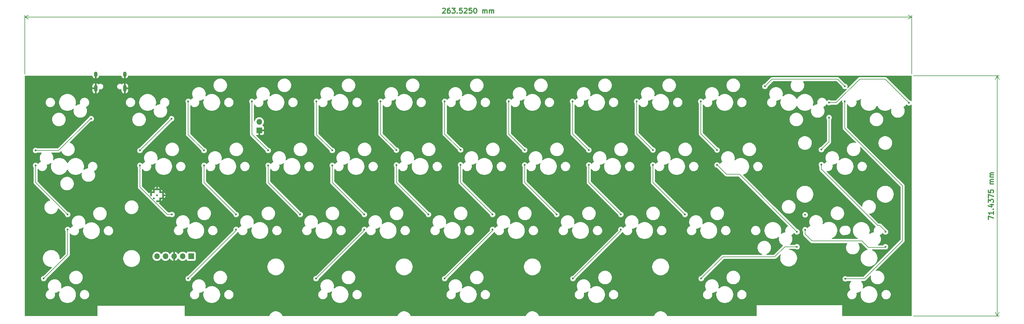
<source format=gbr>
%TF.GenerationSoftware,KiCad,Pcbnew,(6.0.7)*%
%TF.CreationDate,2023-01-25T01:57:20+01:00*%
%TF.ProjectId,william,77696c6c-6961-46d2-9e6b-696361645f70,rev?*%
%TF.SameCoordinates,Original*%
%TF.FileFunction,Copper,L1,Top*%
%TF.FilePolarity,Positive*%
%FSLAX46Y46*%
G04 Gerber Fmt 4.6, Leading zero omitted, Abs format (unit mm)*
G04 Created by KiCad (PCBNEW (6.0.7)) date 2023-01-25 01:57:20*
%MOMM*%
%LPD*%
G01*
G04 APERTURE LIST*
%ADD10C,0.300000*%
%TA.AperFunction,NonConductor*%
%ADD11C,0.300000*%
%TD*%
%TA.AperFunction,NonConductor*%
%ADD12C,0.200000*%
%TD*%
%TA.AperFunction,ComponentPad*%
%ADD13R,1.700000X1.700000*%
%TD*%
%TA.AperFunction,ComponentPad*%
%ADD14O,1.700000X1.700000*%
%TD*%
%TA.AperFunction,ComponentPad*%
%ADD15O,1.000000X2.100000*%
%TD*%
%TA.AperFunction,ComponentPad*%
%ADD16O,1.000000X1.600000*%
%TD*%
%TA.AperFunction,ComponentPad*%
%ADD17C,0.600000*%
%TD*%
%TA.AperFunction,ViaPad*%
%ADD18C,0.600000*%
%TD*%
%TA.AperFunction,Conductor*%
%ADD19C,0.200000*%
%TD*%
G04 APERTURE END LIST*
D10*
D11*
X141582142Y-18158928D02*
X141653571Y-18087500D01*
X141796428Y-18016071D01*
X142153571Y-18016071D01*
X142296428Y-18087500D01*
X142367857Y-18158928D01*
X142439285Y-18301785D01*
X142439285Y-18444642D01*
X142367857Y-18658928D01*
X141510714Y-19516071D01*
X142439285Y-19516071D01*
X143725000Y-18016071D02*
X143439285Y-18016071D01*
X143296428Y-18087500D01*
X143225000Y-18158928D01*
X143082142Y-18373214D01*
X143010714Y-18658928D01*
X143010714Y-19230357D01*
X143082142Y-19373214D01*
X143153571Y-19444642D01*
X143296428Y-19516071D01*
X143582142Y-19516071D01*
X143725000Y-19444642D01*
X143796428Y-19373214D01*
X143867857Y-19230357D01*
X143867857Y-18873214D01*
X143796428Y-18730357D01*
X143725000Y-18658928D01*
X143582142Y-18587500D01*
X143296428Y-18587500D01*
X143153571Y-18658928D01*
X143082142Y-18730357D01*
X143010714Y-18873214D01*
X144367857Y-18016071D02*
X145296428Y-18016071D01*
X144796428Y-18587500D01*
X145010714Y-18587500D01*
X145153571Y-18658928D01*
X145225000Y-18730357D01*
X145296428Y-18873214D01*
X145296428Y-19230357D01*
X145225000Y-19373214D01*
X145153571Y-19444642D01*
X145010714Y-19516071D01*
X144582142Y-19516071D01*
X144439285Y-19444642D01*
X144367857Y-19373214D01*
X145939285Y-19373214D02*
X146010714Y-19444642D01*
X145939285Y-19516071D01*
X145867857Y-19444642D01*
X145939285Y-19373214D01*
X145939285Y-19516071D01*
X147367857Y-18016071D02*
X146653571Y-18016071D01*
X146582142Y-18730357D01*
X146653571Y-18658928D01*
X146796428Y-18587500D01*
X147153571Y-18587500D01*
X147296428Y-18658928D01*
X147367857Y-18730357D01*
X147439285Y-18873214D01*
X147439285Y-19230357D01*
X147367857Y-19373214D01*
X147296428Y-19444642D01*
X147153571Y-19516071D01*
X146796428Y-19516071D01*
X146653571Y-19444642D01*
X146582142Y-19373214D01*
X148010714Y-18158928D02*
X148082142Y-18087500D01*
X148225000Y-18016071D01*
X148582142Y-18016071D01*
X148725000Y-18087500D01*
X148796428Y-18158928D01*
X148867857Y-18301785D01*
X148867857Y-18444642D01*
X148796428Y-18658928D01*
X147939285Y-19516071D01*
X148867857Y-19516071D01*
X150225000Y-18016071D02*
X149510714Y-18016071D01*
X149439285Y-18730357D01*
X149510714Y-18658928D01*
X149653571Y-18587500D01*
X150010714Y-18587500D01*
X150153571Y-18658928D01*
X150225000Y-18730357D01*
X150296428Y-18873214D01*
X150296428Y-19230357D01*
X150225000Y-19373214D01*
X150153571Y-19444642D01*
X150010714Y-19516071D01*
X149653571Y-19516071D01*
X149510714Y-19444642D01*
X149439285Y-19373214D01*
X151225000Y-18016071D02*
X151367857Y-18016071D01*
X151510714Y-18087500D01*
X151582142Y-18158928D01*
X151653571Y-18301785D01*
X151725000Y-18587500D01*
X151725000Y-18944642D01*
X151653571Y-19230357D01*
X151582142Y-19373214D01*
X151510714Y-19444642D01*
X151367857Y-19516071D01*
X151225000Y-19516071D01*
X151082142Y-19444642D01*
X151010714Y-19373214D01*
X150939285Y-19230357D01*
X150867857Y-18944642D01*
X150867857Y-18587500D01*
X150939285Y-18301785D01*
X151010714Y-18158928D01*
X151082142Y-18087500D01*
X151225000Y-18016071D01*
X153510714Y-19516071D02*
X153510714Y-18516071D01*
X153510714Y-18658928D02*
X153582142Y-18587500D01*
X153725000Y-18516071D01*
X153939285Y-18516071D01*
X154082142Y-18587500D01*
X154153571Y-18730357D01*
X154153571Y-19516071D01*
X154153571Y-18730357D02*
X154225000Y-18587500D01*
X154367857Y-18516071D01*
X154582142Y-18516071D01*
X154725000Y-18587500D01*
X154796428Y-18730357D01*
X154796428Y-19516071D01*
X155510714Y-19516071D02*
X155510714Y-18516071D01*
X155510714Y-18658928D02*
X155582142Y-18587500D01*
X155725000Y-18516071D01*
X155939285Y-18516071D01*
X156082142Y-18587500D01*
X156153571Y-18730357D01*
X156153571Y-19516071D01*
X156153571Y-18730357D02*
X156225000Y-18587500D01*
X156367857Y-18516071D01*
X156582142Y-18516071D01*
X156725000Y-18587500D01*
X156796428Y-18730357D01*
X156796428Y-19516071D01*
D12*
X17462500Y-37600000D02*
X17462500Y-20051080D01*
X280987500Y-37600000D02*
X280987500Y-20051080D01*
X17462500Y-20637500D02*
X280987500Y-20637500D01*
X17462500Y-20637500D02*
X280987500Y-20637500D01*
X17462500Y-20637500D02*
X18589004Y-21223921D01*
X17462500Y-20637500D02*
X18589004Y-20051079D01*
X280987500Y-20637500D02*
X279860996Y-20051079D01*
X280987500Y-20637500D02*
X279860996Y-21223921D01*
D10*
D11*
X303766071Y-80818750D02*
X303766071Y-79818750D01*
X305266071Y-80461607D01*
X305266071Y-78461607D02*
X305266071Y-79318750D01*
X305266071Y-78890178D02*
X303766071Y-78890178D01*
X303980357Y-79033035D01*
X304123214Y-79175892D01*
X304194642Y-79318750D01*
X305123214Y-77818750D02*
X305194642Y-77747321D01*
X305266071Y-77818750D01*
X305194642Y-77890178D01*
X305123214Y-77818750D01*
X305266071Y-77818750D01*
X304266071Y-76461607D02*
X305266071Y-76461607D01*
X303694642Y-76818750D02*
X304766071Y-77175892D01*
X304766071Y-76247321D01*
X303766071Y-75818750D02*
X303766071Y-74890178D01*
X304337500Y-75390178D01*
X304337500Y-75175892D01*
X304408928Y-75033035D01*
X304480357Y-74961607D01*
X304623214Y-74890178D01*
X304980357Y-74890178D01*
X305123214Y-74961607D01*
X305194642Y-75033035D01*
X305266071Y-75175892D01*
X305266071Y-75604464D01*
X305194642Y-75747321D01*
X305123214Y-75818750D01*
X303766071Y-74390178D02*
X303766071Y-73390178D01*
X305266071Y-74033035D01*
X303766071Y-72104464D02*
X303766071Y-72818750D01*
X304480357Y-72890178D01*
X304408928Y-72818750D01*
X304337500Y-72675892D01*
X304337500Y-72318750D01*
X304408928Y-72175892D01*
X304480357Y-72104464D01*
X304623214Y-72033035D01*
X304980357Y-72033035D01*
X305123214Y-72104464D01*
X305194642Y-72175892D01*
X305266071Y-72318750D01*
X305266071Y-72675892D01*
X305194642Y-72818750D01*
X305123214Y-72890178D01*
X305266071Y-70247321D02*
X304266071Y-70247321D01*
X304408928Y-70247321D02*
X304337500Y-70175892D01*
X304266071Y-70033035D01*
X304266071Y-69818750D01*
X304337500Y-69675892D01*
X304480357Y-69604464D01*
X305266071Y-69604464D01*
X304480357Y-69604464D02*
X304337500Y-69533035D01*
X304266071Y-69390178D01*
X304266071Y-69175892D01*
X304337500Y-69033035D01*
X304480357Y-68961607D01*
X305266071Y-68961607D01*
X305266071Y-68247321D02*
X304266071Y-68247321D01*
X304408928Y-68247321D02*
X304337500Y-68175892D01*
X304266071Y-68033035D01*
X304266071Y-67818750D01*
X304337500Y-67675892D01*
X304480357Y-67604464D01*
X305266071Y-67604464D01*
X304480357Y-67604464D02*
X304337500Y-67533035D01*
X304266071Y-67390178D01*
X304266071Y-67175892D01*
X304337500Y-67033035D01*
X304480357Y-66961607D01*
X305266071Y-66961607D01*
D12*
X281487500Y-38100000D02*
X306973920Y-38100000D01*
X281487500Y-109537500D02*
X306973920Y-109537500D01*
X306387500Y-38100000D02*
X306387500Y-109537500D01*
X306387500Y-38100000D02*
X306387500Y-109537500D01*
X306387500Y-38100000D02*
X305801079Y-39226504D01*
X306387500Y-38100000D02*
X306973921Y-39226504D01*
X306387500Y-109537500D02*
X306973921Y-108410996D01*
X306387500Y-109537500D02*
X305801079Y-108410996D01*
D13*
%TO.P,SW37,1,1*%
%TO.N,GND*%
X87147000Y-54336000D03*
D14*
%TO.P,SW37,2,2*%
%TO.N,/USB_BOOT*%
X87147000Y-51796000D03*
%TD*%
D15*
%TO.P,J1,S1,SHIELD*%
%TO.N,GND*%
X47182499Y-41849539D03*
D16*
X47182499Y-37669539D03*
X38542499Y-37669539D03*
D15*
X38542499Y-41849539D03*
%TD*%
D17*
%TO.P,U1,57,GND*%
%TO.N,GND*%
X55867439Y-74561561D03*
X56769000Y-71856878D03*
X56769000Y-75463122D03*
X54965878Y-73660000D03*
X57670561Y-74561561D03*
X56769000Y-73660000D03*
X57670561Y-72758439D03*
X55867439Y-72758439D03*
X58572122Y-73660000D03*
%TD*%
D13*
%TO.P,J2,1,Pin_1*%
%TO.N,RESET*%
X66899000Y-91796000D03*
D14*
%TO.P,J2,2,Pin_2*%
%TO.N,+3V3*%
X64359000Y-91796000D03*
%TO.P,J2,3,Pin_3*%
%TO.N,GND*%
X61819000Y-91796000D03*
%TO.P,J2,4,Pin_4*%
%TO.N,SWD*%
X59279000Y-91796000D03*
%TO.P,J2,5,Pin_5*%
%TO.N,SWCLK*%
X56739000Y-91796000D03*
%TD*%
D18*
%TO.N,Col12*%
X237363000Y-41275000D03*
%TO.N,Col0*%
X23114000Y-98425000D03*
%TO.N,Col2*%
X66040000Y-98398000D03*
%TO.N,Col4*%
X104013000Y-98425000D03*
%TO.N,Col6*%
X142240000Y-98425000D03*
%TO.N,Col8*%
X180340000Y-98425000D03*
%TO.N,Col10*%
X218440000Y-98425000D03*
%TO.N,Col12*%
X261239000Y-98502000D03*
%TO.N,Col11*%
X273177000Y-88977000D03*
X273177000Y-84532000D03*
X249301000Y-83897000D03*
X249301000Y-79452000D03*
%TO.N,Col10*%
X246888000Y-88977000D03*
X246888000Y-84532000D03*
%TO.N,Col9*%
X213614000Y-79375000D03*
%TO.N,Col8*%
X194564000Y-83820000D03*
X194564000Y-79375000D03*
%TO.N,Col7*%
X175514000Y-79375000D03*
%TO.N,Col6*%
X156464000Y-83820000D03*
X156464000Y-79375000D03*
%TO.N,Col5*%
X137414000Y-79375000D03*
%TO.N,Col4*%
X118364000Y-83820000D03*
X118364000Y-79375000D03*
%TO.N,Col3*%
X99314000Y-79375000D03*
%TO.N,Col2*%
X80264000Y-83820000D03*
X80264000Y-79375000D03*
%TO.N,Col1*%
X61214000Y-79375000D03*
%TO.N,Col0*%
X30226000Y-83820000D03*
X30226000Y-79375000D03*
%TO.N,Col11*%
X280162000Y-46178000D03*
X256413000Y-50546000D03*
X256413000Y-46101000D03*
%TO.N,Col12*%
X261112000Y-45720000D03*
X261112000Y-41275000D03*
%TO.N,Col10*%
X218313000Y-45720000D03*
%TO.N,Col9*%
X199263000Y-45720000D03*
%TO.N,Col8*%
X180213000Y-45720000D03*
%TO.N,Col7*%
X161290000Y-45720000D03*
%TO.N,Col6*%
X142240000Y-45720000D03*
%TO.N,Col5*%
X123190000Y-45720000D03*
%TO.N,Col4*%
X104140000Y-45720000D03*
%TO.N,Col3*%
X84963000Y-45720000D03*
%TO.N,Col2*%
X66040000Y-45720000D03*
%TO.N,Col1*%
X61087000Y-50877000D03*
%TO.N,Col0*%
X37211000Y-50877000D03*
X20701000Y-64770000D03*
X20701000Y-60325000D03*
%TO.N,Col1*%
X51689000Y-64770000D03*
X51689000Y-60325000D03*
%TO.N,Col2*%
X70739000Y-64770000D03*
X70739000Y-60325000D03*
%TO.N,Col3*%
X89789000Y-64770000D03*
X89789000Y-60325000D03*
%TO.N,Col11*%
X254127000Y-64516000D03*
X254127000Y-60071000D03*
%TO.N,Col10*%
X223139000Y-64643000D03*
X223139000Y-60198000D03*
%TO.N,Col9*%
X204089000Y-64643000D03*
X204089000Y-60198000D03*
%TO.N,Col8*%
X185039000Y-64643000D03*
X185039000Y-60198000D03*
%TO.N,Col7*%
X165989000Y-64643000D03*
X165989000Y-60198000D03*
%TO.N,Col6*%
X146939000Y-64593000D03*
X146939000Y-60148000D03*
%TO.N,Col5*%
X127889000Y-64670000D03*
X127889000Y-60225000D03*
%TO.N,Col4*%
X108839000Y-64770000D03*
X108839000Y-60325000D03*
%TO.N,GND*%
X43871943Y-53372441D03*
X42037000Y-58928000D03*
X37084000Y-55626000D03*
X45720000Y-48133000D03*
X38100000Y-44577000D03*
X47752000Y-44577000D03*
%TD*%
D19*
%TO.N,Col12*%
X266877000Y-98502000D02*
X278257000Y-87122000D01*
X261239000Y-98502000D02*
X266877000Y-98502000D01*
X278257000Y-87122000D02*
X278257000Y-80010000D01*
X278257000Y-70866000D02*
X278257000Y-80010000D01*
X276606000Y-69215000D02*
X278257000Y-70866000D01*
%TO.N,Col11*%
X258572000Y-46101000D02*
X256413000Y-46101000D01*
X265557000Y-39116000D02*
X258572000Y-46101000D01*
X273100000Y-39116000D02*
X265557000Y-39116000D01*
X280162000Y-46178000D02*
X273100000Y-39116000D01*
X280162000Y-46178000D02*
X280162000Y-46228000D01*
X256413000Y-57785000D02*
X254127000Y-60071000D01*
X256413000Y-50546000D02*
X256413000Y-57785000D01*
X271526000Y-82677000D02*
X273177000Y-84328000D01*
X273177000Y-84328000D02*
X273177000Y-84532000D01*
X270891000Y-82677000D02*
X271526000Y-82677000D01*
X254127000Y-65913000D02*
X270891000Y-82677000D01*
X254127000Y-64516000D02*
X254127000Y-65913000D01*
X273000000Y-89154000D02*
X273177000Y-88977000D01*
X268097000Y-89154000D02*
X273000000Y-89154000D01*
X249301000Y-85217000D02*
X251333000Y-87249000D01*
X249301000Y-83897000D02*
X249301000Y-85217000D01*
X251333000Y-87249000D02*
X266192000Y-87249000D01*
X266192000Y-87249000D02*
X268097000Y-89154000D01*
%TO.N,Col12*%
X261112000Y-53721000D02*
X276606000Y-69215000D01*
X261112000Y-45720000D02*
X261112000Y-53721000D01*
X258953000Y-39116000D02*
X261112000Y-41275000D01*
X239522000Y-39116000D02*
X258953000Y-39116000D01*
X237363000Y-41275000D02*
X239522000Y-39116000D01*
%TO.N,Col10*%
X243255000Y-88977000D02*
X246888000Y-88977000D01*
X240284000Y-91948000D02*
X243255000Y-88977000D01*
X224917000Y-91948000D02*
X240284000Y-91948000D01*
X218440000Y-98425000D02*
X224917000Y-91948000D01*
X229793000Y-67437000D02*
X225933000Y-67437000D01*
X246888000Y-84532000D02*
X229793000Y-67437000D01*
X223139000Y-64643000D02*
X225933000Y-67437000D01*
X218313000Y-45720000D02*
X218313000Y-55372000D01*
X218313000Y-55372000D02*
X223139000Y-60198000D01*
%TO.N,Col9*%
X204089000Y-69850000D02*
X213614000Y-79375000D01*
X204089000Y-64643000D02*
X204089000Y-69850000D01*
X199263000Y-55372000D02*
X204089000Y-60198000D01*
X199263000Y-45720000D02*
X199263000Y-55372000D01*
%TO.N,Col8*%
X194564000Y-84201000D02*
X180340000Y-98425000D01*
X194564000Y-83820000D02*
X194564000Y-84201000D01*
X185039000Y-64643000D02*
X185039000Y-69850000D01*
X185039000Y-69850000D02*
X194564000Y-79375000D01*
X180213000Y-55372000D02*
X185039000Y-60198000D01*
X180213000Y-45720000D02*
X180213000Y-55372000D01*
%TO.N,Col7*%
X165989000Y-69850000D02*
X175514000Y-79375000D01*
X165989000Y-64643000D02*
X165989000Y-69850000D01*
X161290000Y-45720000D02*
X161290000Y-55499000D01*
X161290000Y-55499000D02*
X165989000Y-60198000D01*
%TO.N,Col6*%
X156464000Y-84201000D02*
X142240000Y-98425000D01*
X156464000Y-83820000D02*
X156464000Y-84201000D01*
X146939000Y-69850000D02*
X156464000Y-79375000D01*
X146939000Y-64593000D02*
X146939000Y-69850000D01*
X142240000Y-55449000D02*
X146939000Y-60148000D01*
X142240000Y-45720000D02*
X142240000Y-55449000D01*
%TO.N,Col5*%
X127889000Y-69850000D02*
X137414000Y-79375000D01*
X127889000Y-64670000D02*
X127889000Y-69850000D01*
X123190000Y-55526000D02*
X127889000Y-60225000D01*
X123190000Y-45720000D02*
X123190000Y-55526000D01*
%TO.N,Col4*%
X118364000Y-84074000D02*
X104013000Y-98425000D01*
X118364000Y-83820000D02*
X118364000Y-84074000D01*
X108839000Y-69850000D02*
X118364000Y-79375000D01*
X108839000Y-64770000D02*
X108839000Y-69850000D01*
X104140000Y-55626000D02*
X108839000Y-60325000D01*
X104140000Y-45720000D02*
X104140000Y-55626000D01*
%TO.N,Col3*%
X89789000Y-69850000D02*
X99314000Y-79375000D01*
X89789000Y-64770000D02*
X89789000Y-69850000D01*
X84963000Y-55499000D02*
X89789000Y-60325000D01*
X84963000Y-45720000D02*
X84963000Y-55499000D01*
%TO.N,Col2*%
X80264000Y-84174000D02*
X66040000Y-98398000D01*
X80264000Y-83820000D02*
X80264000Y-84174000D01*
X70739000Y-69850000D02*
X80264000Y-79375000D01*
X70739000Y-64770000D02*
X70739000Y-69850000D01*
X66040000Y-55626000D02*
X70739000Y-60325000D01*
X66040000Y-45720000D02*
X66040000Y-55626000D01*
%TO.N,Col1*%
X51689000Y-71231651D02*
X59832349Y-79375000D01*
X51689000Y-64770000D02*
X51689000Y-71231651D01*
X59832349Y-79375000D02*
X61214000Y-79375000D01*
X61087000Y-50927000D02*
X51689000Y-60325000D01*
X61087000Y-50877000D02*
X61087000Y-50927000D01*
%TO.N,Col0*%
X30226000Y-91313000D02*
X23114000Y-98425000D01*
X30226000Y-83820000D02*
X30226000Y-91313000D01*
X20701000Y-69850000D02*
X30226000Y-79375000D01*
X20701000Y-64770000D02*
X20701000Y-69850000D01*
X27558496Y-60325000D02*
X20701000Y-60325000D01*
X37006496Y-50877000D02*
X27558496Y-60325000D01*
X37211000Y-50877000D02*
X37006496Y-50877000D01*
%TD*%
%TA.AperFunction,Conductor*%
%TO.N,GND*%
G36*
X37503448Y-38120002D02*
G01*
X37549941Y-38173658D01*
X37555949Y-38189582D01*
X37604267Y-38349615D01*
X37608940Y-38360955D01*
X37695959Y-38524616D01*
X37702748Y-38534833D01*
X37819896Y-38678472D01*
X37828540Y-38687176D01*
X37971355Y-38805323D01*
X37981526Y-38812183D01*
X38144575Y-38900343D01*
X38155880Y-38905095D01*
X38271191Y-38940789D01*
X38285294Y-38940995D01*
X38288499Y-38934240D01*
X38288499Y-38100000D01*
X38796499Y-38100000D01*
X38796499Y-38927463D01*
X38800472Y-38940994D01*
X38808267Y-38942114D01*
X38916020Y-38910401D01*
X38927388Y-38905808D01*
X39091653Y-38819932D01*
X39101914Y-38813218D01*
X39246372Y-38697071D01*
X39255131Y-38688493D01*
X39374277Y-38546500D01*
X39381207Y-38536380D01*
X39470501Y-38373954D01*
X39475333Y-38362681D01*
X39530776Y-38187902D01*
X39570439Y-38129017D01*
X39635641Y-38100925D01*
X39650878Y-38100000D01*
X46075327Y-38100000D01*
X46143448Y-38120002D01*
X46189941Y-38173658D01*
X46195949Y-38189582D01*
X46244267Y-38349615D01*
X46248940Y-38360955D01*
X46335959Y-38524616D01*
X46342748Y-38534833D01*
X46459896Y-38678472D01*
X46468540Y-38687176D01*
X46611355Y-38805323D01*
X46621526Y-38812183D01*
X46784575Y-38900343D01*
X46795880Y-38905095D01*
X46911191Y-38940789D01*
X46925294Y-38940995D01*
X46928499Y-38934240D01*
X46928499Y-38100000D01*
X47436499Y-38100000D01*
X47436499Y-38927463D01*
X47440472Y-38940994D01*
X47448267Y-38942114D01*
X47556020Y-38910401D01*
X47567388Y-38905808D01*
X47731653Y-38819932D01*
X47741914Y-38813218D01*
X47886372Y-38697071D01*
X47895131Y-38688493D01*
X48014277Y-38546500D01*
X48021207Y-38536380D01*
X48110501Y-38373954D01*
X48115333Y-38362681D01*
X48170776Y-38187902D01*
X48210439Y-38129017D01*
X48275641Y-38100925D01*
X48290878Y-38100000D01*
X280861500Y-38100000D01*
X280929621Y-38120002D01*
X280976114Y-38173658D01*
X280987500Y-38226000D01*
X280987500Y-45556115D01*
X280967498Y-45624236D01*
X280913842Y-45670729D01*
X280843568Y-45680833D01*
X280778988Y-45651339D01*
X280772094Y-45644899D01*
X280676778Y-45548915D01*
X280676774Y-45548912D01*
X280671815Y-45543918D01*
X280665240Y-45539745D01*
X280612066Y-45506000D01*
X280518666Y-45446727D01*
X280489463Y-45436328D01*
X280354425Y-45388243D01*
X280354420Y-45388242D01*
X280347790Y-45385881D01*
X280340804Y-45385048D01*
X280340800Y-45385047D01*
X280257864Y-45375158D01*
X280192591Y-45347231D01*
X280183688Y-45339139D01*
X273564315Y-38719766D01*
X273553448Y-38707375D01*
X273539013Y-38688563D01*
X273533987Y-38682013D01*
X273502075Y-38657526D01*
X273502069Y-38657520D01*
X273413429Y-38589504D01*
X273413427Y-38589503D01*
X273406876Y-38584476D01*
X273258851Y-38523162D01*
X273250664Y-38522084D01*
X273250663Y-38522084D01*
X273239458Y-38520609D01*
X273208262Y-38516502D01*
X273139885Y-38507500D01*
X273139882Y-38507500D01*
X273139874Y-38507499D01*
X273108189Y-38503328D01*
X273100000Y-38502250D01*
X273068307Y-38506422D01*
X273051864Y-38507500D01*
X265605136Y-38507500D01*
X265588693Y-38506422D01*
X265557000Y-38502250D01*
X265548811Y-38503328D01*
X265517126Y-38507499D01*
X265517117Y-38507500D01*
X265517115Y-38507500D01*
X265517109Y-38507501D01*
X265517107Y-38507501D01*
X265417543Y-38520609D01*
X265406336Y-38522084D01*
X265406334Y-38522085D01*
X265398149Y-38523162D01*
X265250124Y-38584476D01*
X265204305Y-38619634D01*
X265154937Y-38657515D01*
X265154921Y-38657529D01*
X265129566Y-38676984D01*
X265129563Y-38676987D01*
X265123013Y-38682013D01*
X265117983Y-38688568D01*
X265103548Y-38707379D01*
X265092681Y-38719770D01*
X262049151Y-41763300D01*
X261986839Y-41797326D01*
X261916024Y-41792261D01*
X261859188Y-41749714D01*
X261834377Y-41683194D01*
X261842268Y-41629461D01*
X261844990Y-41622297D01*
X261890162Y-41503382D01*
X261897555Y-41483920D01*
X261897556Y-41483918D01*
X261900055Y-41477338D01*
X261903393Y-41453586D01*
X261924748Y-41301639D01*
X261924748Y-41301636D01*
X261925299Y-41297717D01*
X261925452Y-41286738D01*
X261925561Y-41278962D01*
X261925561Y-41278957D01*
X261925616Y-41275000D01*
X261905397Y-41094745D01*
X261902956Y-41087736D01*
X261848064Y-40930106D01*
X261848062Y-40930103D01*
X261845745Y-40923448D01*
X261835662Y-40907312D01*
X261753359Y-40775598D01*
X261749626Y-40769624D01*
X261735941Y-40755843D01*
X261626778Y-40645915D01*
X261626774Y-40645912D01*
X261621815Y-40640918D01*
X261610697Y-40633862D01*
X261497401Y-40561963D01*
X261468666Y-40543727D01*
X261414297Y-40524367D01*
X261304425Y-40485243D01*
X261304420Y-40485242D01*
X261297790Y-40482881D01*
X261290804Y-40482048D01*
X261290800Y-40482047D01*
X261207864Y-40472158D01*
X261142591Y-40444231D01*
X261133688Y-40436139D01*
X259417315Y-38719766D01*
X259406448Y-38707375D01*
X259392013Y-38688563D01*
X259386987Y-38682013D01*
X259355075Y-38657526D01*
X259355069Y-38657520D01*
X259266429Y-38589504D01*
X259266427Y-38589503D01*
X259259876Y-38584476D01*
X259111851Y-38523162D01*
X259103664Y-38522084D01*
X259103663Y-38522084D01*
X259092458Y-38520609D01*
X259061262Y-38516502D01*
X258992885Y-38507500D01*
X258992882Y-38507500D01*
X258992874Y-38507499D01*
X258961189Y-38503328D01*
X258953000Y-38502250D01*
X258921307Y-38506422D01*
X258904864Y-38507500D01*
X239570136Y-38507500D01*
X239553693Y-38506422D01*
X239522000Y-38502250D01*
X239513811Y-38503328D01*
X239482126Y-38507499D01*
X239482117Y-38507500D01*
X239482115Y-38507500D01*
X239482109Y-38507501D01*
X239482107Y-38507501D01*
X239382543Y-38520609D01*
X239371336Y-38522084D01*
X239371334Y-38522085D01*
X239363149Y-38523162D01*
X239215124Y-38584476D01*
X239208573Y-38589503D01*
X239208571Y-38589504D01*
X239119931Y-38657520D01*
X239119925Y-38657526D01*
X239088013Y-38682013D01*
X239082983Y-38688568D01*
X239068548Y-38707379D01*
X239057681Y-38719770D01*
X237341416Y-40436035D01*
X237279104Y-40470061D01*
X237265495Y-40472249D01*
X237243802Y-40474529D01*
X237195296Y-40479627D01*
X237195292Y-40479628D01*
X237188288Y-40480364D01*
X237016579Y-40538818D01*
X237010575Y-40542512D01*
X236868095Y-40630166D01*
X236868092Y-40630168D01*
X236862088Y-40633862D01*
X236857053Y-40638793D01*
X236857050Y-40638795D01*
X236737525Y-40755843D01*
X236732493Y-40760771D01*
X236634235Y-40913238D01*
X236631826Y-40919858D01*
X236631824Y-40919861D01*
X236590959Y-41032136D01*
X236572197Y-41083685D01*
X236549463Y-41263640D01*
X236567163Y-41444160D01*
X236624418Y-41616273D01*
X236628065Y-41622295D01*
X236628066Y-41622297D01*
X236638978Y-41640314D01*
X236718380Y-41771424D01*
X236723269Y-41776487D01*
X236723270Y-41776488D01*
X236743393Y-41797326D01*
X236844382Y-41901902D01*
X236876729Y-41923069D01*
X236980352Y-41990878D01*
X236996159Y-42001222D01*
X237002763Y-42003678D01*
X237002765Y-42003679D01*
X237159558Y-42061990D01*
X237159560Y-42061990D01*
X237166168Y-42064448D01*
X237249995Y-42075633D01*
X237338980Y-42087507D01*
X237338984Y-42087507D01*
X237345961Y-42088438D01*
X237352972Y-42087800D01*
X237352976Y-42087800D01*
X237495459Y-42074832D01*
X237526600Y-42071998D01*
X237533302Y-42069820D01*
X237533304Y-42069820D01*
X237692409Y-42018124D01*
X237692412Y-42018123D01*
X237699108Y-42015947D01*
X237805452Y-41952553D01*
X237848860Y-41926677D01*
X237848862Y-41926676D01*
X237854912Y-41923069D01*
X237986266Y-41797982D01*
X238086643Y-41646902D01*
X238145193Y-41492769D01*
X238148555Y-41483920D01*
X238148556Y-41483918D01*
X238151055Y-41477338D01*
X238154779Y-41450844D01*
X238166420Y-41368009D01*
X238195708Y-41303335D01*
X238202099Y-41296450D01*
X239737144Y-39761405D01*
X239799456Y-39727379D01*
X239826239Y-39724500D01*
X245189418Y-39724500D01*
X245257539Y-39744502D01*
X245304032Y-39798158D01*
X245314136Y-39868432D01*
X245298537Y-39913500D01*
X245231552Y-40029522D01*
X245205364Y-40074881D01*
X245100138Y-40335324D01*
X245099073Y-40339597D01*
X245099072Y-40339599D01*
X245034270Y-40599507D01*
X245032183Y-40607876D01*
X245031724Y-40612244D01*
X245031723Y-40612249D01*
X245006661Y-40850703D01*
X245002822Y-40887233D01*
X245002975Y-40891621D01*
X245002975Y-40891627D01*
X245010564Y-41108936D01*
X245012625Y-41167958D01*
X245013387Y-41172281D01*
X245013388Y-41172288D01*
X245037164Y-41307124D01*
X245061402Y-41444587D01*
X245148203Y-41711735D01*
X245150131Y-41715688D01*
X245150133Y-41715693D01*
X245205313Y-41828828D01*
X245271340Y-41964202D01*
X245273795Y-41967841D01*
X245273798Y-41967847D01*
X245307711Y-42018125D01*
X245428415Y-42197076D01*
X245616371Y-42405822D01*
X245831550Y-42586379D01*
X246069764Y-42735231D01*
X246326375Y-42849482D01*
X246596390Y-42926907D01*
X246600740Y-42927518D01*
X246600743Y-42927519D01*
X246703690Y-42941987D01*
X246874552Y-42966000D01*
X247085146Y-42966000D01*
X247087332Y-42965847D01*
X247087336Y-42965847D01*
X247290827Y-42951618D01*
X247290832Y-42951617D01*
X247295212Y-42951311D01*
X247569970Y-42892909D01*
X247574099Y-42891406D01*
X247574103Y-42891405D01*
X247829781Y-42798346D01*
X247829785Y-42798344D01*
X247833926Y-42796837D01*
X248081942Y-42664964D01*
X248150876Y-42614881D01*
X248305629Y-42502447D01*
X248305632Y-42502444D01*
X248309192Y-42499858D01*
X248314482Y-42494750D01*
X248441988Y-42371618D01*
X248511252Y-42304731D01*
X248663294Y-42110125D01*
X248681481Y-42086847D01*
X248681482Y-42086846D01*
X248684188Y-42083382D01*
X248686384Y-42079578D01*
X248686389Y-42079571D01*
X248822435Y-41843931D01*
X248824636Y-41840119D01*
X248929862Y-41579676D01*
X248930928Y-41575401D01*
X248996753Y-41311393D01*
X248996754Y-41311388D01*
X248997817Y-41307124D01*
X248998394Y-41301639D01*
X249026719Y-41032136D01*
X249026719Y-41032133D01*
X249027178Y-41027767D01*
X249023622Y-40925927D01*
X249017529Y-40751439D01*
X249017528Y-40751433D01*
X249017375Y-40747042D01*
X249013062Y-40722578D01*
X248983736Y-40556267D01*
X248968598Y-40470413D01*
X248881797Y-40203265D01*
X248758660Y-39950798D01*
X248738533Y-39920958D01*
X248717023Y-39853298D01*
X248735508Y-39784750D01*
X248788118Y-39737077D01*
X248842992Y-39724500D01*
X258648761Y-39724500D01*
X258716882Y-39744502D01*
X258737856Y-39761405D01*
X260272907Y-41296456D01*
X260306933Y-41358768D01*
X260309211Y-41373256D01*
X260316163Y-41444160D01*
X260373418Y-41616273D01*
X260377065Y-41622295D01*
X260377066Y-41622297D01*
X260387978Y-41640314D01*
X260467380Y-41771424D01*
X260472269Y-41776487D01*
X260472270Y-41776488D01*
X260492393Y-41797326D01*
X260593382Y-41901902D01*
X260625729Y-41923069D01*
X260729352Y-41990878D01*
X260745159Y-42001222D01*
X260751763Y-42003678D01*
X260751765Y-42003679D01*
X260908558Y-42061990D01*
X260908560Y-42061990D01*
X260915168Y-42064448D01*
X260998995Y-42075633D01*
X261087980Y-42087507D01*
X261087984Y-42087507D01*
X261094961Y-42088438D01*
X261101972Y-42087800D01*
X261101976Y-42087800D01*
X261244459Y-42074832D01*
X261275600Y-42071998D01*
X261282302Y-42069820D01*
X261282304Y-42069820D01*
X261441405Y-42018125D01*
X261441406Y-42018125D01*
X261448108Y-42015947D01*
X261454161Y-42012338D01*
X261455926Y-42011538D01*
X261526225Y-42001614D01*
X261590731Y-42031271D01*
X261628962Y-42091095D01*
X261628781Y-42162091D01*
X261597071Y-42215380D01*
X258356856Y-45455595D01*
X258294544Y-45489621D01*
X258267761Y-45492500D01*
X256997751Y-45492500D01*
X256929630Y-45472498D01*
X256925157Y-45469276D01*
X256922815Y-45466918D01*
X256911697Y-45459862D01*
X256841887Y-45415560D01*
X256769666Y-45369727D01*
X256681538Y-45338346D01*
X256605425Y-45311243D01*
X256605420Y-45311242D01*
X256598790Y-45308881D01*
X256591802Y-45308048D01*
X256591799Y-45308047D01*
X256468698Y-45293368D01*
X256418680Y-45287404D01*
X256411677Y-45288140D01*
X256411676Y-45288140D01*
X256245288Y-45305628D01*
X256245286Y-45305629D01*
X256238288Y-45306364D01*
X256066579Y-45364818D01*
X256021077Y-45392811D01*
X255918095Y-45456166D01*
X255918092Y-45456168D01*
X255912088Y-45459862D01*
X255805994Y-45563757D01*
X255743330Y-45597126D01*
X255672572Y-45591320D01*
X255616185Y-45548181D01*
X255600646Y-45520013D01*
X255596832Y-45510356D01*
X255561198Y-45420123D01*
X255497650Y-45315400D01*
X255442164Y-45223961D01*
X255442162Y-45223958D01*
X255439396Y-45219400D01*
X255285515Y-45042068D01*
X255214474Y-44983818D01*
X255108084Y-44896583D01*
X255108078Y-44896579D01*
X255103956Y-44893199D01*
X255099320Y-44890560D01*
X255099317Y-44890558D01*
X254904553Y-44779692D01*
X254899910Y-44777049D01*
X254679211Y-44696939D01*
X254673962Y-44695990D01*
X254673959Y-44695989D01*
X254559291Y-44675254D01*
X254448170Y-44655160D01*
X254444031Y-44654965D01*
X254444024Y-44654964D01*
X254425060Y-44654070D01*
X254425051Y-44654070D01*
X254423571Y-44654000D01*
X254258550Y-44654000D01*
X254177201Y-44660903D01*
X254088863Y-44668398D01*
X254088859Y-44668399D01*
X254083552Y-44668849D01*
X254078397Y-44670187D01*
X254078391Y-44670188D01*
X253907807Y-44714463D01*
X253856294Y-44727833D01*
X253851428Y-44730025D01*
X253851425Y-44730026D01*
X253647083Y-44822076D01*
X253647080Y-44822077D01*
X253642222Y-44824266D01*
X253447459Y-44955388D01*
X253443602Y-44959067D01*
X253443600Y-44959069D01*
X253414990Y-44986362D01*
X253277573Y-45117451D01*
X253137422Y-45305821D01*
X253135006Y-45310572D01*
X253135004Y-45310576D01*
X253039441Y-45498535D01*
X253031013Y-45515112D01*
X253007350Y-45591320D01*
X252970922Y-45708640D01*
X252961389Y-45739340D01*
X252960688Y-45744629D01*
X252943592Y-45873616D01*
X252930539Y-45972093D01*
X252939348Y-46206716D01*
X252940443Y-46211934D01*
X252985127Y-46424898D01*
X252979540Y-46495674D01*
X252936575Y-46552195D01*
X252870602Y-46576465D01*
X252837145Y-46578804D01*
X252771672Y-46583382D01*
X252771666Y-46583383D01*
X252767288Y-46583689D01*
X252492530Y-46642091D01*
X252488401Y-46643594D01*
X252488397Y-46643595D01*
X252232719Y-46736654D01*
X252232715Y-46736656D01*
X252228574Y-46738163D01*
X251980558Y-46870036D01*
X251976999Y-46872622D01*
X251976997Y-46872623D01*
X251796173Y-47003999D01*
X251729305Y-47027858D01*
X251660153Y-47011777D01*
X251610673Y-46960863D01*
X251596574Y-46891280D01*
X251604960Y-46855679D01*
X251616227Y-46827222D01*
X251622130Y-46812313D01*
X251700436Y-46507330D01*
X251739900Y-46194938D01*
X251739900Y-45880062D01*
X251700436Y-45567670D01*
X251622130Y-45262687D01*
X251506216Y-44969923D01*
X251500249Y-44959069D01*
X251356433Y-44697468D01*
X251356431Y-44697465D01*
X251354524Y-44693996D01*
X251169445Y-44439256D01*
X250953898Y-44209722D01*
X250711282Y-44009013D01*
X250445424Y-43840294D01*
X250441845Y-43838610D01*
X250441838Y-43838606D01*
X250164106Y-43707916D01*
X250164102Y-43707914D01*
X250160516Y-43706227D01*
X249861052Y-43608925D01*
X249551754Y-43549923D01*
X249458200Y-43544037D01*
X249318142Y-43535225D01*
X249318126Y-43535224D01*
X249316147Y-43535100D01*
X249158853Y-43535100D01*
X249156874Y-43535224D01*
X249156858Y-43535225D01*
X249016800Y-43544037D01*
X248923246Y-43549923D01*
X248613948Y-43608925D01*
X248314484Y-43706227D01*
X248310898Y-43707914D01*
X248310894Y-43707916D01*
X248033162Y-43838606D01*
X248033155Y-43838610D01*
X248029576Y-43840294D01*
X247763718Y-44009013D01*
X247521102Y-44209722D01*
X247305555Y-44439256D01*
X247120476Y-44693996D01*
X247118569Y-44697465D01*
X247118567Y-44697468D01*
X247047222Y-44827245D01*
X246968784Y-44969923D01*
X246968255Y-44969632D01*
X246923154Y-45020495D01*
X246854809Y-45039717D01*
X246786922Y-45018937D01*
X246744214Y-44969649D01*
X246743716Y-44969923D01*
X246742441Y-44967603D01*
X246742440Y-44967602D01*
X246665278Y-44827245D01*
X246593933Y-44697468D01*
X246593931Y-44697465D01*
X246592024Y-44693996D01*
X246406945Y-44439256D01*
X246191398Y-44209722D01*
X245948782Y-44009013D01*
X245682924Y-43840294D01*
X245679345Y-43838610D01*
X245679338Y-43838606D01*
X245401606Y-43707916D01*
X245401602Y-43707914D01*
X245398016Y-43706227D01*
X245098552Y-43608925D01*
X244789254Y-43549923D01*
X244695700Y-43544037D01*
X244555642Y-43535225D01*
X244555626Y-43535224D01*
X244553647Y-43535100D01*
X244396353Y-43535100D01*
X244394374Y-43535224D01*
X244394358Y-43535225D01*
X244254300Y-43544037D01*
X244160746Y-43549923D01*
X243851448Y-43608925D01*
X243551984Y-43706227D01*
X243548398Y-43707914D01*
X243548394Y-43707916D01*
X243270662Y-43838606D01*
X243270655Y-43838610D01*
X243267076Y-43840294D01*
X243001218Y-44009013D01*
X242921249Y-44075169D01*
X242800413Y-44175133D01*
X242735176Y-44203143D01*
X242665151Y-44191436D01*
X242612571Y-44143729D01*
X242594131Y-44075169D01*
X242597841Y-44047566D01*
X242646753Y-43851393D01*
X242646754Y-43851388D01*
X242647817Y-43847124D01*
X242648713Y-43838606D01*
X242676719Y-43572136D01*
X242676719Y-43572133D01*
X242677178Y-43567767D01*
X242676555Y-43549923D01*
X242667529Y-43291439D01*
X242667528Y-43291433D01*
X242667375Y-43287042D01*
X242660615Y-43248699D01*
X242619360Y-43014736D01*
X242618598Y-43010413D01*
X242531797Y-42743265D01*
X242528750Y-42737016D01*
X242462983Y-42602177D01*
X242408660Y-42490798D01*
X242406205Y-42487159D01*
X242406202Y-42487153D01*
X242285218Y-42307787D01*
X242251585Y-42257924D01*
X242063629Y-42049178D01*
X242018772Y-42011538D01*
X241892710Y-41905760D01*
X241848450Y-41868621D01*
X241610236Y-41719769D01*
X241407402Y-41629461D01*
X241357639Y-41607305D01*
X241357637Y-41607304D01*
X241353625Y-41605518D01*
X241198992Y-41561178D01*
X241087837Y-41529305D01*
X241087836Y-41529305D01*
X241083610Y-41528093D01*
X241079260Y-41527482D01*
X241079257Y-41527481D01*
X240976310Y-41513013D01*
X240805448Y-41489000D01*
X240594854Y-41489000D01*
X240592668Y-41489153D01*
X240592664Y-41489153D01*
X240389173Y-41503382D01*
X240389168Y-41503383D01*
X240384788Y-41503689D01*
X240110030Y-41562091D01*
X240105901Y-41563594D01*
X240105897Y-41563595D01*
X239850219Y-41656654D01*
X239850215Y-41656656D01*
X239846074Y-41658163D01*
X239598058Y-41790036D01*
X239594499Y-41792622D01*
X239594497Y-41792623D01*
X239409961Y-41926696D01*
X239370808Y-41955142D01*
X239367644Y-41958198D01*
X239367641Y-41958200D01*
X239305588Y-42018124D01*
X239168748Y-42150269D01*
X238995812Y-42371618D01*
X238993616Y-42375422D01*
X238993611Y-42375429D01*
X238920278Y-42502447D01*
X238855364Y-42614881D01*
X238750138Y-42875324D01*
X238749073Y-42879597D01*
X238749072Y-42879599D01*
X238692008Y-43108472D01*
X238682183Y-43147876D01*
X238681724Y-43152244D01*
X238681723Y-43152249D01*
X238658754Y-43370789D01*
X238652822Y-43427233D01*
X238652975Y-43431621D01*
X238652975Y-43431627D01*
X238659210Y-43610152D01*
X238662625Y-43707958D01*
X238663387Y-43712281D01*
X238663388Y-43712288D01*
X238687164Y-43847124D01*
X238711402Y-43984587D01*
X238798203Y-44251735D01*
X238921340Y-44504202D01*
X238923799Y-44507847D01*
X238956334Y-44556083D01*
X238977844Y-44623743D01*
X238959360Y-44692291D01*
X238903627Y-44741423D01*
X238828584Y-44775227D01*
X238724583Y-44822076D01*
X238724580Y-44822077D01*
X238719722Y-44824266D01*
X238524959Y-44955388D01*
X238521102Y-44959067D01*
X238521100Y-44959069D01*
X238492490Y-44986362D01*
X238355073Y-45117451D01*
X238214922Y-45305821D01*
X238212506Y-45310572D01*
X238212504Y-45310576D01*
X238116941Y-45498535D01*
X238108513Y-45515112D01*
X238084850Y-45591320D01*
X238048422Y-45708640D01*
X238038889Y-45739340D01*
X238038188Y-45744629D01*
X238021092Y-45873616D01*
X238008039Y-45972093D01*
X238016848Y-46206716D01*
X238026733Y-46253827D01*
X238042794Y-46330371D01*
X238065062Y-46436501D01*
X238151302Y-46654877D01*
X238154069Y-46659436D01*
X238154070Y-46659439D01*
X238257375Y-46829679D01*
X238273104Y-46855600D01*
X238426985Y-47032932D01*
X238431117Y-47036320D01*
X238604416Y-47178417D01*
X238604422Y-47178421D01*
X238608544Y-47181801D01*
X238613180Y-47184440D01*
X238613183Y-47184442D01*
X238693690Y-47230269D01*
X238812590Y-47297951D01*
X239033289Y-47378061D01*
X239038538Y-47379010D01*
X239038541Y-47379011D01*
X239119615Y-47393671D01*
X239264330Y-47419840D01*
X239268469Y-47420035D01*
X239268476Y-47420036D01*
X239287440Y-47420930D01*
X239287449Y-47420930D01*
X239288929Y-47421000D01*
X239453950Y-47421000D01*
X239535299Y-47414097D01*
X239623637Y-47406602D01*
X239623641Y-47406601D01*
X239628948Y-47406151D01*
X239634103Y-47404813D01*
X239634109Y-47404812D01*
X239851035Y-47348509D01*
X239851034Y-47348509D01*
X239856206Y-47347167D01*
X239861072Y-47344975D01*
X239861075Y-47344974D01*
X240065417Y-47252924D01*
X240065420Y-47252923D01*
X240070278Y-47250734D01*
X240265041Y-47119612D01*
X240276644Y-47108544D01*
X240415966Y-46975637D01*
X240434927Y-46957549D01*
X240575078Y-46769179D01*
X240585303Y-46749069D01*
X240679069Y-46564644D01*
X240679069Y-46564643D01*
X240681487Y-46559888D01*
X240751111Y-46335660D01*
X240761531Y-46257044D01*
X240781261Y-46108190D01*
X240781261Y-46108187D01*
X240781961Y-46102907D01*
X240773152Y-45868284D01*
X240751802Y-45766530D01*
X240727373Y-45650102D01*
X240732960Y-45579326D01*
X240775925Y-45522805D01*
X240841898Y-45498535D01*
X240875355Y-45496196D01*
X240940828Y-45491618D01*
X240940834Y-45491617D01*
X240945212Y-45491311D01*
X241219970Y-45432909D01*
X241224099Y-45431406D01*
X241224103Y-45431405D01*
X241479781Y-45338346D01*
X241479785Y-45338344D01*
X241483926Y-45336837D01*
X241731942Y-45204964D01*
X241738654Y-45200088D01*
X241888918Y-45090915D01*
X241916327Y-45071001D01*
X241983195Y-45047142D01*
X242052347Y-45063223D01*
X242101827Y-45114137D01*
X242115926Y-45183720D01*
X242107540Y-45219320D01*
X242090370Y-45262687D01*
X242012064Y-45567670D01*
X241972600Y-45880062D01*
X241972600Y-46194938D01*
X242012064Y-46507330D01*
X242090370Y-46812313D01*
X242206284Y-47105077D01*
X242208186Y-47108536D01*
X242208187Y-47108539D01*
X242340112Y-47348509D01*
X242357976Y-47381004D01*
X242543055Y-47635744D01*
X242758602Y-47865278D01*
X243001218Y-48065987D01*
X243267076Y-48234706D01*
X243270655Y-48236390D01*
X243270662Y-48236394D01*
X243548394Y-48367084D01*
X243548398Y-48367086D01*
X243551984Y-48368773D01*
X243851448Y-48466075D01*
X244160746Y-48525077D01*
X244254300Y-48530963D01*
X244394358Y-48539775D01*
X244394374Y-48539776D01*
X244396353Y-48539900D01*
X244553647Y-48539900D01*
X244555626Y-48539776D01*
X244555642Y-48539775D01*
X244695700Y-48530963D01*
X244789254Y-48525077D01*
X245098552Y-48466075D01*
X245398016Y-48368773D01*
X245401602Y-48367086D01*
X245401606Y-48367084D01*
X245679338Y-48236394D01*
X245679345Y-48236390D01*
X245682924Y-48234706D01*
X245948782Y-48065987D01*
X246191398Y-47865278D01*
X246406945Y-47635744D01*
X246592024Y-47381004D01*
X246663641Y-47250734D01*
X246741810Y-47108544D01*
X246743716Y-47105077D01*
X246744245Y-47105368D01*
X246789346Y-47054505D01*
X246857691Y-47035283D01*
X246925578Y-47056063D01*
X246968286Y-47105351D01*
X246968784Y-47105077D01*
X246970690Y-47108544D01*
X247048860Y-47250734D01*
X247120476Y-47381004D01*
X247305555Y-47635744D01*
X247521102Y-47865278D01*
X247763718Y-48065987D01*
X248029576Y-48234706D01*
X248033155Y-48236390D01*
X248033162Y-48236394D01*
X248310894Y-48367084D01*
X248310898Y-48367086D01*
X248314484Y-48368773D01*
X248613948Y-48466075D01*
X248923246Y-48525077D01*
X249016800Y-48530963D01*
X249156858Y-48539775D01*
X249156874Y-48539776D01*
X249158853Y-48539900D01*
X249316147Y-48539900D01*
X249318126Y-48539776D01*
X249318142Y-48539775D01*
X249458200Y-48530963D01*
X249551754Y-48525077D01*
X249861052Y-48466075D01*
X250160516Y-48368773D01*
X250164102Y-48367086D01*
X250164106Y-48367084D01*
X250441838Y-48236394D01*
X250441845Y-48236390D01*
X250445424Y-48234706D01*
X250711282Y-48065987D01*
X250912087Y-47899867D01*
X250977324Y-47871857D01*
X251047349Y-47883564D01*
X251099929Y-47931271D01*
X251118369Y-47999831D01*
X251114659Y-48027433D01*
X251064683Y-48227876D01*
X251064224Y-48232244D01*
X251064223Y-48232249D01*
X251035781Y-48502864D01*
X251035322Y-48507233D01*
X251035475Y-48511621D01*
X251035475Y-48511627D01*
X251036463Y-48539900D01*
X251045125Y-48787958D01*
X251045887Y-48792281D01*
X251045888Y-48792288D01*
X251069664Y-48927124D01*
X251093902Y-49064587D01*
X251180703Y-49331735D01*
X251182631Y-49335688D01*
X251182633Y-49335693D01*
X251184621Y-49339769D01*
X251303840Y-49584202D01*
X251306295Y-49587841D01*
X251306298Y-49587847D01*
X251359253Y-49666356D01*
X251460915Y-49817076D01*
X251648871Y-50025822D01*
X251652233Y-50028643D01*
X251652234Y-50028644D01*
X251694653Y-50064238D01*
X251864050Y-50206379D01*
X252102264Y-50355231D01*
X252358875Y-50469482D01*
X252363103Y-50470694D01*
X252363102Y-50470694D01*
X252596956Y-50537750D01*
X252628890Y-50546907D01*
X252633240Y-50547518D01*
X252633243Y-50547519D01*
X252688538Y-50555290D01*
X252907052Y-50586000D01*
X253117646Y-50586000D01*
X253119832Y-50585847D01*
X253119836Y-50585847D01*
X253323327Y-50571618D01*
X253323332Y-50571617D01*
X253327712Y-50571311D01*
X253602470Y-50512909D01*
X253606599Y-50511406D01*
X253606603Y-50511405D01*
X253862281Y-50418346D01*
X253862285Y-50418344D01*
X253866426Y-50416837D01*
X254114442Y-50284964D01*
X254175236Y-50240795D01*
X254338129Y-50122447D01*
X254338132Y-50122444D01*
X254341692Y-50119858D01*
X254346982Y-50114750D01*
X254474488Y-49991618D01*
X254543752Y-49924731D01*
X254716688Y-49703382D01*
X254718884Y-49699578D01*
X254718889Y-49699571D01*
X254854935Y-49463931D01*
X254857136Y-49460119D01*
X254962362Y-49199676D01*
X254963428Y-49195401D01*
X255029253Y-48931393D01*
X255029254Y-48931388D01*
X255030317Y-48927124D01*
X255059678Y-48647767D01*
X255059525Y-48643373D01*
X255050029Y-48371439D01*
X255050028Y-48371433D01*
X255049875Y-48367042D01*
X255026108Y-48232249D01*
X255001860Y-48094736D01*
X255001098Y-48090413D01*
X254914297Y-47823265D01*
X254791160Y-47570798D01*
X254756166Y-47518917D01*
X254734656Y-47451257D01*
X254753140Y-47382709D01*
X254808874Y-47333577D01*
X254987917Y-47252924D01*
X254987920Y-47252923D01*
X254992778Y-47250734D01*
X255187541Y-47119612D01*
X255199144Y-47108544D01*
X255338466Y-46975637D01*
X255357427Y-46957549D01*
X255497578Y-46769179D01*
X255505969Y-46752676D01*
X255568053Y-46630566D01*
X255616757Y-46578908D01*
X255685657Y-46561782D01*
X255752878Y-46584625D01*
X255771005Y-46600142D01*
X255894382Y-46727902D01*
X255912795Y-46739951D01*
X256036422Y-46820850D01*
X256046159Y-46827222D01*
X256052763Y-46829678D01*
X256052765Y-46829679D01*
X256209558Y-46887990D01*
X256209560Y-46887990D01*
X256216168Y-46890448D01*
X256299995Y-46901633D01*
X256388980Y-46913507D01*
X256388984Y-46913507D01*
X256395961Y-46914438D01*
X256402972Y-46913800D01*
X256402976Y-46913800D01*
X256550603Y-46900364D01*
X256576600Y-46897998D01*
X256583302Y-46895820D01*
X256583304Y-46895820D01*
X256742409Y-46844124D01*
X256742412Y-46844123D01*
X256749108Y-46841947D01*
X256904912Y-46749069D01*
X256910013Y-46744212D01*
X256915626Y-46739951D01*
X256916385Y-46740952D01*
X256973090Y-46711762D01*
X256996860Y-46709500D01*
X258523864Y-46709500D01*
X258540307Y-46710578D01*
X258572000Y-46714750D01*
X258580189Y-46713672D01*
X258611874Y-46709501D01*
X258611884Y-46709500D01*
X258611885Y-46709500D01*
X258711457Y-46696391D01*
X258722664Y-46694916D01*
X258722666Y-46694915D01*
X258730851Y-46693838D01*
X258878876Y-46632524D01*
X258939162Y-46586265D01*
X258974072Y-46559477D01*
X258974075Y-46559474D01*
X258999434Y-46540015D01*
X259005987Y-46534987D01*
X259011017Y-46528432D01*
X259025452Y-46509621D01*
X259036319Y-46497230D01*
X260106712Y-45426837D01*
X260169024Y-45392811D01*
X260239839Y-45397876D01*
X260296675Y-45440423D01*
X260321486Y-45506943D01*
X260320813Y-45531724D01*
X260298463Y-45708640D01*
X260316163Y-45889160D01*
X260373418Y-46061273D01*
X260377065Y-46067295D01*
X260377066Y-46067297D01*
X260463730Y-46210398D01*
X260463733Y-46210401D01*
X260467380Y-46216424D01*
X260472275Y-46221492D01*
X260476571Y-46227071D01*
X260474243Y-46228864D01*
X260501071Y-46280115D01*
X260503500Y-46304734D01*
X260503500Y-53672864D01*
X260502422Y-53689307D01*
X260498250Y-53721000D01*
X260503500Y-53760880D01*
X260503500Y-53760885D01*
X260516609Y-53860457D01*
X260519162Y-53879851D01*
X260580476Y-54027876D01*
X260585503Y-54034427D01*
X260585504Y-54034429D01*
X260653520Y-54123069D01*
X260653526Y-54123075D01*
X260678013Y-54154987D01*
X260684568Y-54160017D01*
X260703379Y-54174452D01*
X260715770Y-54185319D01*
X264388947Y-57858496D01*
X264422973Y-57920808D01*
X264417908Y-57991623D01*
X264375361Y-58048459D01*
X264308841Y-58073270D01*
X264265123Y-58068710D01*
X264171212Y-58041782D01*
X264138337Y-58032355D01*
X264138336Y-58032355D01*
X264134110Y-58031143D01*
X264129760Y-58030532D01*
X264129757Y-58030531D01*
X264009918Y-58013689D01*
X263855948Y-57992050D01*
X263645354Y-57992050D01*
X263643168Y-57992203D01*
X263643164Y-57992203D01*
X263439673Y-58006432D01*
X263439668Y-58006433D01*
X263435288Y-58006739D01*
X263160530Y-58065141D01*
X263156401Y-58066644D01*
X263156397Y-58066645D01*
X262900719Y-58159704D01*
X262900715Y-58159706D01*
X262896574Y-58161213D01*
X262648558Y-58293086D01*
X262644999Y-58295672D01*
X262644997Y-58295673D01*
X262427597Y-58453623D01*
X262421308Y-58458192D01*
X262219248Y-58653319D01*
X262132266Y-58764652D01*
X262061985Y-58854608D01*
X262046312Y-58874668D01*
X262044116Y-58878472D01*
X262044111Y-58878479D01*
X261982828Y-58984625D01*
X261905864Y-59117931D01*
X261800638Y-59378374D01*
X261799573Y-59382647D01*
X261799572Y-59382649D01*
X261735999Y-59637627D01*
X261732683Y-59650926D01*
X261732224Y-59655294D01*
X261732223Y-59655299D01*
X261707905Y-59886675D01*
X261703322Y-59930283D01*
X261703475Y-59934671D01*
X261703475Y-59934677D01*
X261712671Y-60198000D01*
X261713125Y-60211008D01*
X261713887Y-60215331D01*
X261713888Y-60215338D01*
X261737922Y-60351639D01*
X261761902Y-60487637D01*
X261848703Y-60754785D01*
X261850631Y-60758738D01*
X261850633Y-60758743D01*
X261894985Y-60849677D01*
X261971840Y-61007252D01*
X261974295Y-61010891D01*
X261974298Y-61010897D01*
X262019177Y-61077432D01*
X262128915Y-61240126D01*
X262131860Y-61243397D01*
X262131861Y-61243398D01*
X262189961Y-61307924D01*
X262316871Y-61448872D01*
X262320233Y-61451693D01*
X262320234Y-61451694D01*
X262377949Y-61500123D01*
X262532050Y-61629429D01*
X262770264Y-61778281D01*
X262924243Y-61846837D01*
X263009170Y-61884649D01*
X263026875Y-61892532D01*
X263055465Y-61900730D01*
X263264384Y-61960636D01*
X263296890Y-61969957D01*
X263301240Y-61970568D01*
X263301243Y-61970569D01*
X263404190Y-61985037D01*
X263575052Y-62009050D01*
X263785646Y-62009050D01*
X263787832Y-62008897D01*
X263787836Y-62008897D01*
X263991327Y-61994668D01*
X263991332Y-61994667D01*
X263995712Y-61994361D01*
X264270470Y-61935959D01*
X264274599Y-61934456D01*
X264274603Y-61934455D01*
X264530281Y-61841396D01*
X264530285Y-61841394D01*
X264534426Y-61839887D01*
X264782442Y-61708014D01*
X264828861Y-61674289D01*
X265006129Y-61545497D01*
X265006132Y-61545494D01*
X265009692Y-61542908D01*
X265014982Y-61537800D01*
X265131345Y-61425429D01*
X265211752Y-61347781D01*
X265384688Y-61126432D01*
X265386884Y-61122628D01*
X265386889Y-61122621D01*
X265510027Y-60909339D01*
X265525136Y-60883169D01*
X265630362Y-60622726D01*
X265633241Y-60611178D01*
X265697253Y-60354443D01*
X265697254Y-60354438D01*
X265698317Y-60350174D01*
X265698992Y-60343757D01*
X265727219Y-60075186D01*
X265727219Y-60075183D01*
X265727678Y-60070817D01*
X265727094Y-60054085D01*
X265718029Y-59794489D01*
X265718028Y-59794483D01*
X265717875Y-59790092D01*
X265711929Y-59756367D01*
X265678010Y-59564007D01*
X265669098Y-59513463D01*
X265650877Y-59457384D01*
X265648850Y-59386416D01*
X265685512Y-59325618D01*
X265749225Y-59294293D01*
X265819758Y-59302387D01*
X265859805Y-59329353D01*
X276147520Y-69617068D01*
X276147523Y-69617072D01*
X277611595Y-71081144D01*
X277645621Y-71143456D01*
X277648500Y-71170239D01*
X277648500Y-86817761D01*
X277628498Y-86885882D01*
X277611595Y-86906856D01*
X266661856Y-97856595D01*
X266599544Y-97890621D01*
X266572761Y-97893500D01*
X261823751Y-97893500D01*
X261755630Y-97873498D01*
X261751157Y-97870276D01*
X261748815Y-97867918D01*
X261737697Y-97860862D01*
X261689538Y-97830300D01*
X261595666Y-97770727D01*
X261559576Y-97757876D01*
X261431425Y-97712243D01*
X261431420Y-97712242D01*
X261424790Y-97709881D01*
X261417802Y-97709048D01*
X261417799Y-97709047D01*
X261279130Y-97692512D01*
X261244680Y-97688404D01*
X261237677Y-97689140D01*
X261237676Y-97689140D01*
X261071288Y-97706628D01*
X261071286Y-97706629D01*
X261064288Y-97707364D01*
X260892579Y-97765818D01*
X260886575Y-97769512D01*
X260744095Y-97857166D01*
X260744092Y-97857168D01*
X260738088Y-97860862D01*
X260733053Y-97865793D01*
X260733050Y-97865795D01*
X260681075Y-97916693D01*
X260608493Y-97987771D01*
X260510235Y-98140238D01*
X260507826Y-98146858D01*
X260507824Y-98146861D01*
X260450606Y-98304066D01*
X260448197Y-98310685D01*
X260425463Y-98490640D01*
X260443163Y-98671160D01*
X260500418Y-98843273D01*
X260504065Y-98849295D01*
X260504066Y-98849297D01*
X260571399Y-98960477D01*
X260594380Y-98998424D01*
X260599269Y-99003487D01*
X260599270Y-99003488D01*
X260641129Y-99046834D01*
X260720382Y-99128902D01*
X260738795Y-99140951D01*
X260862648Y-99221998D01*
X260872159Y-99228222D01*
X260878763Y-99230678D01*
X260878765Y-99230679D01*
X261035558Y-99288990D01*
X261035560Y-99288990D01*
X261042168Y-99291448D01*
X261125995Y-99302633D01*
X261214980Y-99314507D01*
X261214984Y-99314507D01*
X261221961Y-99315438D01*
X261228972Y-99314800D01*
X261228976Y-99314800D01*
X261371459Y-99301832D01*
X261402600Y-99298998D01*
X261409302Y-99296820D01*
X261409304Y-99296820D01*
X261568409Y-99245124D01*
X261568412Y-99245123D01*
X261575108Y-99242947D01*
X261730912Y-99150069D01*
X261736013Y-99145212D01*
X261741626Y-99140951D01*
X261742385Y-99141952D01*
X261799090Y-99112762D01*
X261822860Y-99110500D01*
X262871173Y-99110500D01*
X262939294Y-99130502D01*
X262985787Y-99184158D01*
X262995891Y-99254432D01*
X262970463Y-99314073D01*
X262858182Y-99457787D01*
X262808312Y-99521618D01*
X262806116Y-99525422D01*
X262806111Y-99525429D01*
X262732778Y-99652447D01*
X262667864Y-99764881D01*
X262562638Y-100025324D01*
X262561573Y-100029597D01*
X262561572Y-100029599D01*
X262527879Y-100164736D01*
X262494683Y-100297876D01*
X262465322Y-100577233D01*
X262465475Y-100581621D01*
X262465475Y-100581627D01*
X262471710Y-100760152D01*
X262475125Y-100857958D01*
X262475887Y-100862281D01*
X262475888Y-100862288D01*
X262499664Y-100997124D01*
X262523902Y-101134587D01*
X262610703Y-101401735D01*
X262733840Y-101654202D01*
X262736299Y-101657847D01*
X262768834Y-101706083D01*
X262790344Y-101773743D01*
X262771860Y-101842291D01*
X262716126Y-101891423D01*
X262537083Y-101972076D01*
X262537080Y-101972077D01*
X262532222Y-101974266D01*
X262337459Y-102105388D01*
X262167573Y-102267451D01*
X262027422Y-102455821D01*
X262025006Y-102460572D01*
X262025004Y-102460576D01*
X261963572Y-102581405D01*
X261921013Y-102665112D01*
X261851389Y-102889340D01*
X261850688Y-102894629D01*
X261833592Y-103023616D01*
X261820539Y-103122093D01*
X261829348Y-103356716D01*
X261830443Y-103361934D01*
X261855294Y-103480371D01*
X261877562Y-103586501D01*
X261963802Y-103804877D01*
X262085604Y-104005600D01*
X262239485Y-104182932D01*
X262243617Y-104186320D01*
X262416916Y-104328417D01*
X262416922Y-104328421D01*
X262421044Y-104331801D01*
X262425680Y-104334440D01*
X262425683Y-104334442D01*
X262536908Y-104397755D01*
X262625090Y-104447951D01*
X262845789Y-104528061D01*
X262851038Y-104529010D01*
X262851041Y-104529011D01*
X262932115Y-104543671D01*
X263076830Y-104569840D01*
X263080969Y-104570035D01*
X263080976Y-104570036D01*
X263099940Y-104570930D01*
X263099949Y-104570930D01*
X263101429Y-104571000D01*
X263266450Y-104571000D01*
X263347799Y-104564097D01*
X263436137Y-104556602D01*
X263436141Y-104556601D01*
X263441448Y-104556151D01*
X263446603Y-104554813D01*
X263446609Y-104554812D01*
X263663535Y-104498509D01*
X263663534Y-104498509D01*
X263668706Y-104497167D01*
X263673572Y-104494975D01*
X263673575Y-104494974D01*
X263877917Y-104402924D01*
X263877920Y-104402923D01*
X263882778Y-104400734D01*
X264077541Y-104269612D01*
X264247427Y-104107549D01*
X264387578Y-103919179D01*
X264448219Y-103799908D01*
X264491569Y-103714644D01*
X264491569Y-103714643D01*
X264493987Y-103709888D01*
X264563611Y-103485660D01*
X264580702Y-103356716D01*
X264593761Y-103258190D01*
X264593761Y-103258187D01*
X264594461Y-103252907D01*
X264585652Y-103018284D01*
X264573190Y-102958892D01*
X264539873Y-102800102D01*
X264545460Y-102729326D01*
X264588425Y-102672805D01*
X264654398Y-102648535D01*
X264687855Y-102646196D01*
X264753328Y-102641618D01*
X264753334Y-102641617D01*
X264757712Y-102641311D01*
X265032470Y-102582909D01*
X265036599Y-102581406D01*
X265036603Y-102581405D01*
X265292281Y-102488346D01*
X265292285Y-102488344D01*
X265296426Y-102486837D01*
X265544442Y-102354964D01*
X265728827Y-102221001D01*
X265795695Y-102197142D01*
X265864847Y-102213223D01*
X265914327Y-102264137D01*
X265928426Y-102333720D01*
X265920040Y-102369320D01*
X265902870Y-102412687D01*
X265824564Y-102717670D01*
X265785100Y-103030062D01*
X265785100Y-103344938D01*
X265824564Y-103657330D01*
X265902870Y-103962313D01*
X266018784Y-104255077D01*
X266020686Y-104258536D01*
X266020687Y-104258539D01*
X266152612Y-104498509D01*
X266170476Y-104531004D01*
X266355555Y-104785744D01*
X266571102Y-105015278D01*
X266813718Y-105215987D01*
X267079576Y-105384706D01*
X267083155Y-105386390D01*
X267083162Y-105386394D01*
X267360894Y-105517084D01*
X267360898Y-105517086D01*
X267364484Y-105518773D01*
X267663948Y-105616075D01*
X267973246Y-105675077D01*
X268066800Y-105680963D01*
X268206858Y-105689775D01*
X268206874Y-105689776D01*
X268208853Y-105689900D01*
X268366147Y-105689900D01*
X268368126Y-105689776D01*
X268368142Y-105689775D01*
X268508200Y-105680963D01*
X268601754Y-105675077D01*
X268911052Y-105616075D01*
X269210516Y-105518773D01*
X269214102Y-105517086D01*
X269214106Y-105517084D01*
X269491838Y-105386394D01*
X269491845Y-105386390D01*
X269495424Y-105384706D01*
X269761282Y-105215987D01*
X270003898Y-105015278D01*
X270219445Y-104785744D01*
X270404524Y-104531004D01*
X270422389Y-104498509D01*
X270554313Y-104258539D01*
X270554314Y-104258536D01*
X270556216Y-104255077D01*
X270672130Y-103962313D01*
X270750436Y-103657330D01*
X270789900Y-103344938D01*
X270789900Y-103122093D01*
X271980539Y-103122093D01*
X271989348Y-103356716D01*
X271990443Y-103361934D01*
X272015294Y-103480371D01*
X272037562Y-103586501D01*
X272123802Y-103804877D01*
X272245604Y-104005600D01*
X272399485Y-104182932D01*
X272403617Y-104186320D01*
X272576916Y-104328417D01*
X272576922Y-104328421D01*
X272581044Y-104331801D01*
X272585680Y-104334440D01*
X272585683Y-104334442D01*
X272696908Y-104397755D01*
X272785090Y-104447951D01*
X273005789Y-104528061D01*
X273011038Y-104529010D01*
X273011041Y-104529011D01*
X273092115Y-104543671D01*
X273236830Y-104569840D01*
X273240969Y-104570035D01*
X273240976Y-104570036D01*
X273259940Y-104570930D01*
X273259949Y-104570930D01*
X273261429Y-104571000D01*
X273426450Y-104571000D01*
X273507799Y-104564097D01*
X273596137Y-104556602D01*
X273596141Y-104556601D01*
X273601448Y-104556151D01*
X273606603Y-104554813D01*
X273606609Y-104554812D01*
X273823535Y-104498509D01*
X273823534Y-104498509D01*
X273828706Y-104497167D01*
X273833572Y-104494975D01*
X273833575Y-104494974D01*
X274037917Y-104402924D01*
X274037920Y-104402923D01*
X274042778Y-104400734D01*
X274237541Y-104269612D01*
X274407427Y-104107549D01*
X274547578Y-103919179D01*
X274608219Y-103799908D01*
X274651569Y-103714644D01*
X274651569Y-103714643D01*
X274653987Y-103709888D01*
X274723611Y-103485660D01*
X274740702Y-103356716D01*
X274753761Y-103258190D01*
X274753761Y-103258187D01*
X274754461Y-103252907D01*
X274745652Y-103018284D01*
X274727858Y-102933478D01*
X274698535Y-102793726D01*
X274698534Y-102793723D01*
X274697438Y-102788499D01*
X274611198Y-102570123D01*
X274489396Y-102369400D01*
X274335515Y-102192068D01*
X274325438Y-102183806D01*
X274158084Y-102046583D01*
X274158078Y-102046579D01*
X274153956Y-102043199D01*
X274149320Y-102040560D01*
X274149317Y-102040558D01*
X273954553Y-101929692D01*
X273949910Y-101927049D01*
X273729211Y-101846939D01*
X273723962Y-101845990D01*
X273723959Y-101845989D01*
X273642885Y-101831329D01*
X273498170Y-101805160D01*
X273494031Y-101804965D01*
X273494024Y-101804964D01*
X273475060Y-101804070D01*
X273475051Y-101804070D01*
X273473571Y-101804000D01*
X273308550Y-101804000D01*
X273227201Y-101810903D01*
X273138863Y-101818398D01*
X273138859Y-101818399D01*
X273133552Y-101818849D01*
X273128397Y-101820187D01*
X273128391Y-101820188D01*
X272950677Y-101866314D01*
X272906294Y-101877833D01*
X272901428Y-101880025D01*
X272901425Y-101880026D01*
X272697083Y-101972076D01*
X272697080Y-101972077D01*
X272692222Y-101974266D01*
X272497459Y-102105388D01*
X272327573Y-102267451D01*
X272187422Y-102455821D01*
X272185006Y-102460572D01*
X272185004Y-102460576D01*
X272123572Y-102581405D01*
X272081013Y-102665112D01*
X272011389Y-102889340D01*
X272010688Y-102894629D01*
X271993592Y-103023616D01*
X271980539Y-103122093D01*
X270789900Y-103122093D01*
X270789900Y-103030062D01*
X270750436Y-102717670D01*
X270672130Y-102412687D01*
X270556216Y-102119923D01*
X270550249Y-102109069D01*
X270406433Y-101847468D01*
X270406431Y-101847465D01*
X270404524Y-101843996D01*
X270219445Y-101589256D01*
X270003898Y-101359722D01*
X269761282Y-101159013D01*
X269495424Y-100990294D01*
X269491845Y-100988610D01*
X269491838Y-100988606D01*
X269214106Y-100857916D01*
X269214102Y-100857914D01*
X269210516Y-100856227D01*
X268911052Y-100758925D01*
X268601754Y-100699923D01*
X268508200Y-100694037D01*
X268368142Y-100685225D01*
X268368126Y-100685224D01*
X268366147Y-100685100D01*
X268208853Y-100685100D01*
X268206874Y-100685224D01*
X268206858Y-100685225D01*
X268066800Y-100694037D01*
X267973246Y-100699923D01*
X267663948Y-100758925D01*
X267364484Y-100856227D01*
X267360898Y-100857914D01*
X267360894Y-100857916D01*
X267083162Y-100988606D01*
X267083155Y-100988610D01*
X267079576Y-100990294D01*
X266813718Y-101159013D01*
X266733749Y-101225169D01*
X266612913Y-101325133D01*
X266547676Y-101353143D01*
X266477651Y-101341436D01*
X266425071Y-101293729D01*
X266406631Y-101225169D01*
X266410341Y-101197566D01*
X266459253Y-101001393D01*
X266459254Y-101001388D01*
X266460317Y-100997124D01*
X266461213Y-100988606D01*
X266489219Y-100722136D01*
X266489219Y-100722133D01*
X266489678Y-100717767D01*
X266489055Y-100699923D01*
X266480029Y-100441439D01*
X266480028Y-100441433D01*
X266479875Y-100437042D01*
X266456108Y-100302249D01*
X266431860Y-100164736D01*
X266431098Y-100160413D01*
X266344297Y-99893265D01*
X266341250Y-99887016D01*
X266279820Y-99761069D01*
X266221160Y-99640798D01*
X266218705Y-99637159D01*
X266218702Y-99637153D01*
X266097718Y-99457787D01*
X266064085Y-99407924D01*
X265985648Y-99320811D01*
X265954931Y-99256803D01*
X265963695Y-99186349D01*
X266009157Y-99131818D01*
X266079284Y-99110500D01*
X266828864Y-99110500D01*
X266845307Y-99111578D01*
X266877000Y-99115750D01*
X266885189Y-99114672D01*
X266916874Y-99110501D01*
X266916884Y-99110500D01*
X266916885Y-99110500D01*
X267016457Y-99097391D01*
X267027664Y-99095916D01*
X267027666Y-99095915D01*
X267035851Y-99094838D01*
X267183876Y-99033524D01*
X267195113Y-99024902D01*
X267279072Y-98960477D01*
X267279075Y-98960474D01*
X267295355Y-98947982D01*
X267310987Y-98935987D01*
X267318276Y-98926488D01*
X267330452Y-98910621D01*
X267341319Y-98898230D01*
X268643986Y-97595563D01*
X268706298Y-97561537D01*
X268777113Y-97566602D01*
X268833949Y-97609149D01*
X268858760Y-97675669D01*
X268855338Y-97715139D01*
X268845857Y-97753166D01*
X268844683Y-97757876D01*
X268844224Y-97762244D01*
X268844223Y-97762249D01*
X268819898Y-97993693D01*
X268815322Y-98037233D01*
X268815475Y-98041621D01*
X268815475Y-98041627D01*
X268824640Y-98304066D01*
X268825125Y-98317958D01*
X268825887Y-98322281D01*
X268825888Y-98322288D01*
X268849664Y-98457124D01*
X268873902Y-98594587D01*
X268960703Y-98861735D01*
X268962631Y-98865688D01*
X268962633Y-98865693D01*
X269008861Y-98960474D01*
X269083840Y-99114202D01*
X269086295Y-99117841D01*
X269086298Y-99117847D01*
X269136868Y-99192820D01*
X269240915Y-99347076D01*
X269428871Y-99555822D01*
X269644050Y-99736379D01*
X269882264Y-99885231D01*
X270138875Y-99999482D01*
X270408890Y-100076907D01*
X270413240Y-100077518D01*
X270413243Y-100077519D01*
X270516190Y-100091987D01*
X270687052Y-100116000D01*
X270897646Y-100116000D01*
X270899832Y-100115847D01*
X270899836Y-100115847D01*
X271103327Y-100101618D01*
X271103332Y-100101617D01*
X271107712Y-100101311D01*
X271382470Y-100042909D01*
X271386599Y-100041406D01*
X271386603Y-100041405D01*
X271642281Y-99948346D01*
X271642285Y-99948344D01*
X271646426Y-99946837D01*
X271894442Y-99814964D01*
X271963376Y-99764881D01*
X272118129Y-99652447D01*
X272118132Y-99652444D01*
X272121692Y-99649858D01*
X272126982Y-99644750D01*
X272254488Y-99521618D01*
X272323752Y-99454731D01*
X272496688Y-99233382D01*
X272498884Y-99229578D01*
X272498889Y-99229571D01*
X272634935Y-98993931D01*
X272637136Y-98990119D01*
X272742362Y-98729676D01*
X272743428Y-98725401D01*
X272809253Y-98461393D01*
X272809254Y-98461388D01*
X272810317Y-98457124D01*
X272811144Y-98449262D01*
X272839219Y-98182136D01*
X272839219Y-98182133D01*
X272839678Y-98177767D01*
X272838599Y-98146861D01*
X272830029Y-97901439D01*
X272830028Y-97901433D01*
X272829875Y-97897042D01*
X272828580Y-97889693D01*
X272796830Y-97709633D01*
X272781098Y-97620413D01*
X272694297Y-97353265D01*
X272571160Y-97100798D01*
X272568705Y-97097159D01*
X272568702Y-97097153D01*
X272478288Y-96963109D01*
X272414085Y-96867924D01*
X272226129Y-96659178D01*
X272010950Y-96478621D01*
X271772736Y-96329769D01*
X271516125Y-96215518D01*
X271246110Y-96138093D01*
X271241760Y-96137482D01*
X271241757Y-96137481D01*
X271138810Y-96123013D01*
X270967948Y-96099000D01*
X270757354Y-96099000D01*
X270755168Y-96099153D01*
X270755164Y-96099153D01*
X270551673Y-96113382D01*
X270551668Y-96113383D01*
X270547288Y-96113689D01*
X270542994Y-96114602D01*
X270542992Y-96114602D01*
X270428176Y-96139007D01*
X270357385Y-96133605D01*
X270300753Y-96090788D01*
X270276259Y-96024150D01*
X270291680Y-95954849D01*
X270312884Y-95926665D01*
X278653234Y-87586315D01*
X278665625Y-87575448D01*
X278684437Y-87561013D01*
X278690987Y-87555987D01*
X278715474Y-87524075D01*
X278715477Y-87524072D01*
X278788523Y-87428876D01*
X278788524Y-87428875D01*
X278849838Y-87280850D01*
X278865500Y-87161885D01*
X278865500Y-87161878D01*
X278870750Y-87122000D01*
X278866578Y-87090307D01*
X278865500Y-87073864D01*
X278865500Y-70914144D01*
X278866578Y-70897698D01*
X278869673Y-70874188D01*
X278870751Y-70866000D01*
X278849838Y-70707149D01*
X278788524Y-70559124D01*
X278715478Y-70463929D01*
X278715474Y-70463925D01*
X278715471Y-70463921D01*
X278696016Y-70438566D01*
X278696013Y-70438563D01*
X278690987Y-70432013D01*
X278684432Y-70426983D01*
X278665621Y-70412548D01*
X278653230Y-70401681D01*
X277008072Y-68756523D01*
X277008068Y-68756520D01*
X269384930Y-61133382D01*
X266275992Y-58024444D01*
X271077278Y-58024444D01*
X271077431Y-58028832D01*
X271077431Y-58028838D01*
X271086902Y-58300036D01*
X271087198Y-58308523D01*
X271087960Y-58312846D01*
X271087961Y-58312853D01*
X271099147Y-58376289D01*
X271136558Y-58588457D01*
X271137913Y-58592628D01*
X271137915Y-58592635D01*
X271196057Y-58771575D01*
X271224397Y-58858797D01*
X271226325Y-58862750D01*
X271226327Y-58862755D01*
X271237386Y-58885429D01*
X271349005Y-59114281D01*
X271351460Y-59117920D01*
X271351463Y-59117926D01*
X271505497Y-59346291D01*
X271505502Y-59346298D01*
X271507957Y-59349937D01*
X271510901Y-59353206D01*
X271510902Y-59353208D01*
X271669750Y-59529627D01*
X271698159Y-59561178D01*
X271915909Y-59743892D01*
X272156969Y-59894523D01*
X272416647Y-60010139D01*
X272495319Y-60032698D01*
X272652493Y-60077767D01*
X272689888Y-60088490D01*
X272694238Y-60089101D01*
X272694241Y-60089102D01*
X272798717Y-60103785D01*
X272971374Y-60128050D01*
X273184476Y-60128050D01*
X273186661Y-60127897D01*
X273186667Y-60127897D01*
X273392675Y-60113492D01*
X273392680Y-60113491D01*
X273397060Y-60113185D01*
X273675101Y-60054085D01*
X273679232Y-60052581D01*
X273679237Y-60052580D01*
X273826488Y-59998985D01*
X273942211Y-59956865D01*
X274074220Y-59886675D01*
X274189299Y-59825487D01*
X274189305Y-59825483D01*
X274193191Y-59823417D01*
X274196751Y-59820831D01*
X274196755Y-59820828D01*
X274419593Y-59658926D01*
X274419596Y-59658924D01*
X274423156Y-59656337D01*
X274426323Y-59653279D01*
X274624468Y-59461933D01*
X274624471Y-59461929D01*
X274627630Y-59458879D01*
X274802633Y-59234885D01*
X274878404Y-59103647D01*
X274942555Y-58992535D01*
X274942558Y-58992530D01*
X274944760Y-58988715D01*
X274946410Y-58984631D01*
X274946413Y-58984625D01*
X275049593Y-58729243D01*
X275049594Y-58729240D01*
X275051242Y-58725161D01*
X275120009Y-58449352D01*
X275127689Y-58376289D01*
X275149263Y-58171025D01*
X275149263Y-58171022D01*
X275149722Y-58166656D01*
X275149532Y-58161213D01*
X275139956Y-57886974D01*
X275139955Y-57886967D01*
X275139802Y-57882577D01*
X275134424Y-57852074D01*
X275091204Y-57606966D01*
X275090442Y-57602643D01*
X275089087Y-57598472D01*
X275089085Y-57598465D01*
X275003964Y-57336492D01*
X275002603Y-57332303D01*
X274877995Y-57076819D01*
X274875540Y-57073180D01*
X274875537Y-57073174D01*
X274721503Y-56844809D01*
X274721498Y-56844802D01*
X274719043Y-56841163D01*
X274618202Y-56729167D01*
X274531789Y-56633196D01*
X274531788Y-56633195D01*
X274528841Y-56629922D01*
X274311091Y-56447208D01*
X274070031Y-56296577D01*
X273810353Y-56180961D01*
X273537112Y-56102610D01*
X273532762Y-56101999D01*
X273532759Y-56101998D01*
X273408074Y-56084475D01*
X273255626Y-56063050D01*
X273042524Y-56063050D01*
X273040339Y-56063203D01*
X273040333Y-56063203D01*
X272834325Y-56077608D01*
X272834320Y-56077609D01*
X272829940Y-56077915D01*
X272551899Y-56137015D01*
X272547768Y-56138519D01*
X272547763Y-56138520D01*
X272434488Y-56179749D01*
X272284789Y-56234235D01*
X272280902Y-56236302D01*
X272037701Y-56365613D01*
X272037695Y-56365617D01*
X272033809Y-56367683D01*
X272030249Y-56370269D01*
X272030245Y-56370272D01*
X271920460Y-56450036D01*
X271803844Y-56534763D01*
X271800680Y-56537819D01*
X271800677Y-56537821D01*
X271602532Y-56729167D01*
X271602529Y-56729171D01*
X271599370Y-56732221D01*
X271424367Y-56956215D01*
X271282240Y-57202385D01*
X271280590Y-57206469D01*
X271280587Y-57206475D01*
X271177407Y-57461857D01*
X271175758Y-57465939D01*
X271106991Y-57741748D01*
X271106532Y-57746118D01*
X271106531Y-57746122D01*
X271078408Y-58013689D01*
X271077278Y-58024444D01*
X266275992Y-58024444D01*
X261757405Y-53505856D01*
X261723379Y-53443544D01*
X261720500Y-53416761D01*
X261720500Y-51047233D01*
X268497822Y-51047233D01*
X268497975Y-51051621D01*
X268497975Y-51051627D01*
X268501641Y-51156590D01*
X268507625Y-51327958D01*
X268508387Y-51332281D01*
X268508388Y-51332288D01*
X268532164Y-51467124D01*
X268556402Y-51604587D01*
X268643203Y-51871735D01*
X268766340Y-52124202D01*
X268768795Y-52127841D01*
X268768798Y-52127847D01*
X268816519Y-52198596D01*
X268923415Y-52357076D01*
X269111371Y-52565822D01*
X269114733Y-52568643D01*
X269114734Y-52568644D01*
X269179105Y-52622657D01*
X269326550Y-52746379D01*
X269564764Y-52895231D01*
X269698484Y-52954767D01*
X269780646Y-52991348D01*
X269821375Y-53009482D01*
X270091390Y-53086907D01*
X270095740Y-53087518D01*
X270095743Y-53087519D01*
X270198690Y-53101987D01*
X270369552Y-53126000D01*
X270580146Y-53126000D01*
X270582332Y-53125847D01*
X270582336Y-53125847D01*
X270785827Y-53111618D01*
X270785832Y-53111617D01*
X270790212Y-53111311D01*
X271064970Y-53052909D01*
X271069099Y-53051406D01*
X271069103Y-53051405D01*
X271324781Y-52958346D01*
X271324785Y-52958344D01*
X271328926Y-52956837D01*
X271576942Y-52824964D01*
X271681896Y-52748711D01*
X271800629Y-52662447D01*
X271800632Y-52662444D01*
X271804192Y-52659858D01*
X271861010Y-52604990D01*
X272003087Y-52467787D01*
X272006252Y-52464731D01*
X272179188Y-52243382D01*
X272181384Y-52239578D01*
X272181389Y-52239571D01*
X272317435Y-52003931D01*
X272319636Y-52000119D01*
X272424862Y-51739676D01*
X272431947Y-51711261D01*
X272491753Y-51471393D01*
X272491754Y-51471388D01*
X272492817Y-51467124D01*
X272507723Y-51325305D01*
X272521719Y-51192136D01*
X272521719Y-51192133D01*
X272522178Y-51187767D01*
X272522025Y-51183373D01*
X272512529Y-50911439D01*
X272512528Y-50911433D01*
X272512375Y-50907042D01*
X272511084Y-50899717D01*
X272464360Y-50634736D01*
X272463598Y-50630413D01*
X272376797Y-50363265D01*
X272373750Y-50357016D01*
X272312320Y-50231069D01*
X272253660Y-50110798D01*
X272251205Y-50107159D01*
X272251202Y-50107153D01*
X272130218Y-49927787D01*
X272096585Y-49877924D01*
X271908629Y-49669178D01*
X271693450Y-49488621D01*
X271455236Y-49339769D01*
X271198625Y-49225518D01*
X270928610Y-49148093D01*
X270924260Y-49147482D01*
X270924257Y-49147481D01*
X270821310Y-49133013D01*
X270650448Y-49109000D01*
X270439854Y-49109000D01*
X270437668Y-49109153D01*
X270437664Y-49109153D01*
X270234173Y-49123382D01*
X270234168Y-49123383D01*
X270229788Y-49123689D01*
X269955030Y-49182091D01*
X269950901Y-49183594D01*
X269950897Y-49183595D01*
X269695219Y-49276654D01*
X269695215Y-49276656D01*
X269691074Y-49278163D01*
X269443058Y-49410036D01*
X269439499Y-49412622D01*
X269439497Y-49412623D01*
X269334895Y-49488621D01*
X269215808Y-49575142D01*
X269212644Y-49578198D01*
X269212641Y-49578200D01*
X269123865Y-49663931D01*
X269013748Y-49770269D01*
X268840812Y-49991618D01*
X268838616Y-49995422D01*
X268838611Y-49995429D01*
X268751837Y-50145727D01*
X268700364Y-50234881D01*
X268595138Y-50495324D01*
X268594073Y-50499597D01*
X268594072Y-50499599D01*
X268533793Y-50741366D01*
X268527183Y-50767876D01*
X268526724Y-50772244D01*
X268526723Y-50772249D01*
X268498961Y-51036398D01*
X268497822Y-51047233D01*
X261720500Y-51047233D01*
X261720500Y-46700879D01*
X261740502Y-46632758D01*
X261794158Y-46586265D01*
X261864432Y-46576161D01*
X261929012Y-46605655D01*
X261957622Y-46646056D01*
X261959472Y-46645138D01*
X261961840Y-46649910D01*
X261963802Y-46654877D01*
X261966569Y-46659436D01*
X261966570Y-46659439D01*
X262069875Y-46829679D01*
X262085604Y-46855600D01*
X262239485Y-47032932D01*
X262243617Y-47036320D01*
X262416916Y-47178417D01*
X262416922Y-47178421D01*
X262421044Y-47181801D01*
X262425680Y-47184440D01*
X262425683Y-47184442D01*
X262506190Y-47230269D01*
X262625090Y-47297951D01*
X262845789Y-47378061D01*
X262851038Y-47379010D01*
X262851041Y-47379011D01*
X262932115Y-47393671D01*
X263076830Y-47419840D01*
X263080969Y-47420035D01*
X263080976Y-47420036D01*
X263099940Y-47420930D01*
X263099949Y-47420930D01*
X263101429Y-47421000D01*
X263266450Y-47421000D01*
X263347799Y-47414097D01*
X263436137Y-47406602D01*
X263436141Y-47406601D01*
X263441448Y-47406151D01*
X263446603Y-47404813D01*
X263446609Y-47404812D01*
X263663535Y-47348509D01*
X263663534Y-47348509D01*
X263668706Y-47347167D01*
X263673572Y-47344975D01*
X263673575Y-47344974D01*
X263877917Y-47252924D01*
X263877920Y-47252923D01*
X263882778Y-47250734D01*
X264077541Y-47119612D01*
X264089144Y-47108544D01*
X264228466Y-46975637D01*
X264247427Y-46957549D01*
X264387578Y-46769179D01*
X264397803Y-46749069D01*
X264491569Y-46564644D01*
X264491569Y-46564643D01*
X264493987Y-46559888D01*
X264563611Y-46335660D01*
X264574031Y-46257044D01*
X264593761Y-46108190D01*
X264593761Y-46108187D01*
X264594461Y-46102907D01*
X264585652Y-45868284D01*
X264564302Y-45766530D01*
X264539873Y-45650102D01*
X264545460Y-45579326D01*
X264588425Y-45522805D01*
X264654398Y-45498535D01*
X264687855Y-45496196D01*
X264753328Y-45491618D01*
X264753334Y-45491617D01*
X264757712Y-45491311D01*
X265032470Y-45432909D01*
X265036599Y-45431406D01*
X265036603Y-45431405D01*
X265292281Y-45338346D01*
X265292285Y-45338344D01*
X265296426Y-45336837D01*
X265544442Y-45204964D01*
X265551154Y-45200088D01*
X265701418Y-45090915D01*
X265728827Y-45071001D01*
X265795695Y-45047142D01*
X265864847Y-45063223D01*
X265914327Y-45114137D01*
X265928426Y-45183720D01*
X265920040Y-45219320D01*
X265902870Y-45262687D01*
X265824564Y-45567670D01*
X265785100Y-45880062D01*
X265785100Y-46194938D01*
X265824564Y-46507330D01*
X265902870Y-46812313D01*
X266018784Y-47105077D01*
X266020686Y-47108536D01*
X266020687Y-47108539D01*
X266152612Y-47348509D01*
X266170476Y-47381004D01*
X266355555Y-47635744D01*
X266571102Y-47865278D01*
X266813718Y-48065987D01*
X267079576Y-48234706D01*
X267083155Y-48236390D01*
X267083162Y-48236394D01*
X267360894Y-48367084D01*
X267360898Y-48367086D01*
X267364484Y-48368773D01*
X267663948Y-48466075D01*
X267973246Y-48525077D01*
X268066800Y-48530963D01*
X268206858Y-48539775D01*
X268206874Y-48539776D01*
X268208853Y-48539900D01*
X268366147Y-48539900D01*
X268368126Y-48539776D01*
X268368142Y-48539775D01*
X268508200Y-48530963D01*
X268601754Y-48525077D01*
X268911052Y-48466075D01*
X269210516Y-48368773D01*
X269214102Y-48367086D01*
X269214106Y-48367084D01*
X269491838Y-48236394D01*
X269491845Y-48236390D01*
X269495424Y-48234706D01*
X269761282Y-48065987D01*
X270003898Y-47865278D01*
X270219445Y-47635744D01*
X270404524Y-47381004D01*
X270476141Y-47250734D01*
X270554310Y-47108544D01*
X270556216Y-47105077D01*
X270556745Y-47105368D01*
X270601846Y-47054505D01*
X270670191Y-47035283D01*
X270738078Y-47056063D01*
X270780786Y-47105351D01*
X270781284Y-47105077D01*
X270783190Y-47108544D01*
X270861360Y-47250734D01*
X270932976Y-47381004D01*
X271118055Y-47635744D01*
X271333602Y-47865278D01*
X271576218Y-48065987D01*
X271842076Y-48234706D01*
X271845655Y-48236390D01*
X271845662Y-48236394D01*
X272123394Y-48367084D01*
X272123398Y-48367086D01*
X272126984Y-48368773D01*
X272426448Y-48466075D01*
X272735746Y-48525077D01*
X272829300Y-48530963D01*
X272969358Y-48539775D01*
X272969374Y-48539776D01*
X272971353Y-48539900D01*
X273128647Y-48539900D01*
X273130626Y-48539776D01*
X273130642Y-48539775D01*
X273270700Y-48530963D01*
X273364254Y-48525077D01*
X273673552Y-48466075D01*
X273973016Y-48368773D01*
X273976602Y-48367086D01*
X273976606Y-48367084D01*
X274254338Y-48236394D01*
X274254345Y-48236390D01*
X274257924Y-48234706D01*
X274523782Y-48065987D01*
X274724587Y-47899867D01*
X274789824Y-47871857D01*
X274859849Y-47883564D01*
X274912429Y-47931271D01*
X274930869Y-47999831D01*
X274927159Y-48027433D01*
X274877183Y-48227876D01*
X274876724Y-48232244D01*
X274876723Y-48232249D01*
X274848281Y-48502864D01*
X274847822Y-48507233D01*
X274847975Y-48511621D01*
X274847975Y-48511627D01*
X274848963Y-48539900D01*
X274857625Y-48787958D01*
X274858387Y-48792281D01*
X274858388Y-48792288D01*
X274882164Y-48927124D01*
X274906402Y-49064587D01*
X274993203Y-49331735D01*
X274995131Y-49335688D01*
X274995133Y-49335693D01*
X274997121Y-49339769D01*
X275116340Y-49584202D01*
X275118795Y-49587841D01*
X275118798Y-49587847D01*
X275171753Y-49666356D01*
X275273415Y-49817076D01*
X275461371Y-50025822D01*
X275464733Y-50028643D01*
X275464734Y-50028644D01*
X275507153Y-50064238D01*
X275676550Y-50206379D01*
X275914764Y-50355231D01*
X276171375Y-50469482D01*
X276175603Y-50470694D01*
X276175602Y-50470694D01*
X276409456Y-50537750D01*
X276441390Y-50546907D01*
X276445740Y-50547518D01*
X276445743Y-50547519D01*
X276501038Y-50555290D01*
X276719552Y-50586000D01*
X276930146Y-50586000D01*
X276932332Y-50585847D01*
X276932336Y-50585847D01*
X277135827Y-50571618D01*
X277135832Y-50571617D01*
X277140212Y-50571311D01*
X277414970Y-50512909D01*
X277419099Y-50511406D01*
X277419103Y-50511405D01*
X277674781Y-50418346D01*
X277674785Y-50418344D01*
X277678926Y-50416837D01*
X277926942Y-50284964D01*
X277987736Y-50240795D01*
X278150629Y-50122447D01*
X278150632Y-50122444D01*
X278154192Y-50119858D01*
X278159482Y-50114750D01*
X278286988Y-49991618D01*
X278356252Y-49924731D01*
X278529188Y-49703382D01*
X278531384Y-49699578D01*
X278531389Y-49699571D01*
X278667435Y-49463931D01*
X278669636Y-49460119D01*
X278774862Y-49199676D01*
X278775928Y-49195401D01*
X278841753Y-48931393D01*
X278841754Y-48931388D01*
X278842817Y-48927124D01*
X278872178Y-48647767D01*
X278872025Y-48643373D01*
X278862529Y-48371439D01*
X278862528Y-48371433D01*
X278862375Y-48367042D01*
X278838608Y-48232249D01*
X278814360Y-48094736D01*
X278813598Y-48090413D01*
X278726797Y-47823265D01*
X278603660Y-47570798D01*
X278568666Y-47518917D01*
X278547156Y-47451257D01*
X278565640Y-47382709D01*
X278621374Y-47333577D01*
X278800417Y-47252924D01*
X278800420Y-47252923D01*
X278805278Y-47250734D01*
X279000041Y-47119612D01*
X279011644Y-47108544D01*
X279150966Y-46975637D01*
X279169927Y-46957549D01*
X279310078Y-46769179D01*
X279320303Y-46749069D01*
X279333005Y-46724085D01*
X279381708Y-46672427D01*
X279450608Y-46655301D01*
X279517830Y-46678143D01*
X279535959Y-46693663D01*
X279643382Y-46804902D01*
X279660314Y-46815982D01*
X279785648Y-46897998D01*
X279795159Y-46904222D01*
X279801763Y-46906678D01*
X279801765Y-46906679D01*
X279958558Y-46964990D01*
X279958560Y-46964990D01*
X279965168Y-46967448D01*
X280048995Y-46978633D01*
X280137980Y-46990507D01*
X280137984Y-46990507D01*
X280144961Y-46991438D01*
X280151972Y-46990800D01*
X280151976Y-46990800D01*
X280294459Y-46977832D01*
X280325600Y-46974998D01*
X280332302Y-46972820D01*
X280332304Y-46972820D01*
X280491409Y-46921124D01*
X280491412Y-46921123D01*
X280498108Y-46918947D01*
X280623625Y-46844124D01*
X280647860Y-46829677D01*
X280647862Y-46829676D01*
X280653912Y-46826069D01*
X280659018Y-46821207D01*
X280774608Y-46711132D01*
X280837732Y-46678639D01*
X280908403Y-46685432D01*
X280964183Y-46729355D01*
X280987500Y-46802377D01*
X280987500Y-109411500D01*
X280967498Y-109479621D01*
X280913842Y-109526114D01*
X280861500Y-109537500D01*
X260476000Y-109537500D01*
X260407879Y-109517498D01*
X260361386Y-109463842D01*
X260350000Y-109411500D01*
X260350000Y-106362500D01*
X260336452Y-106362500D01*
X258984747Y-106362518D01*
X258982094Y-106362518D01*
X234950000Y-106362536D01*
X234950000Y-109411503D01*
X234929998Y-109479624D01*
X234876342Y-109526117D01*
X234824004Y-109537503D01*
X233172000Y-109537539D01*
X233171879Y-109537539D01*
X208397334Y-109537559D01*
X208329215Y-109517558D01*
X208282722Y-109463902D01*
X208277508Y-109450510D01*
X208264103Y-109409253D01*
X208262173Y-109405294D01*
X208206385Y-109290913D01*
X208139495Y-109153769D01*
X208137040Y-109150130D01*
X208137037Y-109150124D01*
X207983003Y-108921759D01*
X207982998Y-108921752D01*
X207980543Y-108918113D01*
X207890135Y-108817704D01*
X207793289Y-108710146D01*
X207793288Y-108710145D01*
X207790341Y-108706872D01*
X207572591Y-108524158D01*
X207331531Y-108373527D01*
X207071853Y-108257911D01*
X206798612Y-108179560D01*
X206794262Y-108178949D01*
X206794259Y-108178948D01*
X206689783Y-108164265D01*
X206517126Y-108140000D01*
X206304024Y-108140000D01*
X206301839Y-108140153D01*
X206301833Y-108140153D01*
X206095825Y-108154558D01*
X206095820Y-108154559D01*
X206091440Y-108154865D01*
X205813399Y-108213965D01*
X205809268Y-108215469D01*
X205809263Y-108215470D01*
X205695988Y-108256699D01*
X205546289Y-108311185D01*
X205542402Y-108313252D01*
X205299201Y-108442563D01*
X205299195Y-108442567D01*
X205295309Y-108444633D01*
X205291749Y-108447219D01*
X205291745Y-108447222D01*
X205068907Y-108609124D01*
X205065344Y-108611713D01*
X205062180Y-108614769D01*
X205062177Y-108614771D01*
X204864032Y-108806117D01*
X204864029Y-108806121D01*
X204860870Y-108809171D01*
X204685867Y-109033165D01*
X204543740Y-109279335D01*
X204542090Y-109283419D01*
X204542087Y-109283425D01*
X204492850Y-109405294D01*
X204474562Y-109450559D01*
X204471247Y-109458763D01*
X204427183Y-109514431D01*
X204354423Y-109537563D01*
X170297347Y-109537591D01*
X170229226Y-109517589D01*
X170182733Y-109463933D01*
X170177514Y-109450527D01*
X170165465Y-109413445D01*
X170165462Y-109413437D01*
X170164103Y-109409253D01*
X170039495Y-109153769D01*
X170037040Y-109150130D01*
X170037037Y-109150124D01*
X169883003Y-108921759D01*
X169882998Y-108921752D01*
X169880543Y-108918113D01*
X169790135Y-108817704D01*
X169693289Y-108710146D01*
X169693288Y-108710145D01*
X169690341Y-108706872D01*
X169472591Y-108524158D01*
X169231531Y-108373527D01*
X168971853Y-108257911D01*
X168698612Y-108179560D01*
X168694262Y-108178949D01*
X168694259Y-108178948D01*
X168589783Y-108164265D01*
X168417126Y-108140000D01*
X168204024Y-108140000D01*
X168201839Y-108140153D01*
X168201833Y-108140153D01*
X167995825Y-108154558D01*
X167995820Y-108154559D01*
X167991440Y-108154865D01*
X167713399Y-108213965D01*
X167709268Y-108215469D01*
X167709263Y-108215470D01*
X167595988Y-108256699D01*
X167446289Y-108311185D01*
X167442402Y-108313252D01*
X167199201Y-108442563D01*
X167199195Y-108442567D01*
X167195309Y-108444633D01*
X167191749Y-108447219D01*
X167191745Y-108447222D01*
X166968907Y-108609124D01*
X166965344Y-108611713D01*
X166962180Y-108614769D01*
X166962177Y-108614771D01*
X166764032Y-108806117D01*
X166764029Y-108806121D01*
X166760870Y-108809171D01*
X166585867Y-109033165D01*
X166443740Y-109279335D01*
X166442090Y-109283419D01*
X166442087Y-109283425D01*
X166371234Y-109458794D01*
X166327170Y-109514462D01*
X166254409Y-109537594D01*
X153699420Y-109537605D01*
X132197355Y-109537622D01*
X132129236Y-109517621D01*
X132082743Y-109463965D01*
X132077524Y-109450559D01*
X132065464Y-109413442D01*
X132065462Y-109413437D01*
X132064103Y-109409253D01*
X132062173Y-109405294D01*
X132006385Y-109290913D01*
X131939495Y-109153769D01*
X131937040Y-109150130D01*
X131937037Y-109150124D01*
X131783003Y-108921759D01*
X131782998Y-108921752D01*
X131780543Y-108918113D01*
X131690135Y-108817704D01*
X131593289Y-108710146D01*
X131593288Y-108710145D01*
X131590341Y-108706872D01*
X131372591Y-108524158D01*
X131131531Y-108373527D01*
X130871853Y-108257911D01*
X130598612Y-108179560D01*
X130594262Y-108178949D01*
X130594259Y-108178948D01*
X130489783Y-108164265D01*
X130317126Y-108140000D01*
X130104024Y-108140000D01*
X130101839Y-108140153D01*
X130101833Y-108140153D01*
X129895825Y-108154558D01*
X129895820Y-108154559D01*
X129891440Y-108154865D01*
X129613399Y-108213965D01*
X129609268Y-108215469D01*
X129609263Y-108215470D01*
X129495988Y-108256699D01*
X129346289Y-108311185D01*
X129342402Y-108313252D01*
X129099201Y-108442563D01*
X129099195Y-108442567D01*
X129095309Y-108444633D01*
X129091749Y-108447219D01*
X129091745Y-108447222D01*
X128868907Y-108609124D01*
X128865344Y-108611713D01*
X128862180Y-108614769D01*
X128862177Y-108614771D01*
X128664032Y-108806117D01*
X128664029Y-108806121D01*
X128660870Y-108809171D01*
X128485867Y-109033165D01*
X128343740Y-109279335D01*
X128342090Y-109283419D01*
X128342087Y-109283425D01*
X128271221Y-109458826D01*
X128227157Y-109514494D01*
X128154397Y-109537626D01*
X94097367Y-109537654D01*
X94029246Y-109517652D01*
X93982753Y-109463996D01*
X93977534Y-109450590D01*
X93965464Y-109413442D01*
X93965462Y-109413437D01*
X93964103Y-109409253D01*
X93962173Y-109405294D01*
X93906385Y-109290913D01*
X93839495Y-109153769D01*
X93837040Y-109150130D01*
X93837037Y-109150124D01*
X93683003Y-108921759D01*
X93682998Y-108921752D01*
X93680543Y-108918113D01*
X93590135Y-108817704D01*
X93493289Y-108710146D01*
X93493288Y-108710145D01*
X93490341Y-108706872D01*
X93272591Y-108524158D01*
X93031531Y-108373527D01*
X92771853Y-108257911D01*
X92498612Y-108179560D01*
X92494262Y-108178949D01*
X92494259Y-108178948D01*
X92389783Y-108164265D01*
X92217126Y-108140000D01*
X92004024Y-108140000D01*
X92001839Y-108140153D01*
X92001833Y-108140153D01*
X91795825Y-108154558D01*
X91795820Y-108154559D01*
X91791440Y-108154865D01*
X91513399Y-108213965D01*
X91509268Y-108215469D01*
X91509263Y-108215470D01*
X91395988Y-108256699D01*
X91246289Y-108311185D01*
X91242402Y-108313252D01*
X90999201Y-108442563D01*
X90999195Y-108442567D01*
X90995309Y-108444633D01*
X90991749Y-108447219D01*
X90991745Y-108447222D01*
X90768907Y-108609124D01*
X90765344Y-108611713D01*
X90762180Y-108614769D01*
X90762177Y-108614771D01*
X90564032Y-108806117D01*
X90564029Y-108806121D01*
X90560870Y-108809171D01*
X90385867Y-109033165D01*
X90243740Y-109279335D01*
X90242090Y-109283419D01*
X90242087Y-109283425D01*
X90192850Y-109405294D01*
X90171222Y-109458826D01*
X90171209Y-109458857D01*
X90127145Y-109514525D01*
X90054384Y-109537657D01*
X69849243Y-109537674D01*
X69849129Y-109537674D01*
X65149970Y-109537593D01*
X65081849Y-109517590D01*
X65035357Y-109463933D01*
X65023972Y-109411600D01*
X65023806Y-106571116D01*
X65023805Y-106553000D01*
X65011601Y-106552491D01*
X65011599Y-106552491D01*
X64314085Y-106523425D01*
X63500000Y-106489500D01*
X39116000Y-106489500D01*
X39116000Y-109411500D01*
X39095998Y-109479621D01*
X39042342Y-109526114D01*
X38990000Y-109537500D01*
X17588500Y-109537500D01*
X17520379Y-109517498D01*
X17473886Y-109463842D01*
X17462500Y-109411500D01*
X17462500Y-103122093D01*
X23695539Y-103122093D01*
X23704348Y-103356716D01*
X23705443Y-103361934D01*
X23730294Y-103480371D01*
X23752562Y-103586501D01*
X23838802Y-103804877D01*
X23960604Y-104005600D01*
X24114485Y-104182932D01*
X24118617Y-104186320D01*
X24291916Y-104328417D01*
X24291922Y-104328421D01*
X24296044Y-104331801D01*
X24300680Y-104334440D01*
X24300683Y-104334442D01*
X24411908Y-104397755D01*
X24500090Y-104447951D01*
X24720789Y-104528061D01*
X24726038Y-104529010D01*
X24726041Y-104529011D01*
X24807115Y-104543671D01*
X24951830Y-104569840D01*
X24955969Y-104570035D01*
X24955976Y-104570036D01*
X24974940Y-104570930D01*
X24974949Y-104570930D01*
X24976429Y-104571000D01*
X25141450Y-104571000D01*
X25222799Y-104564097D01*
X25311137Y-104556602D01*
X25311141Y-104556601D01*
X25316448Y-104556151D01*
X25321603Y-104554813D01*
X25321609Y-104554812D01*
X25538535Y-104498509D01*
X25538534Y-104498509D01*
X25543706Y-104497167D01*
X25548572Y-104494975D01*
X25548575Y-104494974D01*
X25752917Y-104402924D01*
X25752920Y-104402923D01*
X25757778Y-104400734D01*
X25952541Y-104269612D01*
X26122427Y-104107549D01*
X26262578Y-103919179D01*
X26323219Y-103799908D01*
X26366569Y-103714644D01*
X26366569Y-103714643D01*
X26368987Y-103709888D01*
X26438611Y-103485660D01*
X26455702Y-103356716D01*
X26468761Y-103258190D01*
X26468761Y-103258187D01*
X26469461Y-103252907D01*
X26460652Y-103018284D01*
X26448190Y-102958892D01*
X26414873Y-102800102D01*
X26420460Y-102729326D01*
X26463425Y-102672805D01*
X26529398Y-102648535D01*
X26562855Y-102646196D01*
X26628328Y-102641618D01*
X26628334Y-102641617D01*
X26632712Y-102641311D01*
X26907470Y-102582909D01*
X26911599Y-102581406D01*
X26911603Y-102581405D01*
X27167281Y-102488346D01*
X27167285Y-102488344D01*
X27171426Y-102486837D01*
X27419442Y-102354964D01*
X27603827Y-102221001D01*
X27670695Y-102197142D01*
X27739847Y-102213223D01*
X27789327Y-102264137D01*
X27803426Y-102333720D01*
X27795040Y-102369320D01*
X27777870Y-102412687D01*
X27699564Y-102717670D01*
X27660100Y-103030062D01*
X27660100Y-103344938D01*
X27699564Y-103657330D01*
X27777870Y-103962313D01*
X27893784Y-104255077D01*
X27895686Y-104258536D01*
X27895687Y-104258539D01*
X28027612Y-104498509D01*
X28045476Y-104531004D01*
X28230555Y-104785744D01*
X28446102Y-105015278D01*
X28688718Y-105215987D01*
X28954576Y-105384706D01*
X28958155Y-105386390D01*
X28958162Y-105386394D01*
X29235894Y-105517084D01*
X29235898Y-105517086D01*
X29239484Y-105518773D01*
X29538948Y-105616075D01*
X29848246Y-105675077D01*
X29941800Y-105680963D01*
X30081858Y-105689775D01*
X30081874Y-105689776D01*
X30083853Y-105689900D01*
X30241147Y-105689900D01*
X30243126Y-105689776D01*
X30243142Y-105689775D01*
X30383200Y-105680963D01*
X30476754Y-105675077D01*
X30786052Y-105616075D01*
X31085516Y-105518773D01*
X31089102Y-105517086D01*
X31089106Y-105517084D01*
X31366838Y-105386394D01*
X31366845Y-105386390D01*
X31370424Y-105384706D01*
X31636282Y-105215987D01*
X31878898Y-105015278D01*
X32094445Y-104785744D01*
X32279524Y-104531004D01*
X32297389Y-104498509D01*
X32429313Y-104258539D01*
X32429314Y-104258536D01*
X32431216Y-104255077D01*
X32547130Y-103962313D01*
X32625436Y-103657330D01*
X32664900Y-103344938D01*
X32664900Y-103122093D01*
X33855539Y-103122093D01*
X33864348Y-103356716D01*
X33865443Y-103361934D01*
X33890294Y-103480371D01*
X33912562Y-103586501D01*
X33998802Y-103804877D01*
X34120604Y-104005600D01*
X34274485Y-104182932D01*
X34278617Y-104186320D01*
X34451916Y-104328417D01*
X34451922Y-104328421D01*
X34456044Y-104331801D01*
X34460680Y-104334440D01*
X34460683Y-104334442D01*
X34571908Y-104397755D01*
X34660090Y-104447951D01*
X34880789Y-104528061D01*
X34886038Y-104529010D01*
X34886041Y-104529011D01*
X34967115Y-104543671D01*
X35111830Y-104569840D01*
X35115969Y-104570035D01*
X35115976Y-104570036D01*
X35134940Y-104570930D01*
X35134949Y-104570930D01*
X35136429Y-104571000D01*
X35301450Y-104571000D01*
X35382799Y-104564097D01*
X35471137Y-104556602D01*
X35471141Y-104556601D01*
X35476448Y-104556151D01*
X35481603Y-104554813D01*
X35481609Y-104554812D01*
X35698535Y-104498509D01*
X35698534Y-104498509D01*
X35703706Y-104497167D01*
X35708572Y-104494975D01*
X35708575Y-104494974D01*
X35912917Y-104402924D01*
X35912920Y-104402923D01*
X35917778Y-104400734D01*
X36112541Y-104269612D01*
X36282427Y-104107549D01*
X36422578Y-103919179D01*
X36483219Y-103799908D01*
X36526569Y-103714644D01*
X36526569Y-103714643D01*
X36528987Y-103709888D01*
X36598611Y-103485660D01*
X36615702Y-103356716D01*
X36628761Y-103258190D01*
X36628761Y-103258187D01*
X36629461Y-103252907D01*
X36624550Y-103122093D01*
X66558039Y-103122093D01*
X66566848Y-103356716D01*
X66567943Y-103361934D01*
X66592794Y-103480371D01*
X66615062Y-103586501D01*
X66701302Y-103804877D01*
X66823104Y-104005600D01*
X66976985Y-104182932D01*
X66981117Y-104186320D01*
X67154416Y-104328417D01*
X67154422Y-104328421D01*
X67158544Y-104331801D01*
X67163180Y-104334440D01*
X67163183Y-104334442D01*
X67274408Y-104397755D01*
X67362590Y-104447951D01*
X67583289Y-104528061D01*
X67588538Y-104529010D01*
X67588541Y-104529011D01*
X67669615Y-104543671D01*
X67814330Y-104569840D01*
X67818469Y-104570035D01*
X67818476Y-104570036D01*
X67837440Y-104570930D01*
X67837449Y-104570930D01*
X67838929Y-104571000D01*
X68003950Y-104571000D01*
X68085299Y-104564097D01*
X68173637Y-104556602D01*
X68173641Y-104556601D01*
X68178948Y-104556151D01*
X68184103Y-104554813D01*
X68184109Y-104554812D01*
X68401035Y-104498509D01*
X68401034Y-104498509D01*
X68406206Y-104497167D01*
X68411072Y-104494975D01*
X68411075Y-104494974D01*
X68615417Y-104402924D01*
X68615420Y-104402923D01*
X68620278Y-104400734D01*
X68815041Y-104269612D01*
X68984927Y-104107549D01*
X69125078Y-103919179D01*
X69185719Y-103799908D01*
X69229069Y-103714644D01*
X69229069Y-103714643D01*
X69231487Y-103709888D01*
X69301111Y-103485660D01*
X69318202Y-103356716D01*
X69331261Y-103258190D01*
X69331261Y-103258187D01*
X69331961Y-103252907D01*
X69323152Y-103018284D01*
X69310690Y-102958892D01*
X69277373Y-102800102D01*
X69282960Y-102729326D01*
X69325925Y-102672805D01*
X69391898Y-102648535D01*
X69425355Y-102646196D01*
X69490828Y-102641618D01*
X69490834Y-102641617D01*
X69495212Y-102641311D01*
X69769970Y-102582909D01*
X69774099Y-102581406D01*
X69774103Y-102581405D01*
X70029781Y-102488346D01*
X70029785Y-102488344D01*
X70033926Y-102486837D01*
X70281942Y-102354964D01*
X70466327Y-102221001D01*
X70533195Y-102197142D01*
X70602347Y-102213223D01*
X70651827Y-102264137D01*
X70665926Y-102333720D01*
X70657540Y-102369320D01*
X70640370Y-102412687D01*
X70562064Y-102717670D01*
X70522600Y-103030062D01*
X70522600Y-103344938D01*
X70562064Y-103657330D01*
X70640370Y-103962313D01*
X70756284Y-104255077D01*
X70758186Y-104258536D01*
X70758187Y-104258539D01*
X70890112Y-104498509D01*
X70907976Y-104531004D01*
X71093055Y-104785744D01*
X71308602Y-105015278D01*
X71551218Y-105215987D01*
X71817076Y-105384706D01*
X71820655Y-105386390D01*
X71820662Y-105386394D01*
X72098394Y-105517084D01*
X72098398Y-105517086D01*
X72101984Y-105518773D01*
X72401448Y-105616075D01*
X72710746Y-105675077D01*
X72804300Y-105680963D01*
X72944358Y-105689775D01*
X72944374Y-105689776D01*
X72946353Y-105689900D01*
X73103647Y-105689900D01*
X73105626Y-105689776D01*
X73105642Y-105689775D01*
X73245700Y-105680963D01*
X73339254Y-105675077D01*
X73648552Y-105616075D01*
X73948016Y-105518773D01*
X73951602Y-105517086D01*
X73951606Y-105517084D01*
X74229338Y-105386394D01*
X74229345Y-105386390D01*
X74232924Y-105384706D01*
X74498782Y-105215987D01*
X74741398Y-105015278D01*
X74956945Y-104785744D01*
X75142024Y-104531004D01*
X75159889Y-104498509D01*
X75291813Y-104258539D01*
X75291814Y-104258536D01*
X75293716Y-104255077D01*
X75409630Y-103962313D01*
X75487936Y-103657330D01*
X75527400Y-103344938D01*
X75527400Y-103122093D01*
X76718039Y-103122093D01*
X76726848Y-103356716D01*
X76727943Y-103361934D01*
X76752794Y-103480371D01*
X76775062Y-103586501D01*
X76861302Y-103804877D01*
X76983104Y-104005600D01*
X77136985Y-104182932D01*
X77141117Y-104186320D01*
X77314416Y-104328417D01*
X77314422Y-104328421D01*
X77318544Y-104331801D01*
X77323180Y-104334440D01*
X77323183Y-104334442D01*
X77434408Y-104397755D01*
X77522590Y-104447951D01*
X77743289Y-104528061D01*
X77748538Y-104529010D01*
X77748541Y-104529011D01*
X77829615Y-104543671D01*
X77974330Y-104569840D01*
X77978469Y-104570035D01*
X77978476Y-104570036D01*
X77997440Y-104570930D01*
X77997449Y-104570930D01*
X77998929Y-104571000D01*
X78163950Y-104571000D01*
X78245299Y-104564097D01*
X78333637Y-104556602D01*
X78333641Y-104556601D01*
X78338948Y-104556151D01*
X78344103Y-104554813D01*
X78344109Y-104554812D01*
X78561035Y-104498509D01*
X78561034Y-104498509D01*
X78566206Y-104497167D01*
X78571072Y-104494975D01*
X78571075Y-104494974D01*
X78775417Y-104402924D01*
X78775420Y-104402923D01*
X78780278Y-104400734D01*
X78975041Y-104269612D01*
X79144927Y-104107549D01*
X79285078Y-103919179D01*
X79345719Y-103799908D01*
X79389069Y-103714644D01*
X79389069Y-103714643D01*
X79391487Y-103709888D01*
X79461111Y-103485660D01*
X79478202Y-103356716D01*
X79491261Y-103258190D01*
X79491261Y-103258187D01*
X79491961Y-103252907D01*
X79487050Y-103122093D01*
X104658039Y-103122093D01*
X104666848Y-103356716D01*
X104667943Y-103361934D01*
X104692794Y-103480371D01*
X104715062Y-103586501D01*
X104801302Y-103804877D01*
X104923104Y-104005600D01*
X105076985Y-104182932D01*
X105081117Y-104186320D01*
X105254416Y-104328417D01*
X105254422Y-104328421D01*
X105258544Y-104331801D01*
X105263180Y-104334440D01*
X105263183Y-104334442D01*
X105374408Y-104397755D01*
X105462590Y-104447951D01*
X105683289Y-104528061D01*
X105688538Y-104529010D01*
X105688541Y-104529011D01*
X105769615Y-104543671D01*
X105914330Y-104569840D01*
X105918469Y-104570035D01*
X105918476Y-104570036D01*
X105937440Y-104570930D01*
X105937449Y-104570930D01*
X105938929Y-104571000D01*
X106103950Y-104571000D01*
X106185299Y-104564097D01*
X106273637Y-104556602D01*
X106273641Y-104556601D01*
X106278948Y-104556151D01*
X106284103Y-104554813D01*
X106284109Y-104554812D01*
X106501035Y-104498509D01*
X106501034Y-104498509D01*
X106506206Y-104497167D01*
X106511072Y-104494975D01*
X106511075Y-104494974D01*
X106715417Y-104402924D01*
X106715420Y-104402923D01*
X106720278Y-104400734D01*
X106915041Y-104269612D01*
X107084927Y-104107549D01*
X107225078Y-103919179D01*
X107285719Y-103799908D01*
X107329069Y-103714644D01*
X107329069Y-103714643D01*
X107331487Y-103709888D01*
X107401111Y-103485660D01*
X107418202Y-103356716D01*
X107431261Y-103258190D01*
X107431261Y-103258187D01*
X107431961Y-103252907D01*
X107423152Y-103018284D01*
X107410690Y-102958892D01*
X107377373Y-102800102D01*
X107382960Y-102729326D01*
X107425925Y-102672805D01*
X107491898Y-102648535D01*
X107525355Y-102646196D01*
X107590828Y-102641618D01*
X107590834Y-102641617D01*
X107595212Y-102641311D01*
X107869970Y-102582909D01*
X107874099Y-102581406D01*
X107874103Y-102581405D01*
X108129781Y-102488346D01*
X108129785Y-102488344D01*
X108133926Y-102486837D01*
X108381942Y-102354964D01*
X108566327Y-102221001D01*
X108633195Y-102197142D01*
X108702347Y-102213223D01*
X108751827Y-102264137D01*
X108765926Y-102333720D01*
X108757540Y-102369320D01*
X108740370Y-102412687D01*
X108662064Y-102717670D01*
X108622600Y-103030062D01*
X108622600Y-103344938D01*
X108662064Y-103657330D01*
X108740370Y-103962313D01*
X108856284Y-104255077D01*
X108858186Y-104258536D01*
X108858187Y-104258539D01*
X108990112Y-104498509D01*
X109007976Y-104531004D01*
X109193055Y-104785744D01*
X109408602Y-105015278D01*
X109651218Y-105215987D01*
X109917076Y-105384706D01*
X109920655Y-105386390D01*
X109920662Y-105386394D01*
X110198394Y-105517084D01*
X110198398Y-105517086D01*
X110201984Y-105518773D01*
X110501448Y-105616075D01*
X110810746Y-105675077D01*
X110904300Y-105680963D01*
X111044358Y-105689775D01*
X111044374Y-105689776D01*
X111046353Y-105689900D01*
X111203647Y-105689900D01*
X111205626Y-105689776D01*
X111205642Y-105689775D01*
X111345700Y-105680963D01*
X111439254Y-105675077D01*
X111748552Y-105616075D01*
X112048016Y-105518773D01*
X112051602Y-105517086D01*
X112051606Y-105517084D01*
X112329338Y-105386394D01*
X112329345Y-105386390D01*
X112332924Y-105384706D01*
X112598782Y-105215987D01*
X112841398Y-105015278D01*
X113056945Y-104785744D01*
X113242024Y-104531004D01*
X113259889Y-104498509D01*
X113391813Y-104258539D01*
X113391814Y-104258536D01*
X113393716Y-104255077D01*
X113509630Y-103962313D01*
X113587936Y-103657330D01*
X113627400Y-103344938D01*
X113627400Y-103122093D01*
X114818039Y-103122093D01*
X114826848Y-103356716D01*
X114827943Y-103361934D01*
X114852794Y-103480371D01*
X114875062Y-103586501D01*
X114961302Y-103804877D01*
X115083104Y-104005600D01*
X115236985Y-104182932D01*
X115241117Y-104186320D01*
X115414416Y-104328417D01*
X115414422Y-104328421D01*
X115418544Y-104331801D01*
X115423180Y-104334440D01*
X115423183Y-104334442D01*
X115534408Y-104397755D01*
X115622590Y-104447951D01*
X115843289Y-104528061D01*
X115848538Y-104529010D01*
X115848541Y-104529011D01*
X115929615Y-104543671D01*
X116074330Y-104569840D01*
X116078469Y-104570035D01*
X116078476Y-104570036D01*
X116097440Y-104570930D01*
X116097449Y-104570930D01*
X116098929Y-104571000D01*
X116263950Y-104571000D01*
X116345299Y-104564097D01*
X116433637Y-104556602D01*
X116433641Y-104556601D01*
X116438948Y-104556151D01*
X116444103Y-104554813D01*
X116444109Y-104554812D01*
X116661035Y-104498509D01*
X116661034Y-104498509D01*
X116666206Y-104497167D01*
X116671072Y-104494975D01*
X116671075Y-104494974D01*
X116875417Y-104402924D01*
X116875420Y-104402923D01*
X116880278Y-104400734D01*
X117075041Y-104269612D01*
X117244927Y-104107549D01*
X117385078Y-103919179D01*
X117445719Y-103799908D01*
X117489069Y-103714644D01*
X117489069Y-103714643D01*
X117491487Y-103709888D01*
X117561111Y-103485660D01*
X117578202Y-103356716D01*
X117591261Y-103258190D01*
X117591261Y-103258187D01*
X117591961Y-103252907D01*
X117587050Y-103122093D01*
X142758039Y-103122093D01*
X142766848Y-103356716D01*
X142767943Y-103361934D01*
X142792794Y-103480371D01*
X142815062Y-103586501D01*
X142901302Y-103804877D01*
X143023104Y-104005600D01*
X143176985Y-104182932D01*
X143181117Y-104186320D01*
X143354416Y-104328417D01*
X143354422Y-104328421D01*
X143358544Y-104331801D01*
X143363180Y-104334440D01*
X143363183Y-104334442D01*
X143474408Y-104397755D01*
X143562590Y-104447951D01*
X143783289Y-104528061D01*
X143788538Y-104529010D01*
X143788541Y-104529011D01*
X143869615Y-104543671D01*
X144014330Y-104569840D01*
X144018469Y-104570035D01*
X144018476Y-104570036D01*
X144037440Y-104570930D01*
X144037449Y-104570930D01*
X144038929Y-104571000D01*
X144203950Y-104571000D01*
X144285299Y-104564097D01*
X144373637Y-104556602D01*
X144373641Y-104556601D01*
X144378948Y-104556151D01*
X144384103Y-104554813D01*
X144384109Y-104554812D01*
X144601035Y-104498509D01*
X144601034Y-104498509D01*
X144606206Y-104497167D01*
X144611072Y-104494975D01*
X144611075Y-104494974D01*
X144815417Y-104402924D01*
X144815420Y-104402923D01*
X144820278Y-104400734D01*
X145015041Y-104269612D01*
X145184927Y-104107549D01*
X145325078Y-103919179D01*
X145385719Y-103799908D01*
X145429069Y-103714644D01*
X145429069Y-103714643D01*
X145431487Y-103709888D01*
X145501111Y-103485660D01*
X145518202Y-103356716D01*
X145531261Y-103258190D01*
X145531261Y-103258187D01*
X145531961Y-103252907D01*
X145523152Y-103018284D01*
X145510690Y-102958892D01*
X145477373Y-102800102D01*
X145482960Y-102729326D01*
X145525925Y-102672805D01*
X145591898Y-102648535D01*
X145625355Y-102646196D01*
X145690828Y-102641618D01*
X145690834Y-102641617D01*
X145695212Y-102641311D01*
X145969970Y-102582909D01*
X145974099Y-102581406D01*
X145974103Y-102581405D01*
X146229781Y-102488346D01*
X146229785Y-102488344D01*
X146233926Y-102486837D01*
X146481942Y-102354964D01*
X146666327Y-102221001D01*
X146733195Y-102197142D01*
X146802347Y-102213223D01*
X146851827Y-102264137D01*
X146865926Y-102333720D01*
X146857540Y-102369320D01*
X146840370Y-102412687D01*
X146762064Y-102717670D01*
X146722600Y-103030062D01*
X146722600Y-103344938D01*
X146762064Y-103657330D01*
X146840370Y-103962313D01*
X146956284Y-104255077D01*
X146958186Y-104258536D01*
X146958187Y-104258539D01*
X147090112Y-104498509D01*
X147107976Y-104531004D01*
X147293055Y-104785744D01*
X147508602Y-105015278D01*
X147751218Y-105215987D01*
X148017076Y-105384706D01*
X148020655Y-105386390D01*
X148020662Y-105386394D01*
X148298394Y-105517084D01*
X148298398Y-105517086D01*
X148301984Y-105518773D01*
X148601448Y-105616075D01*
X148910746Y-105675077D01*
X149004300Y-105680963D01*
X149144358Y-105689775D01*
X149144374Y-105689776D01*
X149146353Y-105689900D01*
X149303647Y-105689900D01*
X149305626Y-105689776D01*
X149305642Y-105689775D01*
X149445700Y-105680963D01*
X149539254Y-105675077D01*
X149848552Y-105616075D01*
X150148016Y-105518773D01*
X150151602Y-105517086D01*
X150151606Y-105517084D01*
X150429338Y-105386394D01*
X150429345Y-105386390D01*
X150432924Y-105384706D01*
X150698782Y-105215987D01*
X150941398Y-105015278D01*
X151156945Y-104785744D01*
X151342024Y-104531004D01*
X151359889Y-104498509D01*
X151491813Y-104258539D01*
X151491814Y-104258536D01*
X151493716Y-104255077D01*
X151609630Y-103962313D01*
X151687936Y-103657330D01*
X151727400Y-103344938D01*
X151727400Y-103122093D01*
X152918039Y-103122093D01*
X152926848Y-103356716D01*
X152927943Y-103361934D01*
X152952794Y-103480371D01*
X152975062Y-103586501D01*
X153061302Y-103804877D01*
X153183104Y-104005600D01*
X153336985Y-104182932D01*
X153341117Y-104186320D01*
X153514416Y-104328417D01*
X153514422Y-104328421D01*
X153518544Y-104331801D01*
X153523180Y-104334440D01*
X153523183Y-104334442D01*
X153634408Y-104397755D01*
X153722590Y-104447951D01*
X153943289Y-104528061D01*
X153948538Y-104529010D01*
X153948541Y-104529011D01*
X154029615Y-104543671D01*
X154174330Y-104569840D01*
X154178469Y-104570035D01*
X154178476Y-104570036D01*
X154197440Y-104570930D01*
X154197449Y-104570930D01*
X154198929Y-104571000D01*
X154363950Y-104571000D01*
X154445299Y-104564097D01*
X154533637Y-104556602D01*
X154533641Y-104556601D01*
X154538948Y-104556151D01*
X154544103Y-104554813D01*
X154544109Y-104554812D01*
X154761035Y-104498509D01*
X154761034Y-104498509D01*
X154766206Y-104497167D01*
X154771072Y-104494975D01*
X154771075Y-104494974D01*
X154975417Y-104402924D01*
X154975420Y-104402923D01*
X154980278Y-104400734D01*
X155175041Y-104269612D01*
X155344927Y-104107549D01*
X155485078Y-103919179D01*
X155545719Y-103799908D01*
X155589069Y-103714644D01*
X155589069Y-103714643D01*
X155591487Y-103709888D01*
X155661111Y-103485660D01*
X155678202Y-103356716D01*
X155691261Y-103258190D01*
X155691261Y-103258187D01*
X155691961Y-103252907D01*
X155687050Y-103122093D01*
X180858039Y-103122093D01*
X180866848Y-103356716D01*
X180867943Y-103361934D01*
X180892794Y-103480371D01*
X180915062Y-103586501D01*
X181001302Y-103804877D01*
X181123104Y-104005600D01*
X181276985Y-104182932D01*
X181281117Y-104186320D01*
X181454416Y-104328417D01*
X181454422Y-104328421D01*
X181458544Y-104331801D01*
X181463180Y-104334440D01*
X181463183Y-104334442D01*
X181574408Y-104397755D01*
X181662590Y-104447951D01*
X181883289Y-104528061D01*
X181888538Y-104529010D01*
X181888541Y-104529011D01*
X181969615Y-104543671D01*
X182114330Y-104569840D01*
X182118469Y-104570035D01*
X182118476Y-104570036D01*
X182137440Y-104570930D01*
X182137449Y-104570930D01*
X182138929Y-104571000D01*
X182303950Y-104571000D01*
X182385299Y-104564097D01*
X182473637Y-104556602D01*
X182473641Y-104556601D01*
X182478948Y-104556151D01*
X182484103Y-104554813D01*
X182484109Y-104554812D01*
X182701035Y-104498509D01*
X182701034Y-104498509D01*
X182706206Y-104497167D01*
X182711072Y-104494975D01*
X182711075Y-104494974D01*
X182915417Y-104402924D01*
X182915420Y-104402923D01*
X182920278Y-104400734D01*
X183115041Y-104269612D01*
X183284927Y-104107549D01*
X183425078Y-103919179D01*
X183485719Y-103799908D01*
X183529069Y-103714644D01*
X183529069Y-103714643D01*
X183531487Y-103709888D01*
X183601111Y-103485660D01*
X183618202Y-103356716D01*
X183631261Y-103258190D01*
X183631261Y-103258187D01*
X183631961Y-103252907D01*
X183623152Y-103018284D01*
X183610690Y-102958892D01*
X183577373Y-102800102D01*
X183582960Y-102729326D01*
X183625925Y-102672805D01*
X183691898Y-102648535D01*
X183725355Y-102646196D01*
X183790828Y-102641618D01*
X183790834Y-102641617D01*
X183795212Y-102641311D01*
X184069970Y-102582909D01*
X184074099Y-102581406D01*
X184074103Y-102581405D01*
X184329781Y-102488346D01*
X184329785Y-102488344D01*
X184333926Y-102486837D01*
X184581942Y-102354964D01*
X184766327Y-102221001D01*
X184833195Y-102197142D01*
X184902347Y-102213223D01*
X184951827Y-102264137D01*
X184965926Y-102333720D01*
X184957540Y-102369320D01*
X184940370Y-102412687D01*
X184862064Y-102717670D01*
X184822600Y-103030062D01*
X184822600Y-103344938D01*
X184862064Y-103657330D01*
X184940370Y-103962313D01*
X185056284Y-104255077D01*
X185058186Y-104258536D01*
X185058187Y-104258539D01*
X185190112Y-104498509D01*
X185207976Y-104531004D01*
X185393055Y-104785744D01*
X185608602Y-105015278D01*
X185851218Y-105215987D01*
X186117076Y-105384706D01*
X186120655Y-105386390D01*
X186120662Y-105386394D01*
X186398394Y-105517084D01*
X186398398Y-105517086D01*
X186401984Y-105518773D01*
X186701448Y-105616075D01*
X187010746Y-105675077D01*
X187104300Y-105680963D01*
X187244358Y-105689775D01*
X187244374Y-105689776D01*
X187246353Y-105689900D01*
X187403647Y-105689900D01*
X187405626Y-105689776D01*
X187405642Y-105689775D01*
X187545700Y-105680963D01*
X187639254Y-105675077D01*
X187948552Y-105616075D01*
X188248016Y-105518773D01*
X188251602Y-105517086D01*
X188251606Y-105517084D01*
X188529338Y-105386394D01*
X188529345Y-105386390D01*
X188532924Y-105384706D01*
X188798782Y-105215987D01*
X189041398Y-105015278D01*
X189256945Y-104785744D01*
X189442024Y-104531004D01*
X189459889Y-104498509D01*
X189591813Y-104258539D01*
X189591814Y-104258536D01*
X189593716Y-104255077D01*
X189709630Y-103962313D01*
X189787936Y-103657330D01*
X189827400Y-103344938D01*
X189827400Y-103122093D01*
X191018039Y-103122093D01*
X191026848Y-103356716D01*
X191027943Y-103361934D01*
X191052794Y-103480371D01*
X191075062Y-103586501D01*
X191161302Y-103804877D01*
X191283104Y-104005600D01*
X191436985Y-104182932D01*
X191441117Y-104186320D01*
X191614416Y-104328417D01*
X191614422Y-104328421D01*
X191618544Y-104331801D01*
X191623180Y-104334440D01*
X191623183Y-104334442D01*
X191734408Y-104397755D01*
X191822590Y-104447951D01*
X192043289Y-104528061D01*
X192048538Y-104529010D01*
X192048541Y-104529011D01*
X192129615Y-104543671D01*
X192274330Y-104569840D01*
X192278469Y-104570035D01*
X192278476Y-104570036D01*
X192297440Y-104570930D01*
X192297449Y-104570930D01*
X192298929Y-104571000D01*
X192463950Y-104571000D01*
X192545299Y-104564097D01*
X192633637Y-104556602D01*
X192633641Y-104556601D01*
X192638948Y-104556151D01*
X192644103Y-104554813D01*
X192644109Y-104554812D01*
X192861035Y-104498509D01*
X192861034Y-104498509D01*
X192866206Y-104497167D01*
X192871072Y-104494975D01*
X192871075Y-104494974D01*
X193075417Y-104402924D01*
X193075420Y-104402923D01*
X193080278Y-104400734D01*
X193275041Y-104269612D01*
X193444927Y-104107549D01*
X193585078Y-103919179D01*
X193645719Y-103799908D01*
X193689069Y-103714644D01*
X193689069Y-103714643D01*
X193691487Y-103709888D01*
X193761111Y-103485660D01*
X193778202Y-103356716D01*
X193791261Y-103258190D01*
X193791261Y-103258187D01*
X193791961Y-103252907D01*
X193787050Y-103122093D01*
X218958039Y-103122093D01*
X218966848Y-103356716D01*
X218967943Y-103361934D01*
X218992794Y-103480371D01*
X219015062Y-103586501D01*
X219101302Y-103804877D01*
X219223104Y-104005600D01*
X219376985Y-104182932D01*
X219381117Y-104186320D01*
X219554416Y-104328417D01*
X219554422Y-104328421D01*
X219558544Y-104331801D01*
X219563180Y-104334440D01*
X219563183Y-104334442D01*
X219674408Y-104397755D01*
X219762590Y-104447951D01*
X219983289Y-104528061D01*
X219988538Y-104529010D01*
X219988541Y-104529011D01*
X220069615Y-104543671D01*
X220214330Y-104569840D01*
X220218469Y-104570035D01*
X220218476Y-104570036D01*
X220237440Y-104570930D01*
X220237449Y-104570930D01*
X220238929Y-104571000D01*
X220403950Y-104571000D01*
X220485299Y-104564097D01*
X220573637Y-104556602D01*
X220573641Y-104556601D01*
X220578948Y-104556151D01*
X220584103Y-104554813D01*
X220584109Y-104554812D01*
X220801035Y-104498509D01*
X220801034Y-104498509D01*
X220806206Y-104497167D01*
X220811072Y-104494975D01*
X220811075Y-104494974D01*
X221015417Y-104402924D01*
X221015420Y-104402923D01*
X221020278Y-104400734D01*
X221215041Y-104269612D01*
X221384927Y-104107549D01*
X221525078Y-103919179D01*
X221585719Y-103799908D01*
X221629069Y-103714644D01*
X221629069Y-103714643D01*
X221631487Y-103709888D01*
X221701111Y-103485660D01*
X221718202Y-103356716D01*
X221731261Y-103258190D01*
X221731261Y-103258187D01*
X221731961Y-103252907D01*
X221723152Y-103018284D01*
X221710690Y-102958892D01*
X221677373Y-102800102D01*
X221682960Y-102729326D01*
X221725925Y-102672805D01*
X221791898Y-102648535D01*
X221825355Y-102646196D01*
X221890828Y-102641618D01*
X221890834Y-102641617D01*
X221895212Y-102641311D01*
X222169970Y-102582909D01*
X222174099Y-102581406D01*
X222174103Y-102581405D01*
X222429781Y-102488346D01*
X222429785Y-102488344D01*
X222433926Y-102486837D01*
X222681942Y-102354964D01*
X222866327Y-102221001D01*
X222933195Y-102197142D01*
X223002347Y-102213223D01*
X223051827Y-102264137D01*
X223065926Y-102333720D01*
X223057540Y-102369320D01*
X223040370Y-102412687D01*
X222962064Y-102717670D01*
X222922600Y-103030062D01*
X222922600Y-103344938D01*
X222962064Y-103657330D01*
X223040370Y-103962313D01*
X223156284Y-104255077D01*
X223158186Y-104258536D01*
X223158187Y-104258539D01*
X223290112Y-104498509D01*
X223307976Y-104531004D01*
X223493055Y-104785744D01*
X223708602Y-105015278D01*
X223951218Y-105215987D01*
X224217076Y-105384706D01*
X224220655Y-105386390D01*
X224220662Y-105386394D01*
X224498394Y-105517084D01*
X224498398Y-105517086D01*
X224501984Y-105518773D01*
X224801448Y-105616075D01*
X225110746Y-105675077D01*
X225204300Y-105680963D01*
X225344358Y-105689775D01*
X225344374Y-105689776D01*
X225346353Y-105689900D01*
X225503647Y-105689900D01*
X225505626Y-105689776D01*
X225505642Y-105689775D01*
X225645700Y-105680963D01*
X225739254Y-105675077D01*
X226048552Y-105616075D01*
X226348016Y-105518773D01*
X226351602Y-105517086D01*
X226351606Y-105517084D01*
X226629338Y-105386394D01*
X226629345Y-105386390D01*
X226632924Y-105384706D01*
X226898782Y-105215987D01*
X227141398Y-105015278D01*
X227356945Y-104785744D01*
X227542024Y-104531004D01*
X227559889Y-104498509D01*
X227691813Y-104258539D01*
X227691814Y-104258536D01*
X227693716Y-104255077D01*
X227809630Y-103962313D01*
X227887936Y-103657330D01*
X227927400Y-103344938D01*
X227927400Y-103122093D01*
X229118039Y-103122093D01*
X229126848Y-103356716D01*
X229127943Y-103361934D01*
X229152794Y-103480371D01*
X229175062Y-103586501D01*
X229261302Y-103804877D01*
X229383104Y-104005600D01*
X229536985Y-104182932D01*
X229541117Y-104186320D01*
X229714416Y-104328417D01*
X229714422Y-104328421D01*
X229718544Y-104331801D01*
X229723180Y-104334440D01*
X229723183Y-104334442D01*
X229834408Y-104397755D01*
X229922590Y-104447951D01*
X230143289Y-104528061D01*
X230148538Y-104529010D01*
X230148541Y-104529011D01*
X230229615Y-104543671D01*
X230374330Y-104569840D01*
X230378469Y-104570035D01*
X230378476Y-104570036D01*
X230397440Y-104570930D01*
X230397449Y-104570930D01*
X230398929Y-104571000D01*
X230563950Y-104571000D01*
X230645299Y-104564097D01*
X230733637Y-104556602D01*
X230733641Y-104556601D01*
X230738948Y-104556151D01*
X230744103Y-104554813D01*
X230744109Y-104554812D01*
X230961035Y-104498509D01*
X230961034Y-104498509D01*
X230966206Y-104497167D01*
X230971072Y-104494975D01*
X230971075Y-104494974D01*
X231175417Y-104402924D01*
X231175420Y-104402923D01*
X231180278Y-104400734D01*
X231375041Y-104269612D01*
X231544927Y-104107549D01*
X231685078Y-103919179D01*
X231745719Y-103799908D01*
X231789069Y-103714644D01*
X231789069Y-103714643D01*
X231791487Y-103709888D01*
X231861111Y-103485660D01*
X231878202Y-103356716D01*
X231891261Y-103258190D01*
X231891261Y-103258187D01*
X231891961Y-103252907D01*
X231883152Y-103018284D01*
X231865358Y-102933478D01*
X231836035Y-102793726D01*
X231836034Y-102793723D01*
X231834938Y-102788499D01*
X231748698Y-102570123D01*
X231626896Y-102369400D01*
X231473015Y-102192068D01*
X231462938Y-102183806D01*
X231295584Y-102046583D01*
X231295578Y-102046579D01*
X231291456Y-102043199D01*
X231286820Y-102040560D01*
X231286817Y-102040558D01*
X231092053Y-101929692D01*
X231087410Y-101927049D01*
X230866711Y-101846939D01*
X230861462Y-101845990D01*
X230861459Y-101845989D01*
X230780385Y-101831329D01*
X230635670Y-101805160D01*
X230631531Y-101804965D01*
X230631524Y-101804964D01*
X230612560Y-101804070D01*
X230612551Y-101804070D01*
X230611071Y-101804000D01*
X230446050Y-101804000D01*
X230364701Y-101810903D01*
X230276363Y-101818398D01*
X230276359Y-101818399D01*
X230271052Y-101818849D01*
X230265897Y-101820187D01*
X230265891Y-101820188D01*
X230088177Y-101866314D01*
X230043794Y-101877833D01*
X230038928Y-101880025D01*
X230038925Y-101880026D01*
X229834583Y-101972076D01*
X229834580Y-101972077D01*
X229829722Y-101974266D01*
X229634959Y-102105388D01*
X229465073Y-102267451D01*
X229324922Y-102455821D01*
X229322506Y-102460572D01*
X229322504Y-102460576D01*
X229261072Y-102581405D01*
X229218513Y-102665112D01*
X229148889Y-102889340D01*
X229148188Y-102894629D01*
X229131092Y-103023616D01*
X229118039Y-103122093D01*
X227927400Y-103122093D01*
X227927400Y-103030062D01*
X227887936Y-102717670D01*
X227809630Y-102412687D01*
X227693716Y-102119923D01*
X227687749Y-102109069D01*
X227543933Y-101847468D01*
X227543931Y-101847465D01*
X227542024Y-101843996D01*
X227356945Y-101589256D01*
X227141398Y-101359722D01*
X226898782Y-101159013D01*
X226632924Y-100990294D01*
X226629345Y-100988610D01*
X226629338Y-100988606D01*
X226351606Y-100857916D01*
X226351602Y-100857914D01*
X226348016Y-100856227D01*
X226048552Y-100758925D01*
X225739254Y-100699923D01*
X225645700Y-100694037D01*
X225505642Y-100685225D01*
X225505626Y-100685224D01*
X225503647Y-100685100D01*
X225346353Y-100685100D01*
X225344374Y-100685224D01*
X225344358Y-100685225D01*
X225204300Y-100694037D01*
X225110746Y-100699923D01*
X224801448Y-100758925D01*
X224501984Y-100856227D01*
X224498398Y-100857914D01*
X224498394Y-100857916D01*
X224220662Y-100988606D01*
X224220655Y-100988610D01*
X224217076Y-100990294D01*
X223951218Y-101159013D01*
X223871249Y-101225169D01*
X223750413Y-101325133D01*
X223685176Y-101353143D01*
X223615151Y-101341436D01*
X223562571Y-101293729D01*
X223544131Y-101225169D01*
X223547841Y-101197566D01*
X223596753Y-101001393D01*
X223596754Y-101001388D01*
X223597817Y-100997124D01*
X223598713Y-100988606D01*
X223626719Y-100722136D01*
X223626719Y-100722133D01*
X223627178Y-100717767D01*
X223626555Y-100699923D01*
X223617529Y-100441439D01*
X223617528Y-100441433D01*
X223617375Y-100437042D01*
X223593608Y-100302249D01*
X223569360Y-100164736D01*
X223568598Y-100160413D01*
X223481797Y-99893265D01*
X223478750Y-99887016D01*
X223417320Y-99761069D01*
X223358660Y-99640798D01*
X223356205Y-99637159D01*
X223356202Y-99637153D01*
X223235218Y-99457787D01*
X223201585Y-99407924D01*
X223013629Y-99199178D01*
X223008648Y-99194998D01*
X222931784Y-99130502D01*
X222798450Y-99018621D01*
X222560236Y-98869769D01*
X222303625Y-98755518D01*
X222033610Y-98678093D01*
X222029260Y-98677482D01*
X222029257Y-98677481D01*
X221926310Y-98663013D01*
X221755448Y-98639000D01*
X221544854Y-98639000D01*
X221542668Y-98639153D01*
X221542664Y-98639153D01*
X221339173Y-98653382D01*
X221339168Y-98653383D01*
X221334788Y-98653689D01*
X221060030Y-98712091D01*
X221055901Y-98713594D01*
X221055897Y-98713595D01*
X220800219Y-98806654D01*
X220800215Y-98806656D01*
X220796074Y-98808163D01*
X220548058Y-98940036D01*
X220544499Y-98942622D01*
X220544497Y-98942623D01*
X220333507Y-99095916D01*
X220320808Y-99105142D01*
X220317644Y-99108198D01*
X220317641Y-99108200D01*
X220238123Y-99184990D01*
X220118748Y-99300269D01*
X219945812Y-99521618D01*
X219943616Y-99525422D01*
X219943611Y-99525429D01*
X219870278Y-99652447D01*
X219805364Y-99764881D01*
X219700138Y-100025324D01*
X219699073Y-100029597D01*
X219699072Y-100029599D01*
X219665379Y-100164736D01*
X219632183Y-100297876D01*
X219602822Y-100577233D01*
X219602975Y-100581621D01*
X219602975Y-100581627D01*
X219609210Y-100760152D01*
X219612625Y-100857958D01*
X219613387Y-100862281D01*
X219613388Y-100862288D01*
X219637164Y-100997124D01*
X219661402Y-101134587D01*
X219748203Y-101401735D01*
X219871340Y-101654202D01*
X219873799Y-101657847D01*
X219906334Y-101706083D01*
X219927844Y-101773743D01*
X219909360Y-101842291D01*
X219853626Y-101891423D01*
X219674583Y-101972076D01*
X219674580Y-101972077D01*
X219669722Y-101974266D01*
X219474959Y-102105388D01*
X219305073Y-102267451D01*
X219164922Y-102455821D01*
X219162506Y-102460572D01*
X219162504Y-102460576D01*
X219101072Y-102581405D01*
X219058513Y-102665112D01*
X218988889Y-102889340D01*
X218988188Y-102894629D01*
X218971092Y-103023616D01*
X218958039Y-103122093D01*
X193787050Y-103122093D01*
X193783152Y-103018284D01*
X193765358Y-102933478D01*
X193736035Y-102793726D01*
X193736034Y-102793723D01*
X193734938Y-102788499D01*
X193648698Y-102570123D01*
X193526896Y-102369400D01*
X193373015Y-102192068D01*
X193362938Y-102183806D01*
X193195584Y-102046583D01*
X193195578Y-102046579D01*
X193191456Y-102043199D01*
X193186820Y-102040560D01*
X193186817Y-102040558D01*
X192992053Y-101929692D01*
X192987410Y-101927049D01*
X192766711Y-101846939D01*
X192761462Y-101845990D01*
X192761459Y-101845989D01*
X192680385Y-101831329D01*
X192535670Y-101805160D01*
X192531531Y-101804965D01*
X192531524Y-101804964D01*
X192512560Y-101804070D01*
X192512551Y-101804070D01*
X192511071Y-101804000D01*
X192346050Y-101804000D01*
X192264701Y-101810903D01*
X192176363Y-101818398D01*
X192176359Y-101818399D01*
X192171052Y-101818849D01*
X192165897Y-101820187D01*
X192165891Y-101820188D01*
X191988177Y-101866314D01*
X191943794Y-101877833D01*
X191938928Y-101880025D01*
X191938925Y-101880026D01*
X191734583Y-101972076D01*
X191734580Y-101972077D01*
X191729722Y-101974266D01*
X191534959Y-102105388D01*
X191365073Y-102267451D01*
X191224922Y-102455821D01*
X191222506Y-102460572D01*
X191222504Y-102460576D01*
X191161072Y-102581405D01*
X191118513Y-102665112D01*
X191048889Y-102889340D01*
X191048188Y-102894629D01*
X191031092Y-103023616D01*
X191018039Y-103122093D01*
X189827400Y-103122093D01*
X189827400Y-103030062D01*
X189787936Y-102717670D01*
X189709630Y-102412687D01*
X189593716Y-102119923D01*
X189587749Y-102109069D01*
X189443933Y-101847468D01*
X189443931Y-101847465D01*
X189442024Y-101843996D01*
X189256945Y-101589256D01*
X189041398Y-101359722D01*
X188798782Y-101159013D01*
X188532924Y-100990294D01*
X188529345Y-100988610D01*
X188529338Y-100988606D01*
X188251606Y-100857916D01*
X188251602Y-100857914D01*
X188248016Y-100856227D01*
X187948552Y-100758925D01*
X187639254Y-100699923D01*
X187545700Y-100694037D01*
X187405642Y-100685225D01*
X187405626Y-100685224D01*
X187403647Y-100685100D01*
X187246353Y-100685100D01*
X187244374Y-100685224D01*
X187244358Y-100685225D01*
X187104300Y-100694037D01*
X187010746Y-100699923D01*
X186701448Y-100758925D01*
X186401984Y-100856227D01*
X186398398Y-100857914D01*
X186398394Y-100857916D01*
X186120662Y-100988606D01*
X186120655Y-100988610D01*
X186117076Y-100990294D01*
X185851218Y-101159013D01*
X185771249Y-101225169D01*
X185650413Y-101325133D01*
X185585176Y-101353143D01*
X185515151Y-101341436D01*
X185462571Y-101293729D01*
X185444131Y-101225169D01*
X185447841Y-101197566D01*
X185496753Y-101001393D01*
X185496754Y-101001388D01*
X185497817Y-100997124D01*
X185498713Y-100988606D01*
X185526719Y-100722136D01*
X185526719Y-100722133D01*
X185527178Y-100717767D01*
X185526555Y-100699923D01*
X185517529Y-100441439D01*
X185517528Y-100441433D01*
X185517375Y-100437042D01*
X185493608Y-100302249D01*
X185469360Y-100164736D01*
X185468598Y-100160413D01*
X185381797Y-99893265D01*
X185378750Y-99887016D01*
X185317320Y-99761069D01*
X185258660Y-99640798D01*
X185256205Y-99637159D01*
X185256202Y-99637153D01*
X185135218Y-99457787D01*
X185101585Y-99407924D01*
X184913629Y-99199178D01*
X184908648Y-99194998D01*
X184831784Y-99130502D01*
X184698450Y-99018621D01*
X184460236Y-98869769D01*
X184203625Y-98755518D01*
X183933610Y-98678093D01*
X183929260Y-98677482D01*
X183929257Y-98677481D01*
X183826310Y-98663013D01*
X183655448Y-98639000D01*
X183444854Y-98639000D01*
X183442668Y-98639153D01*
X183442664Y-98639153D01*
X183239173Y-98653382D01*
X183239168Y-98653383D01*
X183234788Y-98653689D01*
X182960030Y-98712091D01*
X182955901Y-98713594D01*
X182955897Y-98713595D01*
X182700219Y-98806654D01*
X182700215Y-98806656D01*
X182696074Y-98808163D01*
X182448058Y-98940036D01*
X182444499Y-98942622D01*
X182444497Y-98942623D01*
X182233507Y-99095916D01*
X182220808Y-99105142D01*
X182217644Y-99108198D01*
X182217641Y-99108200D01*
X182138123Y-99184990D01*
X182018748Y-99300269D01*
X181845812Y-99521618D01*
X181843616Y-99525422D01*
X181843611Y-99525429D01*
X181770278Y-99652447D01*
X181705364Y-99764881D01*
X181600138Y-100025324D01*
X181599073Y-100029597D01*
X181599072Y-100029599D01*
X181565379Y-100164736D01*
X181532183Y-100297876D01*
X181502822Y-100577233D01*
X181502975Y-100581621D01*
X181502975Y-100581627D01*
X181509210Y-100760152D01*
X181512625Y-100857958D01*
X181513387Y-100862281D01*
X181513388Y-100862288D01*
X181537164Y-100997124D01*
X181561402Y-101134587D01*
X181648203Y-101401735D01*
X181771340Y-101654202D01*
X181773799Y-101657847D01*
X181806334Y-101706083D01*
X181827844Y-101773743D01*
X181809360Y-101842291D01*
X181753626Y-101891423D01*
X181574583Y-101972076D01*
X181574580Y-101972077D01*
X181569722Y-101974266D01*
X181374959Y-102105388D01*
X181205073Y-102267451D01*
X181064922Y-102455821D01*
X181062506Y-102460572D01*
X181062504Y-102460576D01*
X181001072Y-102581405D01*
X180958513Y-102665112D01*
X180888889Y-102889340D01*
X180888188Y-102894629D01*
X180871092Y-103023616D01*
X180858039Y-103122093D01*
X155687050Y-103122093D01*
X155683152Y-103018284D01*
X155665358Y-102933478D01*
X155636035Y-102793726D01*
X155636034Y-102793723D01*
X155634938Y-102788499D01*
X155548698Y-102570123D01*
X155426896Y-102369400D01*
X155273015Y-102192068D01*
X155262938Y-102183806D01*
X155095584Y-102046583D01*
X155095578Y-102046579D01*
X155091456Y-102043199D01*
X155086820Y-102040560D01*
X155086817Y-102040558D01*
X154892053Y-101929692D01*
X154887410Y-101927049D01*
X154666711Y-101846939D01*
X154661462Y-101845990D01*
X154661459Y-101845989D01*
X154580385Y-101831329D01*
X154435670Y-101805160D01*
X154431531Y-101804965D01*
X154431524Y-101804964D01*
X154412560Y-101804070D01*
X154412551Y-101804070D01*
X154411071Y-101804000D01*
X154246050Y-101804000D01*
X154164701Y-101810903D01*
X154076363Y-101818398D01*
X154076359Y-101818399D01*
X154071052Y-101818849D01*
X154065897Y-101820187D01*
X154065891Y-101820188D01*
X153888177Y-101866314D01*
X153843794Y-101877833D01*
X153838928Y-101880025D01*
X153838925Y-101880026D01*
X153634583Y-101972076D01*
X153634580Y-101972077D01*
X153629722Y-101974266D01*
X153434959Y-102105388D01*
X153265073Y-102267451D01*
X153124922Y-102455821D01*
X153122506Y-102460572D01*
X153122504Y-102460576D01*
X153061072Y-102581405D01*
X153018513Y-102665112D01*
X152948889Y-102889340D01*
X152948188Y-102894629D01*
X152931092Y-103023616D01*
X152918039Y-103122093D01*
X151727400Y-103122093D01*
X151727400Y-103030062D01*
X151687936Y-102717670D01*
X151609630Y-102412687D01*
X151493716Y-102119923D01*
X151487749Y-102109069D01*
X151343933Y-101847468D01*
X151343931Y-101847465D01*
X151342024Y-101843996D01*
X151156945Y-101589256D01*
X150941398Y-101359722D01*
X150698782Y-101159013D01*
X150432924Y-100990294D01*
X150429345Y-100988610D01*
X150429338Y-100988606D01*
X150151606Y-100857916D01*
X150151602Y-100857914D01*
X150148016Y-100856227D01*
X149848552Y-100758925D01*
X149539254Y-100699923D01*
X149445700Y-100694037D01*
X149305642Y-100685225D01*
X149305626Y-100685224D01*
X149303647Y-100685100D01*
X149146353Y-100685100D01*
X149144374Y-100685224D01*
X149144358Y-100685225D01*
X149004300Y-100694037D01*
X148910746Y-100699923D01*
X148601448Y-100758925D01*
X148301984Y-100856227D01*
X148298398Y-100857914D01*
X148298394Y-100857916D01*
X148020662Y-100988606D01*
X148020655Y-100988610D01*
X148017076Y-100990294D01*
X147751218Y-101159013D01*
X147671249Y-101225169D01*
X147550413Y-101325133D01*
X147485176Y-101353143D01*
X147415151Y-101341436D01*
X147362571Y-101293729D01*
X147344131Y-101225169D01*
X147347841Y-101197566D01*
X147396753Y-101001393D01*
X147396754Y-101001388D01*
X147397817Y-100997124D01*
X147398713Y-100988606D01*
X147426719Y-100722136D01*
X147426719Y-100722133D01*
X147427178Y-100717767D01*
X147426555Y-100699923D01*
X147417529Y-100441439D01*
X147417528Y-100441433D01*
X147417375Y-100437042D01*
X147393608Y-100302249D01*
X147369360Y-100164736D01*
X147368598Y-100160413D01*
X147281797Y-99893265D01*
X147278750Y-99887016D01*
X147217320Y-99761069D01*
X147158660Y-99640798D01*
X147156205Y-99637159D01*
X147156202Y-99637153D01*
X147035218Y-99457787D01*
X147001585Y-99407924D01*
X146813629Y-99199178D01*
X146808648Y-99194998D01*
X146731784Y-99130502D01*
X146598450Y-99018621D01*
X146360236Y-98869769D01*
X146103625Y-98755518D01*
X145833610Y-98678093D01*
X145829260Y-98677482D01*
X145829257Y-98677481D01*
X145726310Y-98663013D01*
X145555448Y-98639000D01*
X145344854Y-98639000D01*
X145342668Y-98639153D01*
X145342664Y-98639153D01*
X145139173Y-98653382D01*
X145139168Y-98653383D01*
X145134788Y-98653689D01*
X144860030Y-98712091D01*
X144855901Y-98713594D01*
X144855897Y-98713595D01*
X144600219Y-98806654D01*
X144600215Y-98806656D01*
X144596074Y-98808163D01*
X144348058Y-98940036D01*
X144344499Y-98942622D01*
X144344497Y-98942623D01*
X144133507Y-99095916D01*
X144120808Y-99105142D01*
X144117644Y-99108198D01*
X144117641Y-99108200D01*
X144038123Y-99184990D01*
X143918748Y-99300269D01*
X143745812Y-99521618D01*
X143743616Y-99525422D01*
X143743611Y-99525429D01*
X143670278Y-99652447D01*
X143605364Y-99764881D01*
X143500138Y-100025324D01*
X143499073Y-100029597D01*
X143499072Y-100029599D01*
X143465379Y-100164736D01*
X143432183Y-100297876D01*
X143402822Y-100577233D01*
X143402975Y-100581621D01*
X143402975Y-100581627D01*
X143409210Y-100760152D01*
X143412625Y-100857958D01*
X143413387Y-100862281D01*
X143413388Y-100862288D01*
X143437164Y-100997124D01*
X143461402Y-101134587D01*
X143548203Y-101401735D01*
X143671340Y-101654202D01*
X143673799Y-101657847D01*
X143706334Y-101706083D01*
X143727844Y-101773743D01*
X143709360Y-101842291D01*
X143653626Y-101891423D01*
X143474583Y-101972076D01*
X143474580Y-101972077D01*
X143469722Y-101974266D01*
X143274959Y-102105388D01*
X143105073Y-102267451D01*
X142964922Y-102455821D01*
X142962506Y-102460572D01*
X142962504Y-102460576D01*
X142901072Y-102581405D01*
X142858513Y-102665112D01*
X142788889Y-102889340D01*
X142788188Y-102894629D01*
X142771092Y-103023616D01*
X142758039Y-103122093D01*
X117587050Y-103122093D01*
X117583152Y-103018284D01*
X117565358Y-102933478D01*
X117536035Y-102793726D01*
X117536034Y-102793723D01*
X117534938Y-102788499D01*
X117448698Y-102570123D01*
X117326896Y-102369400D01*
X117173015Y-102192068D01*
X117162938Y-102183806D01*
X116995584Y-102046583D01*
X116995578Y-102046579D01*
X116991456Y-102043199D01*
X116986820Y-102040560D01*
X116986817Y-102040558D01*
X116792053Y-101929692D01*
X116787410Y-101927049D01*
X116566711Y-101846939D01*
X116561462Y-101845990D01*
X116561459Y-101845989D01*
X116480385Y-101831329D01*
X116335670Y-101805160D01*
X116331531Y-101804965D01*
X116331524Y-101804964D01*
X116312560Y-101804070D01*
X116312551Y-101804070D01*
X116311071Y-101804000D01*
X116146050Y-101804000D01*
X116064701Y-101810903D01*
X115976363Y-101818398D01*
X115976359Y-101818399D01*
X115971052Y-101818849D01*
X115965897Y-101820187D01*
X115965891Y-101820188D01*
X115788177Y-101866314D01*
X115743794Y-101877833D01*
X115738928Y-101880025D01*
X115738925Y-101880026D01*
X115534583Y-101972076D01*
X115534580Y-101972077D01*
X115529722Y-101974266D01*
X115334959Y-102105388D01*
X115165073Y-102267451D01*
X115024922Y-102455821D01*
X115022506Y-102460572D01*
X115022504Y-102460576D01*
X114961072Y-102581405D01*
X114918513Y-102665112D01*
X114848889Y-102889340D01*
X114848188Y-102894629D01*
X114831092Y-103023616D01*
X114818039Y-103122093D01*
X113627400Y-103122093D01*
X113627400Y-103030062D01*
X113587936Y-102717670D01*
X113509630Y-102412687D01*
X113393716Y-102119923D01*
X113387749Y-102109069D01*
X113243933Y-101847468D01*
X113243931Y-101847465D01*
X113242024Y-101843996D01*
X113056945Y-101589256D01*
X112841398Y-101359722D01*
X112598782Y-101159013D01*
X112332924Y-100990294D01*
X112329345Y-100988610D01*
X112329338Y-100988606D01*
X112051606Y-100857916D01*
X112051602Y-100857914D01*
X112048016Y-100856227D01*
X111748552Y-100758925D01*
X111439254Y-100699923D01*
X111345700Y-100694037D01*
X111205642Y-100685225D01*
X111205626Y-100685224D01*
X111203647Y-100685100D01*
X111046353Y-100685100D01*
X111044374Y-100685224D01*
X111044358Y-100685225D01*
X110904300Y-100694037D01*
X110810746Y-100699923D01*
X110501448Y-100758925D01*
X110201984Y-100856227D01*
X110198398Y-100857914D01*
X110198394Y-100857916D01*
X109920662Y-100988606D01*
X109920655Y-100988610D01*
X109917076Y-100990294D01*
X109651218Y-101159013D01*
X109571249Y-101225169D01*
X109450413Y-101325133D01*
X109385176Y-101353143D01*
X109315151Y-101341436D01*
X109262571Y-101293729D01*
X109244131Y-101225169D01*
X109247841Y-101197566D01*
X109296753Y-101001393D01*
X109296754Y-101001388D01*
X109297817Y-100997124D01*
X109298713Y-100988606D01*
X109326719Y-100722136D01*
X109326719Y-100722133D01*
X109327178Y-100717767D01*
X109326555Y-100699923D01*
X109317529Y-100441439D01*
X109317528Y-100441433D01*
X109317375Y-100437042D01*
X109293608Y-100302249D01*
X109269360Y-100164736D01*
X109268598Y-100160413D01*
X109181797Y-99893265D01*
X109178750Y-99887016D01*
X109117320Y-99761069D01*
X109058660Y-99640798D01*
X109056205Y-99637159D01*
X109056202Y-99637153D01*
X108935218Y-99457787D01*
X108901585Y-99407924D01*
X108713629Y-99199178D01*
X108708648Y-99194998D01*
X108631784Y-99130502D01*
X108498450Y-99018621D01*
X108260236Y-98869769D01*
X108003625Y-98755518D01*
X107733610Y-98678093D01*
X107729260Y-98677482D01*
X107729257Y-98677481D01*
X107626310Y-98663013D01*
X107455448Y-98639000D01*
X107244854Y-98639000D01*
X107242668Y-98639153D01*
X107242664Y-98639153D01*
X107039173Y-98653382D01*
X107039168Y-98653383D01*
X107034788Y-98653689D01*
X106760030Y-98712091D01*
X106755901Y-98713594D01*
X106755897Y-98713595D01*
X106500219Y-98806654D01*
X106500215Y-98806656D01*
X106496074Y-98808163D01*
X106248058Y-98940036D01*
X106244499Y-98942622D01*
X106244497Y-98942623D01*
X106033507Y-99095916D01*
X106020808Y-99105142D01*
X106017644Y-99108198D01*
X106017641Y-99108200D01*
X105938123Y-99184990D01*
X105818748Y-99300269D01*
X105645812Y-99521618D01*
X105643616Y-99525422D01*
X105643611Y-99525429D01*
X105570278Y-99652447D01*
X105505364Y-99764881D01*
X105400138Y-100025324D01*
X105399073Y-100029597D01*
X105399072Y-100029599D01*
X105365379Y-100164736D01*
X105332183Y-100297876D01*
X105302822Y-100577233D01*
X105302975Y-100581621D01*
X105302975Y-100581627D01*
X105309210Y-100760152D01*
X105312625Y-100857958D01*
X105313387Y-100862281D01*
X105313388Y-100862288D01*
X105337164Y-100997124D01*
X105361402Y-101134587D01*
X105448203Y-101401735D01*
X105571340Y-101654202D01*
X105573799Y-101657847D01*
X105606334Y-101706083D01*
X105627844Y-101773743D01*
X105609360Y-101842291D01*
X105553626Y-101891423D01*
X105374583Y-101972076D01*
X105374580Y-101972077D01*
X105369722Y-101974266D01*
X105174959Y-102105388D01*
X105005073Y-102267451D01*
X104864922Y-102455821D01*
X104862506Y-102460572D01*
X104862504Y-102460576D01*
X104801072Y-102581405D01*
X104758513Y-102665112D01*
X104688889Y-102889340D01*
X104688188Y-102894629D01*
X104671092Y-103023616D01*
X104658039Y-103122093D01*
X79487050Y-103122093D01*
X79483152Y-103018284D01*
X79465358Y-102933478D01*
X79436035Y-102793726D01*
X79436034Y-102793723D01*
X79434938Y-102788499D01*
X79348698Y-102570123D01*
X79226896Y-102369400D01*
X79073015Y-102192068D01*
X79062938Y-102183806D01*
X78895584Y-102046583D01*
X78895578Y-102046579D01*
X78891456Y-102043199D01*
X78886820Y-102040560D01*
X78886817Y-102040558D01*
X78692053Y-101929692D01*
X78687410Y-101927049D01*
X78466711Y-101846939D01*
X78461462Y-101845990D01*
X78461459Y-101845989D01*
X78380385Y-101831329D01*
X78235670Y-101805160D01*
X78231531Y-101804965D01*
X78231524Y-101804964D01*
X78212560Y-101804070D01*
X78212551Y-101804070D01*
X78211071Y-101804000D01*
X78046050Y-101804000D01*
X77964701Y-101810903D01*
X77876363Y-101818398D01*
X77876359Y-101818399D01*
X77871052Y-101818849D01*
X77865897Y-101820187D01*
X77865891Y-101820188D01*
X77688177Y-101866314D01*
X77643794Y-101877833D01*
X77638928Y-101880025D01*
X77638925Y-101880026D01*
X77434583Y-101972076D01*
X77434580Y-101972077D01*
X77429722Y-101974266D01*
X77234959Y-102105388D01*
X77065073Y-102267451D01*
X76924922Y-102455821D01*
X76922506Y-102460572D01*
X76922504Y-102460576D01*
X76861072Y-102581405D01*
X76818513Y-102665112D01*
X76748889Y-102889340D01*
X76748188Y-102894629D01*
X76731092Y-103023616D01*
X76718039Y-103122093D01*
X75527400Y-103122093D01*
X75527400Y-103030062D01*
X75487936Y-102717670D01*
X75409630Y-102412687D01*
X75293716Y-102119923D01*
X75287749Y-102109069D01*
X75143933Y-101847468D01*
X75143931Y-101847465D01*
X75142024Y-101843996D01*
X74956945Y-101589256D01*
X74741398Y-101359722D01*
X74498782Y-101159013D01*
X74232924Y-100990294D01*
X74229345Y-100988610D01*
X74229338Y-100988606D01*
X73951606Y-100857916D01*
X73951602Y-100857914D01*
X73948016Y-100856227D01*
X73648552Y-100758925D01*
X73339254Y-100699923D01*
X73245700Y-100694037D01*
X73105642Y-100685225D01*
X73105626Y-100685224D01*
X73103647Y-100685100D01*
X72946353Y-100685100D01*
X72944374Y-100685224D01*
X72944358Y-100685225D01*
X72804300Y-100694037D01*
X72710746Y-100699923D01*
X72401448Y-100758925D01*
X72101984Y-100856227D01*
X72098398Y-100857914D01*
X72098394Y-100857916D01*
X71820662Y-100988606D01*
X71820655Y-100988610D01*
X71817076Y-100990294D01*
X71551218Y-101159013D01*
X71471249Y-101225169D01*
X71350413Y-101325133D01*
X71285176Y-101353143D01*
X71215151Y-101341436D01*
X71162571Y-101293729D01*
X71144131Y-101225169D01*
X71147841Y-101197566D01*
X71196753Y-101001393D01*
X71196754Y-101001388D01*
X71197817Y-100997124D01*
X71198713Y-100988606D01*
X71226719Y-100722136D01*
X71226719Y-100722133D01*
X71227178Y-100717767D01*
X71226555Y-100699923D01*
X71217529Y-100441439D01*
X71217528Y-100441433D01*
X71217375Y-100437042D01*
X71193608Y-100302249D01*
X71169360Y-100164736D01*
X71168598Y-100160413D01*
X71081797Y-99893265D01*
X71078750Y-99887016D01*
X71017320Y-99761069D01*
X70958660Y-99640798D01*
X70956205Y-99637159D01*
X70956202Y-99637153D01*
X70835218Y-99457787D01*
X70801585Y-99407924D01*
X70613629Y-99199178D01*
X70608648Y-99194998D01*
X70531784Y-99130502D01*
X70398450Y-99018621D01*
X70160236Y-98869769D01*
X69903625Y-98755518D01*
X69633610Y-98678093D01*
X69629260Y-98677482D01*
X69629257Y-98677481D01*
X69526310Y-98663013D01*
X69355448Y-98639000D01*
X69144854Y-98639000D01*
X69142668Y-98639153D01*
X69142664Y-98639153D01*
X68939173Y-98653382D01*
X68939168Y-98653383D01*
X68934788Y-98653689D01*
X68660030Y-98712091D01*
X68655901Y-98713594D01*
X68655897Y-98713595D01*
X68400219Y-98806654D01*
X68400215Y-98806656D01*
X68396074Y-98808163D01*
X68148058Y-98940036D01*
X68144499Y-98942622D01*
X68144497Y-98942623D01*
X67933507Y-99095916D01*
X67920808Y-99105142D01*
X67917644Y-99108198D01*
X67917641Y-99108200D01*
X67838123Y-99184990D01*
X67718748Y-99300269D01*
X67545812Y-99521618D01*
X67543616Y-99525422D01*
X67543611Y-99525429D01*
X67470278Y-99652447D01*
X67405364Y-99764881D01*
X67300138Y-100025324D01*
X67299073Y-100029597D01*
X67299072Y-100029599D01*
X67265379Y-100164736D01*
X67232183Y-100297876D01*
X67202822Y-100577233D01*
X67202975Y-100581621D01*
X67202975Y-100581627D01*
X67209210Y-100760152D01*
X67212625Y-100857958D01*
X67213387Y-100862281D01*
X67213388Y-100862288D01*
X67237164Y-100997124D01*
X67261402Y-101134587D01*
X67348203Y-101401735D01*
X67471340Y-101654202D01*
X67473799Y-101657847D01*
X67506334Y-101706083D01*
X67527844Y-101773743D01*
X67509360Y-101842291D01*
X67453626Y-101891423D01*
X67274583Y-101972076D01*
X67274580Y-101972077D01*
X67269722Y-101974266D01*
X67074959Y-102105388D01*
X66905073Y-102267451D01*
X66764922Y-102455821D01*
X66762506Y-102460572D01*
X66762504Y-102460576D01*
X66701072Y-102581405D01*
X66658513Y-102665112D01*
X66588889Y-102889340D01*
X66588188Y-102894629D01*
X66571092Y-103023616D01*
X66558039Y-103122093D01*
X36624550Y-103122093D01*
X36620652Y-103018284D01*
X36602858Y-102933478D01*
X36573535Y-102793726D01*
X36573534Y-102793723D01*
X36572438Y-102788499D01*
X36486198Y-102570123D01*
X36364396Y-102369400D01*
X36210515Y-102192068D01*
X36200438Y-102183806D01*
X36033084Y-102046583D01*
X36033078Y-102046579D01*
X36028956Y-102043199D01*
X36024320Y-102040560D01*
X36024317Y-102040558D01*
X35829553Y-101929692D01*
X35824910Y-101927049D01*
X35604211Y-101846939D01*
X35598962Y-101845990D01*
X35598959Y-101845989D01*
X35517885Y-101831329D01*
X35373170Y-101805160D01*
X35369031Y-101804965D01*
X35369024Y-101804964D01*
X35350060Y-101804070D01*
X35350051Y-101804070D01*
X35348571Y-101804000D01*
X35183550Y-101804000D01*
X35102201Y-101810903D01*
X35013863Y-101818398D01*
X35013859Y-101818399D01*
X35008552Y-101818849D01*
X35003397Y-101820187D01*
X35003391Y-101820188D01*
X34825677Y-101866314D01*
X34781294Y-101877833D01*
X34776428Y-101880025D01*
X34776425Y-101880026D01*
X34572083Y-101972076D01*
X34572080Y-101972077D01*
X34567222Y-101974266D01*
X34372459Y-102105388D01*
X34202573Y-102267451D01*
X34062422Y-102455821D01*
X34060006Y-102460572D01*
X34060004Y-102460576D01*
X33998572Y-102581405D01*
X33956013Y-102665112D01*
X33886389Y-102889340D01*
X33885688Y-102894629D01*
X33868592Y-103023616D01*
X33855539Y-103122093D01*
X32664900Y-103122093D01*
X32664900Y-103030062D01*
X32625436Y-102717670D01*
X32547130Y-102412687D01*
X32431216Y-102119923D01*
X32425249Y-102109069D01*
X32281433Y-101847468D01*
X32281431Y-101847465D01*
X32279524Y-101843996D01*
X32094445Y-101589256D01*
X31878898Y-101359722D01*
X31636282Y-101159013D01*
X31370424Y-100990294D01*
X31366845Y-100988610D01*
X31366838Y-100988606D01*
X31089106Y-100857916D01*
X31089102Y-100857914D01*
X31085516Y-100856227D01*
X30786052Y-100758925D01*
X30476754Y-100699923D01*
X30383200Y-100694037D01*
X30243142Y-100685225D01*
X30243126Y-100685224D01*
X30241147Y-100685100D01*
X30083853Y-100685100D01*
X30081874Y-100685224D01*
X30081858Y-100685225D01*
X29941800Y-100694037D01*
X29848246Y-100699923D01*
X29538948Y-100758925D01*
X29239484Y-100856227D01*
X29235898Y-100857914D01*
X29235894Y-100857916D01*
X28958162Y-100988606D01*
X28958155Y-100988610D01*
X28954576Y-100990294D01*
X28688718Y-101159013D01*
X28608749Y-101225169D01*
X28487913Y-101325133D01*
X28422676Y-101353143D01*
X28352651Y-101341436D01*
X28300071Y-101293729D01*
X28281631Y-101225169D01*
X28285341Y-101197566D01*
X28334253Y-101001393D01*
X28334254Y-101001388D01*
X28335317Y-100997124D01*
X28336213Y-100988606D01*
X28364219Y-100722136D01*
X28364219Y-100722133D01*
X28364678Y-100717767D01*
X28364055Y-100699923D01*
X28355029Y-100441439D01*
X28355028Y-100441433D01*
X28354875Y-100437042D01*
X28331108Y-100302249D01*
X28306860Y-100164736D01*
X28306098Y-100160413D01*
X28219297Y-99893265D01*
X28216250Y-99887016D01*
X28154820Y-99761069D01*
X28096160Y-99640798D01*
X28093705Y-99637159D01*
X28093702Y-99637153D01*
X27972718Y-99457787D01*
X27939085Y-99407924D01*
X27751129Y-99199178D01*
X27746148Y-99194998D01*
X27669284Y-99130502D01*
X27535950Y-99018621D01*
X27297736Y-98869769D01*
X27041125Y-98755518D01*
X26771110Y-98678093D01*
X26766760Y-98677482D01*
X26766757Y-98677481D01*
X26663810Y-98663013D01*
X26492948Y-98639000D01*
X26282354Y-98639000D01*
X26280168Y-98639153D01*
X26280164Y-98639153D01*
X26076673Y-98653382D01*
X26076668Y-98653383D01*
X26072288Y-98653689D01*
X25797530Y-98712091D01*
X25793401Y-98713594D01*
X25793397Y-98713595D01*
X25537719Y-98806654D01*
X25537715Y-98806656D01*
X25533574Y-98808163D01*
X25285558Y-98940036D01*
X25281999Y-98942622D01*
X25281997Y-98942623D01*
X25071007Y-99095916D01*
X25058308Y-99105142D01*
X25055144Y-99108198D01*
X25055141Y-99108200D01*
X24975623Y-99184990D01*
X24856248Y-99300269D01*
X24683312Y-99521618D01*
X24681116Y-99525422D01*
X24681111Y-99525429D01*
X24607778Y-99652447D01*
X24542864Y-99764881D01*
X24437638Y-100025324D01*
X24436573Y-100029597D01*
X24436572Y-100029599D01*
X24402879Y-100164736D01*
X24369683Y-100297876D01*
X24340322Y-100577233D01*
X24340475Y-100581621D01*
X24340475Y-100581627D01*
X24346710Y-100760152D01*
X24350125Y-100857958D01*
X24350887Y-100862281D01*
X24350888Y-100862288D01*
X24374664Y-100997124D01*
X24398902Y-101134587D01*
X24485703Y-101401735D01*
X24608840Y-101654202D01*
X24611299Y-101657847D01*
X24643834Y-101706083D01*
X24665344Y-101773743D01*
X24646860Y-101842291D01*
X24591126Y-101891423D01*
X24412083Y-101972076D01*
X24412080Y-101972077D01*
X24407222Y-101974266D01*
X24212459Y-102105388D01*
X24042573Y-102267451D01*
X23902422Y-102455821D01*
X23900006Y-102460572D01*
X23900004Y-102460576D01*
X23838572Y-102581405D01*
X23796013Y-102665112D01*
X23726389Y-102889340D01*
X23725688Y-102894629D01*
X23708592Y-103023616D01*
X23695539Y-103122093D01*
X17462500Y-103122093D01*
X17462500Y-98413640D01*
X22300463Y-98413640D01*
X22318163Y-98594160D01*
X22375418Y-98766273D01*
X22379065Y-98772295D01*
X22379066Y-98772297D01*
X22465557Y-98915111D01*
X22469380Y-98921424D01*
X22474269Y-98926487D01*
X22474270Y-98926488D01*
X22488299Y-98941015D01*
X22595382Y-99051902D01*
X22601278Y-99055760D01*
X22731728Y-99141124D01*
X22747159Y-99151222D01*
X22753763Y-99153678D01*
X22753765Y-99153679D01*
X22910558Y-99211990D01*
X22910560Y-99211990D01*
X22917168Y-99214448D01*
X23000995Y-99225633D01*
X23089980Y-99237507D01*
X23089984Y-99237507D01*
X23096961Y-99238438D01*
X23103972Y-99237800D01*
X23103976Y-99237800D01*
X23251603Y-99224364D01*
X23277600Y-99221998D01*
X23284302Y-99219820D01*
X23284304Y-99219820D01*
X23443409Y-99168124D01*
X23443412Y-99168123D01*
X23450108Y-99165947D01*
X23605912Y-99073069D01*
X23737266Y-98947982D01*
X23837643Y-98796902D01*
X23892162Y-98653382D01*
X23899555Y-98633920D01*
X23899556Y-98633918D01*
X23902055Y-98627338D01*
X23905779Y-98600844D01*
X23917420Y-98518009D01*
X23946708Y-98453335D01*
X23953099Y-98446450D01*
X24362316Y-98037233D01*
X30690322Y-98037233D01*
X30690475Y-98041621D01*
X30690475Y-98041627D01*
X30699640Y-98304066D01*
X30700125Y-98317958D01*
X30700887Y-98322281D01*
X30700888Y-98322288D01*
X30724664Y-98457124D01*
X30748902Y-98594587D01*
X30835703Y-98861735D01*
X30837631Y-98865688D01*
X30837633Y-98865693D01*
X30883861Y-98960474D01*
X30958840Y-99114202D01*
X30961295Y-99117841D01*
X30961298Y-99117847D01*
X31011868Y-99192820D01*
X31115915Y-99347076D01*
X31303871Y-99555822D01*
X31519050Y-99736379D01*
X31757264Y-99885231D01*
X32013875Y-99999482D01*
X32283890Y-100076907D01*
X32288240Y-100077518D01*
X32288243Y-100077519D01*
X32391190Y-100091987D01*
X32562052Y-100116000D01*
X32772646Y-100116000D01*
X32774832Y-100115847D01*
X32774836Y-100115847D01*
X32978327Y-100101618D01*
X32978332Y-100101617D01*
X32982712Y-100101311D01*
X33257470Y-100042909D01*
X33261599Y-100041406D01*
X33261603Y-100041405D01*
X33517281Y-99948346D01*
X33517285Y-99948344D01*
X33521426Y-99946837D01*
X33769442Y-99814964D01*
X33838376Y-99764881D01*
X33993129Y-99652447D01*
X33993132Y-99652444D01*
X33996692Y-99649858D01*
X34001982Y-99644750D01*
X34129488Y-99521618D01*
X34198752Y-99454731D01*
X34371688Y-99233382D01*
X34373884Y-99229578D01*
X34373889Y-99229571D01*
X34509935Y-98993931D01*
X34512136Y-98990119D01*
X34617362Y-98729676D01*
X34618428Y-98725401D01*
X34684253Y-98461393D01*
X34684254Y-98461388D01*
X34685317Y-98457124D01*
X34686144Y-98449262D01*
X34692726Y-98386640D01*
X65226463Y-98386640D01*
X65244163Y-98567160D01*
X65301418Y-98739273D01*
X65305065Y-98745295D01*
X65305066Y-98745297D01*
X65381858Y-98872096D01*
X65395380Y-98894424D01*
X65400269Y-98899487D01*
X65400270Y-98899488D01*
X65447101Y-98947982D01*
X65521382Y-99024902D01*
X65568538Y-99055760D01*
X65652190Y-99110500D01*
X65673159Y-99124222D01*
X65679763Y-99126678D01*
X65679765Y-99126679D01*
X65836558Y-99184990D01*
X65836560Y-99184990D01*
X65843168Y-99187448D01*
X65926995Y-99198633D01*
X66015980Y-99210507D01*
X66015984Y-99210507D01*
X66022961Y-99211438D01*
X66029972Y-99210800D01*
X66029976Y-99210800D01*
X66172459Y-99197832D01*
X66203600Y-99194998D01*
X66210302Y-99192820D01*
X66210304Y-99192820D01*
X66369409Y-99141124D01*
X66369412Y-99141123D01*
X66376108Y-99138947D01*
X66494769Y-99068211D01*
X66525860Y-99049677D01*
X66525862Y-99049676D01*
X66531912Y-99046069D01*
X66663266Y-98920982D01*
X66763643Y-98769902D01*
X66813136Y-98639612D01*
X66825555Y-98606920D01*
X66825556Y-98606918D01*
X66828055Y-98600338D01*
X66831779Y-98573844D01*
X66843420Y-98491009D01*
X66872708Y-98426335D01*
X66879099Y-98419450D01*
X67261316Y-98037233D01*
X73552822Y-98037233D01*
X73552975Y-98041621D01*
X73552975Y-98041627D01*
X73562140Y-98304066D01*
X73562625Y-98317958D01*
X73563387Y-98322281D01*
X73563388Y-98322288D01*
X73587164Y-98457124D01*
X73611402Y-98594587D01*
X73698203Y-98861735D01*
X73700131Y-98865688D01*
X73700133Y-98865693D01*
X73746361Y-98960474D01*
X73821340Y-99114202D01*
X73823795Y-99117841D01*
X73823798Y-99117847D01*
X73874368Y-99192820D01*
X73978415Y-99347076D01*
X74166371Y-99555822D01*
X74381550Y-99736379D01*
X74619764Y-99885231D01*
X74876375Y-99999482D01*
X75146390Y-100076907D01*
X75150740Y-100077518D01*
X75150743Y-100077519D01*
X75253690Y-100091987D01*
X75424552Y-100116000D01*
X75635146Y-100116000D01*
X75637332Y-100115847D01*
X75637336Y-100115847D01*
X75840827Y-100101618D01*
X75840832Y-100101617D01*
X75845212Y-100101311D01*
X76119970Y-100042909D01*
X76124099Y-100041406D01*
X76124103Y-100041405D01*
X76379781Y-99948346D01*
X76379785Y-99948344D01*
X76383926Y-99946837D01*
X76631942Y-99814964D01*
X76700876Y-99764881D01*
X76855629Y-99652447D01*
X76855632Y-99652444D01*
X76859192Y-99649858D01*
X76864482Y-99644750D01*
X76991988Y-99521618D01*
X77061252Y-99454731D01*
X77234188Y-99233382D01*
X77236384Y-99229578D01*
X77236389Y-99229571D01*
X77372435Y-98993931D01*
X77374636Y-98990119D01*
X77479862Y-98729676D01*
X77480928Y-98725401D01*
X77546753Y-98461393D01*
X77546754Y-98461388D01*
X77547817Y-98457124D01*
X77548644Y-98449262D01*
X77552388Y-98413640D01*
X103199463Y-98413640D01*
X103217163Y-98594160D01*
X103274418Y-98766273D01*
X103278065Y-98772295D01*
X103278066Y-98772297D01*
X103364557Y-98915111D01*
X103368380Y-98921424D01*
X103373269Y-98926487D01*
X103373270Y-98926488D01*
X103387299Y-98941015D01*
X103494382Y-99051902D01*
X103500278Y-99055760D01*
X103630728Y-99141124D01*
X103646159Y-99151222D01*
X103652763Y-99153678D01*
X103652765Y-99153679D01*
X103809558Y-99211990D01*
X103809560Y-99211990D01*
X103816168Y-99214448D01*
X103899995Y-99225633D01*
X103988980Y-99237507D01*
X103988984Y-99237507D01*
X103995961Y-99238438D01*
X104002972Y-99237800D01*
X104002976Y-99237800D01*
X104150603Y-99224364D01*
X104176600Y-99221998D01*
X104183302Y-99219820D01*
X104183304Y-99219820D01*
X104342409Y-99168124D01*
X104342412Y-99168123D01*
X104349108Y-99165947D01*
X104504912Y-99073069D01*
X104636266Y-98947982D01*
X104736643Y-98796902D01*
X104791162Y-98653382D01*
X104798555Y-98633920D01*
X104798556Y-98633918D01*
X104801055Y-98627338D01*
X104804779Y-98600844D01*
X104816420Y-98518009D01*
X104845708Y-98453335D01*
X104852099Y-98446450D01*
X105261316Y-98037233D01*
X111652822Y-98037233D01*
X111652975Y-98041621D01*
X111652975Y-98041627D01*
X111662140Y-98304066D01*
X111662625Y-98317958D01*
X111663387Y-98322281D01*
X111663388Y-98322288D01*
X111687164Y-98457124D01*
X111711402Y-98594587D01*
X111798203Y-98861735D01*
X111800131Y-98865688D01*
X111800133Y-98865693D01*
X111846361Y-98960474D01*
X111921340Y-99114202D01*
X111923795Y-99117841D01*
X111923798Y-99117847D01*
X111974368Y-99192820D01*
X112078415Y-99347076D01*
X112266371Y-99555822D01*
X112481550Y-99736379D01*
X112719764Y-99885231D01*
X112976375Y-99999482D01*
X113246390Y-100076907D01*
X113250740Y-100077518D01*
X113250743Y-100077519D01*
X113353690Y-100091987D01*
X113524552Y-100116000D01*
X113735146Y-100116000D01*
X113737332Y-100115847D01*
X113737336Y-100115847D01*
X113940827Y-100101618D01*
X113940832Y-100101617D01*
X113945212Y-100101311D01*
X114219970Y-100042909D01*
X114224099Y-100041406D01*
X114224103Y-100041405D01*
X114479781Y-99948346D01*
X114479785Y-99948344D01*
X114483926Y-99946837D01*
X114731942Y-99814964D01*
X114800876Y-99764881D01*
X114955629Y-99652447D01*
X114955632Y-99652444D01*
X114959192Y-99649858D01*
X114964482Y-99644750D01*
X115091988Y-99521618D01*
X115161252Y-99454731D01*
X115334188Y-99233382D01*
X115336384Y-99229578D01*
X115336389Y-99229571D01*
X115472435Y-98993931D01*
X115474636Y-98990119D01*
X115579862Y-98729676D01*
X115580928Y-98725401D01*
X115646753Y-98461393D01*
X115646754Y-98461388D01*
X115647817Y-98457124D01*
X115648644Y-98449262D01*
X115652388Y-98413640D01*
X141426463Y-98413640D01*
X141444163Y-98594160D01*
X141501418Y-98766273D01*
X141505065Y-98772295D01*
X141505066Y-98772297D01*
X141591557Y-98915111D01*
X141595380Y-98921424D01*
X141600269Y-98926487D01*
X141600270Y-98926488D01*
X141614299Y-98941015D01*
X141721382Y-99051902D01*
X141727278Y-99055760D01*
X141857728Y-99141124D01*
X141873159Y-99151222D01*
X141879763Y-99153678D01*
X141879765Y-99153679D01*
X142036558Y-99211990D01*
X142036560Y-99211990D01*
X142043168Y-99214448D01*
X142126995Y-99225633D01*
X142215980Y-99237507D01*
X142215984Y-99237507D01*
X142222961Y-99238438D01*
X142229972Y-99237800D01*
X142229976Y-99237800D01*
X142377603Y-99224364D01*
X142403600Y-99221998D01*
X142410302Y-99219820D01*
X142410304Y-99219820D01*
X142569409Y-99168124D01*
X142569412Y-99168123D01*
X142576108Y-99165947D01*
X142731912Y-99073069D01*
X142863266Y-98947982D01*
X142963643Y-98796902D01*
X143018162Y-98653382D01*
X143025555Y-98633920D01*
X143025556Y-98633918D01*
X143028055Y-98627338D01*
X143031779Y-98600844D01*
X143043420Y-98518009D01*
X143072708Y-98453335D01*
X143079099Y-98446450D01*
X143488316Y-98037233D01*
X149752822Y-98037233D01*
X149752975Y-98041621D01*
X149752975Y-98041627D01*
X149762140Y-98304066D01*
X149762625Y-98317958D01*
X149763387Y-98322281D01*
X149763388Y-98322288D01*
X149787164Y-98457124D01*
X149811402Y-98594587D01*
X149898203Y-98861735D01*
X149900131Y-98865688D01*
X149900133Y-98865693D01*
X149946361Y-98960474D01*
X150021340Y-99114202D01*
X150023795Y-99117841D01*
X150023798Y-99117847D01*
X150074368Y-99192820D01*
X150178415Y-99347076D01*
X150366371Y-99555822D01*
X150581550Y-99736379D01*
X150819764Y-99885231D01*
X151076375Y-99999482D01*
X151346390Y-100076907D01*
X151350740Y-100077518D01*
X151350743Y-100077519D01*
X151453690Y-100091987D01*
X151624552Y-100116000D01*
X151835146Y-100116000D01*
X151837332Y-100115847D01*
X151837336Y-100115847D01*
X152040827Y-100101618D01*
X152040832Y-100101617D01*
X152045212Y-100101311D01*
X152319970Y-100042909D01*
X152324099Y-100041406D01*
X152324103Y-100041405D01*
X152579781Y-99948346D01*
X152579785Y-99948344D01*
X152583926Y-99946837D01*
X152831942Y-99814964D01*
X152900876Y-99764881D01*
X153055629Y-99652447D01*
X153055632Y-99652444D01*
X153059192Y-99649858D01*
X153064482Y-99644750D01*
X153191988Y-99521618D01*
X153261252Y-99454731D01*
X153434188Y-99233382D01*
X153436384Y-99229578D01*
X153436389Y-99229571D01*
X153572435Y-98993931D01*
X153574636Y-98990119D01*
X153679862Y-98729676D01*
X153680928Y-98725401D01*
X153746753Y-98461393D01*
X153746754Y-98461388D01*
X153747817Y-98457124D01*
X153748644Y-98449262D01*
X153752388Y-98413640D01*
X179526463Y-98413640D01*
X179544163Y-98594160D01*
X179601418Y-98766273D01*
X179605065Y-98772295D01*
X179605066Y-98772297D01*
X179691557Y-98915111D01*
X179695380Y-98921424D01*
X179700269Y-98926487D01*
X179700270Y-98926488D01*
X179714299Y-98941015D01*
X179821382Y-99051902D01*
X179827278Y-99055760D01*
X179957728Y-99141124D01*
X179973159Y-99151222D01*
X179979763Y-99153678D01*
X179979765Y-99153679D01*
X180136558Y-99211990D01*
X180136560Y-99211990D01*
X180143168Y-99214448D01*
X180226995Y-99225633D01*
X180315980Y-99237507D01*
X180315984Y-99237507D01*
X180322961Y-99238438D01*
X180329972Y-99237800D01*
X180329976Y-99237800D01*
X180477603Y-99224364D01*
X180503600Y-99221998D01*
X180510302Y-99219820D01*
X180510304Y-99219820D01*
X180669409Y-99168124D01*
X180669412Y-99168123D01*
X180676108Y-99165947D01*
X180831912Y-99073069D01*
X180963266Y-98947982D01*
X181063643Y-98796902D01*
X181118162Y-98653382D01*
X181125555Y-98633920D01*
X181125556Y-98633918D01*
X181128055Y-98627338D01*
X181131779Y-98600844D01*
X181143420Y-98518009D01*
X181172708Y-98453335D01*
X181179099Y-98446450D01*
X181588316Y-98037233D01*
X187852822Y-98037233D01*
X187852975Y-98041621D01*
X187852975Y-98041627D01*
X187862140Y-98304066D01*
X187862625Y-98317958D01*
X187863387Y-98322281D01*
X187863388Y-98322288D01*
X187887164Y-98457124D01*
X187911402Y-98594587D01*
X187998203Y-98861735D01*
X188000131Y-98865688D01*
X188000133Y-98865693D01*
X188046361Y-98960474D01*
X188121340Y-99114202D01*
X188123795Y-99117841D01*
X188123798Y-99117847D01*
X188174368Y-99192820D01*
X188278415Y-99347076D01*
X188466371Y-99555822D01*
X188681550Y-99736379D01*
X188919764Y-99885231D01*
X189176375Y-99999482D01*
X189446390Y-100076907D01*
X189450740Y-100077518D01*
X189450743Y-100077519D01*
X189553690Y-100091987D01*
X189724552Y-100116000D01*
X189935146Y-100116000D01*
X189937332Y-100115847D01*
X189937336Y-100115847D01*
X190140827Y-100101618D01*
X190140832Y-100101617D01*
X190145212Y-100101311D01*
X190419970Y-100042909D01*
X190424099Y-100041406D01*
X190424103Y-100041405D01*
X190679781Y-99948346D01*
X190679785Y-99948344D01*
X190683926Y-99946837D01*
X190931942Y-99814964D01*
X191000876Y-99764881D01*
X191155629Y-99652447D01*
X191155632Y-99652444D01*
X191159192Y-99649858D01*
X191164482Y-99644750D01*
X191291988Y-99521618D01*
X191361252Y-99454731D01*
X191534188Y-99233382D01*
X191536384Y-99229578D01*
X191536389Y-99229571D01*
X191672435Y-98993931D01*
X191674636Y-98990119D01*
X191779862Y-98729676D01*
X191780928Y-98725401D01*
X191846753Y-98461393D01*
X191846754Y-98461388D01*
X191847817Y-98457124D01*
X191848644Y-98449262D01*
X191852388Y-98413640D01*
X217626463Y-98413640D01*
X217644163Y-98594160D01*
X217701418Y-98766273D01*
X217705065Y-98772295D01*
X217705066Y-98772297D01*
X217791557Y-98915111D01*
X217795380Y-98921424D01*
X217800269Y-98926487D01*
X217800270Y-98926488D01*
X217814299Y-98941015D01*
X217921382Y-99051902D01*
X217927278Y-99055760D01*
X218057728Y-99141124D01*
X218073159Y-99151222D01*
X218079763Y-99153678D01*
X218079765Y-99153679D01*
X218236558Y-99211990D01*
X218236560Y-99211990D01*
X218243168Y-99214448D01*
X218326995Y-99225633D01*
X218415980Y-99237507D01*
X218415984Y-99237507D01*
X218422961Y-99238438D01*
X218429972Y-99237800D01*
X218429976Y-99237800D01*
X218577603Y-99224364D01*
X218603600Y-99221998D01*
X218610302Y-99219820D01*
X218610304Y-99219820D01*
X218769409Y-99168124D01*
X218769412Y-99168123D01*
X218776108Y-99165947D01*
X218931912Y-99073069D01*
X219063266Y-98947982D01*
X219163643Y-98796902D01*
X219218162Y-98653382D01*
X219225555Y-98633920D01*
X219225556Y-98633918D01*
X219228055Y-98627338D01*
X219231779Y-98600844D01*
X219243420Y-98518009D01*
X219272708Y-98453335D01*
X219279099Y-98446450D01*
X219688316Y-98037233D01*
X225952822Y-98037233D01*
X225952975Y-98041621D01*
X225952975Y-98041627D01*
X225962140Y-98304066D01*
X225962625Y-98317958D01*
X225963387Y-98322281D01*
X225963388Y-98322288D01*
X225987164Y-98457124D01*
X226011402Y-98594587D01*
X226098203Y-98861735D01*
X226100131Y-98865688D01*
X226100133Y-98865693D01*
X226146361Y-98960474D01*
X226221340Y-99114202D01*
X226223795Y-99117841D01*
X226223798Y-99117847D01*
X226274368Y-99192820D01*
X226378415Y-99347076D01*
X226566371Y-99555822D01*
X226781550Y-99736379D01*
X227019764Y-99885231D01*
X227276375Y-99999482D01*
X227546390Y-100076907D01*
X227550740Y-100077518D01*
X227550743Y-100077519D01*
X227653690Y-100091987D01*
X227824552Y-100116000D01*
X228035146Y-100116000D01*
X228037332Y-100115847D01*
X228037336Y-100115847D01*
X228240827Y-100101618D01*
X228240832Y-100101617D01*
X228245212Y-100101311D01*
X228519970Y-100042909D01*
X228524099Y-100041406D01*
X228524103Y-100041405D01*
X228779781Y-99948346D01*
X228779785Y-99948344D01*
X228783926Y-99946837D01*
X229031942Y-99814964D01*
X229100876Y-99764881D01*
X229255629Y-99652447D01*
X229255632Y-99652444D01*
X229259192Y-99649858D01*
X229264482Y-99644750D01*
X229391988Y-99521618D01*
X229461252Y-99454731D01*
X229634188Y-99233382D01*
X229636384Y-99229578D01*
X229636389Y-99229571D01*
X229772435Y-98993931D01*
X229774636Y-98990119D01*
X229879862Y-98729676D01*
X229880928Y-98725401D01*
X229946753Y-98461393D01*
X229946754Y-98461388D01*
X229947817Y-98457124D01*
X229948644Y-98449262D01*
X229976719Y-98182136D01*
X229976719Y-98182133D01*
X229977178Y-98177767D01*
X229976099Y-98146861D01*
X229967529Y-97901439D01*
X229967528Y-97901433D01*
X229967375Y-97897042D01*
X229966080Y-97889693D01*
X229934330Y-97709633D01*
X229918598Y-97620413D01*
X229831797Y-97353265D01*
X229708660Y-97100798D01*
X229706205Y-97097159D01*
X229706202Y-97097153D01*
X229615788Y-96963109D01*
X229551585Y-96867924D01*
X229363629Y-96659178D01*
X229148450Y-96478621D01*
X228910236Y-96329769D01*
X228653625Y-96215518D01*
X228383610Y-96138093D01*
X228379260Y-96137482D01*
X228379257Y-96137481D01*
X228276310Y-96123013D01*
X228105448Y-96099000D01*
X227894854Y-96099000D01*
X227892668Y-96099153D01*
X227892664Y-96099153D01*
X227689173Y-96113382D01*
X227689168Y-96113383D01*
X227684788Y-96113689D01*
X227410030Y-96172091D01*
X227405901Y-96173594D01*
X227405897Y-96173595D01*
X227150219Y-96266654D01*
X227150215Y-96266656D01*
X227146074Y-96268163D01*
X226898058Y-96400036D01*
X226894499Y-96402622D01*
X226894497Y-96402623D01*
X226714181Y-96533630D01*
X226670808Y-96565142D01*
X226468748Y-96760269D01*
X226295812Y-96981618D01*
X226293616Y-96985422D01*
X226293611Y-96985429D01*
X226210313Y-97129706D01*
X226155364Y-97224881D01*
X226050138Y-97485324D01*
X226049073Y-97489597D01*
X226049072Y-97489599D01*
X225992839Y-97715139D01*
X225982183Y-97757876D01*
X225981724Y-97762244D01*
X225981723Y-97762249D01*
X225957398Y-97993693D01*
X225952822Y-98037233D01*
X219688316Y-98037233D01*
X225132144Y-92593405D01*
X225194456Y-92559379D01*
X225221239Y-92556500D01*
X240235864Y-92556500D01*
X240252307Y-92557578D01*
X240284000Y-92561750D01*
X240292189Y-92560672D01*
X240323874Y-92556501D01*
X240323884Y-92556500D01*
X240323885Y-92556500D01*
X240423457Y-92543391D01*
X240434664Y-92541916D01*
X240434666Y-92541915D01*
X240442851Y-92540838D01*
X240590876Y-92479524D01*
X240602405Y-92470678D01*
X240686072Y-92406477D01*
X240686075Y-92406474D01*
X240711437Y-92387013D01*
X240717987Y-92381987D01*
X240737458Y-92356613D01*
X240748316Y-92344233D01*
X241916829Y-91175720D01*
X241979141Y-91141694D01*
X242049956Y-91146759D01*
X242106792Y-91189306D01*
X242131603Y-91255826D01*
X242123076Y-91311199D01*
X242062711Y-91463663D01*
X242026870Y-91554187D01*
X241948564Y-91859170D01*
X241909100Y-92171562D01*
X241909100Y-92486438D01*
X241948564Y-92798830D01*
X242026870Y-93103813D01*
X242142784Y-93396577D01*
X242144686Y-93400036D01*
X242144687Y-93400039D01*
X242246804Y-93585788D01*
X242294476Y-93672504D01*
X242479555Y-93927244D01*
X242695102Y-94156778D01*
X242937718Y-94357487D01*
X242941062Y-94359609D01*
X243137838Y-94484487D01*
X243203576Y-94526206D01*
X243207155Y-94527890D01*
X243207162Y-94527894D01*
X243484894Y-94658584D01*
X243484898Y-94658586D01*
X243488484Y-94660273D01*
X243787948Y-94757575D01*
X244097246Y-94816577D01*
X244190800Y-94822463D01*
X244330858Y-94831275D01*
X244330874Y-94831276D01*
X244332853Y-94831400D01*
X244490147Y-94831400D01*
X244492126Y-94831276D01*
X244492142Y-94831275D01*
X244632200Y-94822463D01*
X244725754Y-94816577D01*
X245035052Y-94757575D01*
X245334516Y-94660273D01*
X245338102Y-94658586D01*
X245338106Y-94658584D01*
X245615838Y-94527894D01*
X245615845Y-94527890D01*
X245619424Y-94526206D01*
X245685163Y-94484487D01*
X245881938Y-94359609D01*
X245885282Y-94357487D01*
X246127898Y-94156778D01*
X246343445Y-93927244D01*
X246528524Y-93672504D01*
X246576197Y-93585788D01*
X246678313Y-93400039D01*
X246678314Y-93400036D01*
X246680216Y-93396577D01*
X246796130Y-93103813D01*
X246874436Y-92798830D01*
X246913900Y-92486438D01*
X246913900Y-92171562D01*
X246874436Y-91859170D01*
X246796130Y-91554187D01*
X246680216Y-91261423D01*
X246653211Y-91212301D01*
X246530433Y-90988968D01*
X246530431Y-90988965D01*
X246528524Y-90985496D01*
X246343445Y-90730756D01*
X246127898Y-90501222D01*
X245885282Y-90300513D01*
X245619424Y-90131794D01*
X245615845Y-90130110D01*
X245615838Y-90130106D01*
X245338106Y-89999416D01*
X245338102Y-89999414D01*
X245334516Y-89997727D01*
X245266703Y-89975693D01*
X245038828Y-89901652D01*
X245038829Y-89901652D01*
X245035052Y-89900425D01*
X244725754Y-89841423D01*
X244665335Y-89837622D01*
X244659442Y-89837251D01*
X244592711Y-89813012D01*
X244549679Y-89756542D01*
X244544008Y-89685773D01*
X244577497Y-89623171D01*
X244639516Y-89588614D01*
X244667353Y-89585500D01*
X246303699Y-89585500D01*
X246372692Y-89606068D01*
X246494114Y-89685524D01*
X246521159Y-89703222D01*
X246527763Y-89705678D01*
X246527765Y-89705679D01*
X246684558Y-89763990D01*
X246684560Y-89763990D01*
X246691168Y-89766448D01*
X246774995Y-89777633D01*
X246863980Y-89789507D01*
X246863984Y-89789507D01*
X246870961Y-89790438D01*
X246877972Y-89789800D01*
X246877976Y-89789800D01*
X247020459Y-89776832D01*
X247051600Y-89773998D01*
X247058302Y-89771820D01*
X247058304Y-89771820D01*
X247217409Y-89720124D01*
X247217412Y-89720123D01*
X247224108Y-89717947D01*
X247379912Y-89625069D01*
X247511266Y-89499982D01*
X247611643Y-89348902D01*
X247676055Y-89179338D01*
X247701299Y-88999717D01*
X247701616Y-88977000D01*
X247681397Y-88796745D01*
X247643976Y-88689287D01*
X247624064Y-88632106D01*
X247624062Y-88632103D01*
X247621745Y-88625448D01*
X247525626Y-88471624D01*
X247490100Y-88435849D01*
X247402778Y-88347915D01*
X247402774Y-88347912D01*
X247397815Y-88342918D01*
X247386697Y-88335862D01*
X247322059Y-88294842D01*
X247244666Y-88245727D01*
X247215463Y-88235328D01*
X247080425Y-88187243D01*
X247080420Y-88187242D01*
X247073790Y-88184881D01*
X247066802Y-88184048D01*
X247066799Y-88184047D01*
X246943698Y-88169368D01*
X246893680Y-88163404D01*
X246886677Y-88164140D01*
X246886676Y-88164140D01*
X246720288Y-88181628D01*
X246720286Y-88181629D01*
X246713288Y-88182364D01*
X246541579Y-88240818D01*
X246387088Y-88335862D01*
X246382054Y-88340791D01*
X246380776Y-88341790D01*
X246314782Y-88367967D01*
X246303204Y-88368500D01*
X244974630Y-88368500D01*
X244906509Y-88348498D01*
X244860016Y-88294842D01*
X244849912Y-88224568D01*
X244879406Y-88159988D01*
X244887103Y-88151863D01*
X245015587Y-88027788D01*
X245015591Y-88027783D01*
X245018752Y-88024731D01*
X245191688Y-87803382D01*
X245193884Y-87799578D01*
X245193889Y-87799571D01*
X245329935Y-87563931D01*
X245332136Y-87560119D01*
X245437362Y-87299676D01*
X245440154Y-87288479D01*
X245504253Y-87031393D01*
X245504254Y-87031388D01*
X245505317Y-87027124D01*
X245517958Y-86906856D01*
X245534219Y-86752136D01*
X245534219Y-86752133D01*
X245534678Y-86747767D01*
X245534001Y-86728368D01*
X245525029Y-86471439D01*
X245525028Y-86471433D01*
X245524875Y-86467042D01*
X245513984Y-86405273D01*
X245476860Y-86194736D01*
X245476098Y-86190413D01*
X245389297Y-85923265D01*
X245266160Y-85670798D01*
X245237008Y-85627579D01*
X245231166Y-85618917D01*
X245209656Y-85551257D01*
X245228140Y-85482709D01*
X245283874Y-85433577D01*
X245312434Y-85420712D01*
X245412021Y-85375851D01*
X245462917Y-85352924D01*
X245462920Y-85352923D01*
X245467778Y-85350734D01*
X245475645Y-85345438D01*
X245573688Y-85279431D01*
X245662541Y-85219612D01*
X245673863Y-85208812D01*
X245828570Y-85061228D01*
X245832427Y-85057549D01*
X245835606Y-85053276D01*
X245835615Y-85053266D01*
X245956876Y-84890284D01*
X246013586Y-84847570D01*
X246084387Y-84842297D01*
X246146798Y-84876139D01*
X246165739Y-84900223D01*
X246199277Y-84955600D01*
X246234969Y-85014535D01*
X246243380Y-85028424D01*
X246248269Y-85033487D01*
X246248270Y-85033488D01*
X246282981Y-85069432D01*
X246369382Y-85158902D01*
X246375278Y-85162760D01*
X246466711Y-85222592D01*
X246521159Y-85258222D01*
X246527763Y-85260678D01*
X246527765Y-85260679D01*
X246684558Y-85318990D01*
X246684560Y-85318990D01*
X246691168Y-85321448D01*
X246774995Y-85332633D01*
X246863980Y-85344507D01*
X246863984Y-85344507D01*
X246870961Y-85345438D01*
X246877972Y-85344800D01*
X246877976Y-85344800D01*
X247020691Y-85331811D01*
X247051600Y-85328998D01*
X247058302Y-85326820D01*
X247058304Y-85326820D01*
X247217409Y-85275124D01*
X247217412Y-85275123D01*
X247224108Y-85272947D01*
X247344122Y-85201404D01*
X247373860Y-85183677D01*
X247373862Y-85183676D01*
X247379912Y-85180069D01*
X247511266Y-85054982D01*
X247611643Y-84903902D01*
X247670137Y-84749918D01*
X247673555Y-84740920D01*
X247673556Y-84740918D01*
X247676055Y-84734338D01*
X247683173Y-84683689D01*
X247700748Y-84558639D01*
X247700748Y-84558636D01*
X247701299Y-84554717D01*
X247701616Y-84532000D01*
X247681397Y-84351745D01*
X247669097Y-84316424D01*
X247624064Y-84187106D01*
X247624062Y-84187103D01*
X247621745Y-84180448D01*
X247592926Y-84134328D01*
X247529359Y-84032598D01*
X247525626Y-84026624D01*
X247504610Y-84005461D01*
X247402778Y-83902915D01*
X247402774Y-83902912D01*
X247397815Y-83897918D01*
X247378468Y-83885640D01*
X248487463Y-83885640D01*
X248505163Y-84066160D01*
X248562418Y-84238273D01*
X248566065Y-84244295D01*
X248566066Y-84244297D01*
X248652730Y-84387398D01*
X248652733Y-84387401D01*
X248656380Y-84393424D01*
X248661275Y-84398492D01*
X248665571Y-84404071D01*
X248663243Y-84405864D01*
X248690071Y-84457115D01*
X248692500Y-84481734D01*
X248692500Y-85168864D01*
X248691422Y-85185307D01*
X248687250Y-85217000D01*
X248692500Y-85256880D01*
X248692500Y-85256885D01*
X248695953Y-85283112D01*
X248708162Y-85375851D01*
X248769476Y-85523876D01*
X248774503Y-85530427D01*
X248774504Y-85530429D01*
X248842520Y-85619069D01*
X248842526Y-85619075D01*
X248867013Y-85650987D01*
X248873568Y-85656017D01*
X248892379Y-85670452D01*
X248904770Y-85681319D01*
X250868680Y-87645229D01*
X250879545Y-87657617D01*
X250899013Y-87682987D01*
X250905559Y-87688010D01*
X250905562Y-87688013D01*
X250930927Y-87707476D01*
X250930929Y-87707477D01*
X251026124Y-87780524D01*
X251033750Y-87783683D01*
X251033752Y-87783684D01*
X251072107Y-87799571D01*
X251174149Y-87841838D01*
X251182336Y-87842916D01*
X251182337Y-87842916D01*
X251193542Y-87844391D01*
X251224738Y-87848498D01*
X251293115Y-87857500D01*
X251293118Y-87857500D01*
X251293126Y-87857501D01*
X251324811Y-87861672D01*
X251333000Y-87862750D01*
X251364693Y-87858578D01*
X251381136Y-87857500D01*
X261716886Y-87857500D01*
X261785007Y-87877502D01*
X261831500Y-87931158D01*
X261841604Y-88001432D01*
X261816176Y-88061073D01*
X261792312Y-88091618D01*
X261790116Y-88095422D01*
X261790111Y-88095429D01*
X261703337Y-88245727D01*
X261651864Y-88334881D01*
X261546638Y-88595324D01*
X261545573Y-88599597D01*
X261545572Y-88599599D01*
X261511879Y-88734736D01*
X261478683Y-88867876D01*
X261478224Y-88872244D01*
X261478223Y-88872249D01*
X261467214Y-88977000D01*
X261449322Y-89147233D01*
X261449475Y-89151621D01*
X261449475Y-89151627D01*
X261450200Y-89172366D01*
X261459125Y-89427958D01*
X261459887Y-89432281D01*
X261459888Y-89432288D01*
X261483664Y-89567124D01*
X261507902Y-89704587D01*
X261594703Y-89971735D01*
X261717840Y-90224202D01*
X261720295Y-90227841D01*
X261720298Y-90227847D01*
X261742605Y-90260918D01*
X261874915Y-90457076D01*
X261877860Y-90460347D01*
X261877861Y-90460348D01*
X261909409Y-90495385D01*
X262062871Y-90665822D01*
X262066233Y-90668643D01*
X262066234Y-90668644D01*
X262102762Y-90699295D01*
X262278050Y-90846379D01*
X262516264Y-90995231D01*
X262546653Y-91008761D01*
X262746763Y-91097856D01*
X262772875Y-91109482D01*
X263042890Y-91186907D01*
X263047240Y-91187518D01*
X263047243Y-91187519D01*
X263104516Y-91195568D01*
X263321052Y-91226000D01*
X263531646Y-91226000D01*
X263533832Y-91225847D01*
X263533836Y-91225847D01*
X263737327Y-91211618D01*
X263737332Y-91211617D01*
X263741712Y-91211311D01*
X264016470Y-91152909D01*
X264020599Y-91151406D01*
X264020603Y-91151405D01*
X264276281Y-91058346D01*
X264276285Y-91058344D01*
X264280426Y-91056837D01*
X264528442Y-90924964D01*
X264532003Y-90922377D01*
X264752129Y-90762447D01*
X264752132Y-90762444D01*
X264755692Y-90759858D01*
X264957752Y-90564731D01*
X265130688Y-90343382D01*
X265132884Y-90339578D01*
X265132889Y-90339571D01*
X265255953Y-90126416D01*
X265271136Y-90100119D01*
X265376362Y-89839676D01*
X265387378Y-89795495D01*
X265443253Y-89571393D01*
X265443254Y-89571388D01*
X265444317Y-89567124D01*
X265445479Y-89556075D01*
X265473219Y-89292136D01*
X265473219Y-89292133D01*
X265473678Y-89287767D01*
X265473525Y-89283373D01*
X265464029Y-89011439D01*
X265464028Y-89011433D01*
X265463875Y-89007042D01*
X265462584Y-88999717D01*
X265415860Y-88734736D01*
X265415098Y-88730413D01*
X265328297Y-88463265D01*
X265314926Y-88435849D01*
X265263820Y-88331069D01*
X265205160Y-88210798D01*
X265202705Y-88207159D01*
X265202702Y-88207153D01*
X265122434Y-88088152D01*
X265099370Y-88053957D01*
X265077860Y-87986299D01*
X265096344Y-87917750D01*
X265148954Y-87870077D01*
X265203829Y-87857500D01*
X265887761Y-87857500D01*
X265955882Y-87877502D01*
X265976856Y-87894405D01*
X267632685Y-89550234D01*
X267643552Y-89562625D01*
X267663013Y-89587987D01*
X267694925Y-89612474D01*
X267694929Y-89612478D01*
X267766361Y-89667290D01*
X267808225Y-89724624D01*
X267812447Y-89795495D01*
X267777683Y-89857398D01*
X267713265Y-89891017D01*
X267707573Y-89892103D01*
X267663948Y-89900425D01*
X267660171Y-89901652D01*
X267660172Y-89901652D01*
X267432298Y-89975693D01*
X267364484Y-89997727D01*
X267360898Y-89999414D01*
X267360894Y-89999416D01*
X267083162Y-90130106D01*
X267083155Y-90130110D01*
X267079576Y-90131794D01*
X266813718Y-90300513D01*
X266571102Y-90501222D01*
X266355555Y-90730756D01*
X266170476Y-90985496D01*
X266168569Y-90988965D01*
X266168567Y-90988968D01*
X266045789Y-91212301D01*
X266018784Y-91261423D01*
X265902870Y-91554187D01*
X265824564Y-91859170D01*
X265785100Y-92171562D01*
X265785100Y-92486438D01*
X265824564Y-92798830D01*
X265902870Y-93103813D01*
X266018784Y-93396577D01*
X266020686Y-93400036D01*
X266020687Y-93400039D01*
X266122804Y-93585788D01*
X266170476Y-93672504D01*
X266355555Y-93927244D01*
X266571102Y-94156778D01*
X266813718Y-94357487D01*
X266817062Y-94359609D01*
X267013838Y-94484487D01*
X267079576Y-94526206D01*
X267083155Y-94527890D01*
X267083162Y-94527894D01*
X267360894Y-94658584D01*
X267360898Y-94658586D01*
X267364484Y-94660273D01*
X267663948Y-94757575D01*
X267973246Y-94816577D01*
X268066800Y-94822463D01*
X268206858Y-94831275D01*
X268206874Y-94831276D01*
X268208853Y-94831400D01*
X268366147Y-94831400D01*
X268368126Y-94831276D01*
X268368142Y-94831275D01*
X268508200Y-94822463D01*
X268601754Y-94816577D01*
X268911052Y-94757575D01*
X269210516Y-94660273D01*
X269214102Y-94658586D01*
X269214106Y-94658584D01*
X269491838Y-94527894D01*
X269491845Y-94527890D01*
X269495424Y-94526206D01*
X269561163Y-94484487D01*
X269757938Y-94359609D01*
X269761282Y-94357487D01*
X270003898Y-94156778D01*
X270219445Y-93927244D01*
X270404524Y-93672504D01*
X270452197Y-93585788D01*
X270554313Y-93400039D01*
X270554314Y-93400036D01*
X270556216Y-93396577D01*
X270672130Y-93103813D01*
X270750436Y-92798830D01*
X270789900Y-92486438D01*
X270789900Y-92171562D01*
X270750436Y-91859170D01*
X270672130Y-91554187D01*
X270556216Y-91261423D01*
X270529211Y-91212301D01*
X270406433Y-90988968D01*
X270406431Y-90988965D01*
X270404524Y-90985496D01*
X270219445Y-90730756D01*
X270003898Y-90501222D01*
X269761282Y-90300513D01*
X269495424Y-90131794D01*
X269220676Y-90002508D01*
X269167555Y-89955406D01*
X269148332Y-89887061D01*
X269169111Y-89819173D01*
X269223294Y-89773296D01*
X269274324Y-89762500D01*
X272951864Y-89762500D01*
X272968262Y-89763572D01*
X272968787Y-89763641D01*
X272976608Y-89765124D01*
X272980168Y-89766448D01*
X273026532Y-89772634D01*
X273152980Y-89789507D01*
X273152984Y-89789507D01*
X273159961Y-89790438D01*
X273166972Y-89789800D01*
X273166976Y-89789800D01*
X273309459Y-89776832D01*
X273340600Y-89773998D01*
X273347302Y-89771820D01*
X273347304Y-89771820D01*
X273506409Y-89720124D01*
X273506412Y-89720123D01*
X273513108Y-89717947D01*
X273668912Y-89625069D01*
X273800266Y-89499982D01*
X273900643Y-89348902D01*
X273965055Y-89179338D01*
X273990299Y-88999717D01*
X273990616Y-88977000D01*
X273970397Y-88796745D01*
X273932976Y-88689287D01*
X273913064Y-88632106D01*
X273913062Y-88632103D01*
X273910745Y-88625448D01*
X273814626Y-88471624D01*
X273779100Y-88435849D01*
X273691778Y-88347915D01*
X273691774Y-88347912D01*
X273686815Y-88342918D01*
X273675697Y-88335862D01*
X273611059Y-88294842D01*
X273533666Y-88245727D01*
X273504463Y-88235328D01*
X273369425Y-88187243D01*
X273369420Y-88187242D01*
X273362790Y-88184881D01*
X273355802Y-88184048D01*
X273355799Y-88184047D01*
X273232698Y-88169368D01*
X273182680Y-88163404D01*
X273175677Y-88164140D01*
X273175676Y-88164140D01*
X273009288Y-88181628D01*
X273009286Y-88181629D01*
X273002288Y-88182364D01*
X272830579Y-88240818D01*
X272824575Y-88244512D01*
X272682095Y-88332166D01*
X272682092Y-88332168D01*
X272676088Y-88335862D01*
X272671053Y-88340793D01*
X272671050Y-88340795D01*
X272551526Y-88457842D01*
X272546493Y-88462771D01*
X272542678Y-88468691D01*
X272530392Y-88487755D01*
X272476677Y-88534180D01*
X272424480Y-88545500D01*
X271045272Y-88545500D01*
X270977151Y-88525498D01*
X270930658Y-88471842D01*
X270920554Y-88401568D01*
X270950048Y-88336988D01*
X270971211Y-88317564D01*
X271102129Y-88222447D01*
X271102132Y-88222444D01*
X271105692Y-88219858D01*
X271110982Y-88214750D01*
X271238488Y-88091618D01*
X271307752Y-88024731D01*
X271480688Y-87803382D01*
X271482884Y-87799578D01*
X271482889Y-87799571D01*
X271618935Y-87563931D01*
X271621136Y-87560119D01*
X271726362Y-87299676D01*
X271729154Y-87288479D01*
X271793253Y-87031393D01*
X271793254Y-87031388D01*
X271794317Y-87027124D01*
X271806958Y-86906856D01*
X271823219Y-86752136D01*
X271823219Y-86752133D01*
X271823678Y-86747767D01*
X271823001Y-86728368D01*
X271814029Y-86471439D01*
X271814028Y-86471433D01*
X271813875Y-86467042D01*
X271802984Y-86405273D01*
X271765860Y-86194736D01*
X271765098Y-86190413D01*
X271678297Y-85923265D01*
X271555160Y-85670798D01*
X271526008Y-85627579D01*
X271520166Y-85618917D01*
X271498656Y-85551257D01*
X271517140Y-85482709D01*
X271572874Y-85433577D01*
X271601434Y-85420712D01*
X271701021Y-85375851D01*
X271751917Y-85352924D01*
X271751920Y-85352923D01*
X271756778Y-85350734D01*
X271764645Y-85345438D01*
X271862688Y-85279431D01*
X271951541Y-85219612D01*
X271962863Y-85208812D01*
X272117570Y-85061228D01*
X272121427Y-85057549D01*
X272124606Y-85053276D01*
X272124615Y-85053266D01*
X272245876Y-84890284D01*
X272302586Y-84847570D01*
X272373387Y-84842297D01*
X272435798Y-84876139D01*
X272454739Y-84900223D01*
X272488277Y-84955600D01*
X272523969Y-85014535D01*
X272532380Y-85028424D01*
X272537269Y-85033487D01*
X272537270Y-85033488D01*
X272571981Y-85069432D01*
X272658382Y-85158902D01*
X272664278Y-85162760D01*
X272755711Y-85222592D01*
X272810159Y-85258222D01*
X272816763Y-85260678D01*
X272816765Y-85260679D01*
X272973558Y-85318990D01*
X272973560Y-85318990D01*
X272980168Y-85321448D01*
X273063995Y-85332633D01*
X273152980Y-85344507D01*
X273152984Y-85344507D01*
X273159961Y-85345438D01*
X273166972Y-85344800D01*
X273166976Y-85344800D01*
X273309691Y-85331811D01*
X273340600Y-85328998D01*
X273347302Y-85326820D01*
X273347304Y-85326820D01*
X273506409Y-85275124D01*
X273506412Y-85275123D01*
X273513108Y-85272947D01*
X273633122Y-85201404D01*
X273662860Y-85183677D01*
X273662862Y-85183676D01*
X273668912Y-85180069D01*
X273800266Y-85054982D01*
X273900643Y-84903902D01*
X273959137Y-84749918D01*
X273962555Y-84740920D01*
X273962556Y-84740918D01*
X273965055Y-84734338D01*
X273972173Y-84683689D01*
X273989748Y-84558639D01*
X273989748Y-84558636D01*
X273990299Y-84554717D01*
X273990616Y-84532000D01*
X273970397Y-84351745D01*
X273958097Y-84316424D01*
X273913064Y-84187106D01*
X273913062Y-84187103D01*
X273910745Y-84180448D01*
X273881926Y-84134328D01*
X273818359Y-84032598D01*
X273814626Y-84026624D01*
X273793610Y-84005461D01*
X273691778Y-83902915D01*
X273691774Y-83902912D01*
X273686815Y-83897918D01*
X273533666Y-83800727D01*
X273527034Y-83798365D01*
X273527031Y-83798364D01*
X273525232Y-83797724D01*
X273524091Y-83797318D01*
X273521412Y-83795624D01*
X273520697Y-83795275D01*
X273520735Y-83795196D01*
X273477262Y-83767713D01*
X271990315Y-82280766D01*
X271979448Y-82268375D01*
X271965013Y-82249563D01*
X271959987Y-82243013D01*
X271928075Y-82218526D01*
X271928072Y-82218523D01*
X271878167Y-82180229D01*
X271839429Y-82150504D01*
X271839427Y-82150503D01*
X271832876Y-82145476D01*
X271684851Y-82084162D01*
X271676664Y-82083084D01*
X271676663Y-82083084D01*
X271665458Y-82081609D01*
X271634262Y-82077502D01*
X271565885Y-82068500D01*
X271565882Y-82068500D01*
X271565874Y-82068499D01*
X271534189Y-82064328D01*
X271526000Y-82063250D01*
X271494307Y-82067422D01*
X271477864Y-82068500D01*
X271195239Y-82068500D01*
X271127118Y-82048498D01*
X271106144Y-82031595D01*
X268402167Y-79327618D01*
X268368141Y-79265306D01*
X268373206Y-79194491D01*
X268415753Y-79137655D01*
X268482472Y-79112830D01*
X268566676Y-79106942D01*
X268566682Y-79106941D01*
X268571060Y-79106635D01*
X268849101Y-79047535D01*
X268853232Y-79046031D01*
X268853237Y-79046030D01*
X269002707Y-78991627D01*
X269116211Y-78950315D01*
X269256734Y-78875598D01*
X269363299Y-78818937D01*
X269363305Y-78818933D01*
X269367191Y-78816867D01*
X269370751Y-78814281D01*
X269370755Y-78814278D01*
X269593593Y-78652376D01*
X269593596Y-78652374D01*
X269597156Y-78649787D01*
X269600323Y-78646729D01*
X269798468Y-78455383D01*
X269798471Y-78455379D01*
X269801630Y-78452329D01*
X269976633Y-78228335D01*
X270081239Y-78047153D01*
X270116555Y-77985985D01*
X270116558Y-77985980D01*
X270118760Y-77982165D01*
X270120410Y-77978081D01*
X270120413Y-77978075D01*
X270223593Y-77722693D01*
X270223594Y-77722690D01*
X270225242Y-77718611D01*
X270226458Y-77713736D01*
X270292944Y-77447073D01*
X270294009Y-77442802D01*
X270295008Y-77433303D01*
X270323263Y-77164475D01*
X270323263Y-77164472D01*
X270323722Y-77160106D01*
X270323532Y-77154663D01*
X270313956Y-76880424D01*
X270313955Y-76880417D01*
X270313802Y-76876027D01*
X270310611Y-76857927D01*
X270265204Y-76600416D01*
X270264442Y-76596093D01*
X270263087Y-76591922D01*
X270263085Y-76591915D01*
X270177964Y-76329942D01*
X270176603Y-76325753D01*
X270051995Y-76070269D01*
X270049540Y-76066630D01*
X270049537Y-76066624D01*
X269895503Y-75838259D01*
X269895498Y-75838252D01*
X269893043Y-75834613D01*
X269829576Y-75764125D01*
X269705789Y-75626646D01*
X269705788Y-75626645D01*
X269702841Y-75623372D01*
X269485091Y-75440658D01*
X269244031Y-75290027D01*
X268984353Y-75174411D01*
X268711112Y-75096060D01*
X268706762Y-75095449D01*
X268706759Y-75095448D01*
X268585091Y-75078349D01*
X268429626Y-75056500D01*
X268216524Y-75056500D01*
X268214339Y-75056653D01*
X268214333Y-75056653D01*
X268008325Y-75071058D01*
X268008320Y-75071059D01*
X268003940Y-75071365D01*
X267725899Y-75130465D01*
X267721768Y-75131969D01*
X267721763Y-75131970D01*
X267628674Y-75165852D01*
X267458789Y-75227685D01*
X267404500Y-75256551D01*
X267211701Y-75359063D01*
X267211695Y-75359067D01*
X267207809Y-75361133D01*
X267204249Y-75363719D01*
X267204245Y-75363722D01*
X266981407Y-75525624D01*
X266977844Y-75528213D01*
X266974680Y-75531269D01*
X266974677Y-75531271D01*
X266776532Y-75722617D01*
X266776529Y-75722621D01*
X266773370Y-75725671D01*
X266598367Y-75949665D01*
X266456240Y-76195835D01*
X266454590Y-76199919D01*
X266454587Y-76199925D01*
X266354038Y-76448795D01*
X266349758Y-76459389D01*
X266280991Y-76735198D01*
X266280532Y-76739568D01*
X266280531Y-76739572D01*
X266263784Y-76898906D01*
X266236770Y-76964563D01*
X266178549Y-77005192D01*
X266107604Y-77007895D01*
X266049379Y-76974830D01*
X262567537Y-73492988D01*
X270611100Y-73492988D01*
X270650564Y-73805380D01*
X270728870Y-74110363D01*
X270844784Y-74403127D01*
X270996476Y-74679054D01*
X271181555Y-74933794D01*
X271397102Y-75163328D01*
X271639718Y-75364037D01*
X271905576Y-75532756D01*
X271909155Y-75534440D01*
X271909162Y-75534444D01*
X272186894Y-75665134D01*
X272186898Y-75665136D01*
X272190484Y-75666823D01*
X272489948Y-75764125D01*
X272799246Y-75823127D01*
X272892800Y-75829013D01*
X273032858Y-75837825D01*
X273032874Y-75837826D01*
X273034853Y-75837950D01*
X273192147Y-75837950D01*
X273194126Y-75837826D01*
X273194142Y-75837825D01*
X273334200Y-75829013D01*
X273427754Y-75823127D01*
X273737052Y-75764125D01*
X274036516Y-75666823D01*
X274040102Y-75665136D01*
X274040106Y-75665134D01*
X274317838Y-75534444D01*
X274317845Y-75534440D01*
X274321424Y-75532756D01*
X274587282Y-75364037D01*
X274829898Y-75163328D01*
X275045445Y-74933794D01*
X275230524Y-74679054D01*
X275382216Y-74403127D01*
X275498130Y-74110363D01*
X275576436Y-73805380D01*
X275615900Y-73492988D01*
X275615900Y-73178112D01*
X275576436Y-72865720D01*
X275498130Y-72560737D01*
X275382216Y-72267973D01*
X275377476Y-72259351D01*
X275232433Y-71995518D01*
X275232431Y-71995515D01*
X275230524Y-71992046D01*
X275045445Y-71737306D01*
X274829898Y-71507772D01*
X274587282Y-71307063D01*
X274321424Y-71138344D01*
X274317845Y-71136660D01*
X274317838Y-71136656D01*
X274040106Y-71005966D01*
X274040102Y-71005964D01*
X274036516Y-71004277D01*
X273737052Y-70906975D01*
X273427754Y-70847973D01*
X273334200Y-70842087D01*
X273194142Y-70833275D01*
X273194126Y-70833274D01*
X273192147Y-70833150D01*
X273034853Y-70833150D01*
X273032874Y-70833274D01*
X273032858Y-70833275D01*
X272892800Y-70842087D01*
X272799246Y-70847973D01*
X272489948Y-70906975D01*
X272190484Y-71004277D01*
X272186898Y-71005964D01*
X272186894Y-71005966D01*
X271909162Y-71136656D01*
X271909155Y-71136660D01*
X271905576Y-71138344D01*
X271639718Y-71307063D01*
X271397102Y-71507772D01*
X271181555Y-71737306D01*
X270996476Y-71992046D01*
X270994569Y-71995515D01*
X270994567Y-71995518D01*
X270849524Y-72259351D01*
X270844784Y-72267973D01*
X270728870Y-72560737D01*
X270650564Y-72865720D01*
X270611100Y-73178112D01*
X270611100Y-73492988D01*
X262567537Y-73492988D01*
X255727832Y-66653283D01*
X255693806Y-66590971D01*
X255698871Y-66520156D01*
X255741418Y-66463320D01*
X255807938Y-66438509D01*
X255839347Y-66440199D01*
X255964830Y-66462890D01*
X255968969Y-66463085D01*
X255968976Y-66463086D01*
X255987940Y-66463980D01*
X255987949Y-66463980D01*
X255989429Y-66464050D01*
X256154450Y-66464050D01*
X256242226Y-66456602D01*
X256324137Y-66449652D01*
X256324141Y-66449651D01*
X256329448Y-66449201D01*
X256334603Y-66447863D01*
X256334609Y-66447862D01*
X256524758Y-66398509D01*
X256556706Y-66390217D01*
X256561572Y-66388025D01*
X256561575Y-66388024D01*
X256765917Y-66295974D01*
X256765920Y-66295973D01*
X256770778Y-66293784D01*
X256965541Y-66162662D01*
X256977343Y-66151404D01*
X257060638Y-66071944D01*
X257135427Y-66000599D01*
X257275578Y-65812229D01*
X257286762Y-65790233D01*
X257379569Y-65607694D01*
X257379569Y-65607693D01*
X257381987Y-65602938D01*
X257451611Y-65378710D01*
X257465083Y-65277071D01*
X257481761Y-65151240D01*
X257481761Y-65151237D01*
X257482461Y-65145957D01*
X257481990Y-65133398D01*
X257478011Y-65027423D01*
X257473652Y-64911334D01*
X257452843Y-64812160D01*
X257427873Y-64693152D01*
X257433460Y-64622376D01*
X257476425Y-64565855D01*
X257542398Y-64541585D01*
X257575855Y-64539246D01*
X257641328Y-64534668D01*
X257641334Y-64534667D01*
X257645712Y-64534361D01*
X257920470Y-64475959D01*
X257924599Y-64474456D01*
X257924603Y-64474455D01*
X258180281Y-64381396D01*
X258180285Y-64381394D01*
X258184426Y-64379887D01*
X258432442Y-64248014D01*
X258441480Y-64241448D01*
X258579852Y-64140915D01*
X258616827Y-64114051D01*
X258683695Y-64090192D01*
X258752847Y-64106273D01*
X258802327Y-64157187D01*
X258816426Y-64226770D01*
X258808040Y-64262370D01*
X258790870Y-64305737D01*
X258712564Y-64610720D01*
X258673100Y-64923112D01*
X258673100Y-65237988D01*
X258712564Y-65550380D01*
X258790870Y-65855363D01*
X258792323Y-65859032D01*
X258792323Y-65859033D01*
X258801143Y-65881310D01*
X258906784Y-66148127D01*
X258908686Y-66151586D01*
X258908687Y-66151589D01*
X259044433Y-66398509D01*
X259058476Y-66424054D01*
X259128298Y-66520156D01*
X259216725Y-66641865D01*
X259243555Y-66678794D01*
X259459102Y-66908328D01*
X259701718Y-67109037D01*
X259967576Y-67277756D01*
X259971155Y-67279440D01*
X259971162Y-67279444D01*
X260248894Y-67410134D01*
X260248898Y-67410136D01*
X260252484Y-67411823D01*
X260256256Y-67413049D01*
X260256257Y-67413049D01*
X260273874Y-67418773D01*
X260551948Y-67509125D01*
X260861246Y-67568127D01*
X260954800Y-67574013D01*
X261094858Y-67582825D01*
X261094874Y-67582826D01*
X261096853Y-67582950D01*
X261254147Y-67582950D01*
X261256126Y-67582826D01*
X261256142Y-67582825D01*
X261396200Y-67574013D01*
X261489754Y-67568127D01*
X261799052Y-67509125D01*
X262077126Y-67418773D01*
X262094743Y-67413049D01*
X262094744Y-67413049D01*
X262098516Y-67411823D01*
X262102102Y-67410136D01*
X262102106Y-67410134D01*
X262379838Y-67279444D01*
X262379845Y-67279440D01*
X262383424Y-67277756D01*
X262649282Y-67109037D01*
X262891898Y-66908328D01*
X263107445Y-66678794D01*
X263134276Y-66641865D01*
X263222702Y-66520156D01*
X263292524Y-66424054D01*
X263306568Y-66398509D01*
X263442313Y-66151589D01*
X263442314Y-66151586D01*
X263444216Y-66148127D01*
X263549857Y-65881310D01*
X263558677Y-65859033D01*
X263558677Y-65859032D01*
X263560130Y-65855363D01*
X263638436Y-65550380D01*
X263677900Y-65237988D01*
X263677900Y-65015143D01*
X264868539Y-65015143D01*
X264877348Y-65249766D01*
X264887211Y-65296774D01*
X264915875Y-65433381D01*
X264925562Y-65479551D01*
X265011802Y-65697927D01*
X265014571Y-65702490D01*
X265113781Y-65865982D01*
X265133604Y-65898650D01*
X265287485Y-66075982D01*
X265291617Y-66079370D01*
X265464916Y-66221467D01*
X265464922Y-66221471D01*
X265469044Y-66224851D01*
X265473680Y-66227490D01*
X265473683Y-66227492D01*
X265627534Y-66315069D01*
X265673090Y-66341001D01*
X265893789Y-66421111D01*
X265899038Y-66422060D01*
X265899041Y-66422061D01*
X265980115Y-66436721D01*
X266124830Y-66462890D01*
X266128969Y-66463085D01*
X266128976Y-66463086D01*
X266147940Y-66463980D01*
X266147949Y-66463980D01*
X266149429Y-66464050D01*
X266314450Y-66464050D01*
X266402226Y-66456602D01*
X266484137Y-66449652D01*
X266484141Y-66449651D01*
X266489448Y-66449201D01*
X266494603Y-66447863D01*
X266494609Y-66447862D01*
X266684758Y-66398509D01*
X266716706Y-66390217D01*
X266721572Y-66388025D01*
X266721575Y-66388024D01*
X266925917Y-66295974D01*
X266925920Y-66295973D01*
X266930778Y-66293784D01*
X267125541Y-66162662D01*
X267137343Y-66151404D01*
X267220638Y-66071944D01*
X267295427Y-66000599D01*
X267435578Y-65812229D01*
X267446762Y-65790233D01*
X267539569Y-65607694D01*
X267539569Y-65607693D01*
X267541987Y-65602938D01*
X267611611Y-65378710D01*
X267625083Y-65277071D01*
X267641761Y-65151240D01*
X267641761Y-65151237D01*
X267642461Y-65145957D01*
X267641990Y-65133398D01*
X267638011Y-65027423D01*
X267633652Y-64911334D01*
X267608055Y-64789340D01*
X267586535Y-64686776D01*
X267586534Y-64686773D01*
X267585438Y-64681549D01*
X267499198Y-64463173D01*
X267444572Y-64373153D01*
X267380164Y-64267011D01*
X267380162Y-64267008D01*
X267377396Y-64262450D01*
X267223515Y-64085118D01*
X267208185Y-64072548D01*
X267046084Y-63939633D01*
X267046078Y-63939629D01*
X267041956Y-63936249D01*
X267037320Y-63933610D01*
X267037317Y-63933608D01*
X266854762Y-63829692D01*
X266837910Y-63820099D01*
X266617211Y-63739989D01*
X266611962Y-63739040D01*
X266611959Y-63739039D01*
X266530885Y-63724379D01*
X266386170Y-63698210D01*
X266382031Y-63698015D01*
X266382024Y-63698014D01*
X266363060Y-63697120D01*
X266363051Y-63697120D01*
X266361571Y-63697050D01*
X266196550Y-63697050D01*
X266115201Y-63703953D01*
X266026863Y-63711448D01*
X266026859Y-63711449D01*
X266021552Y-63711899D01*
X266016397Y-63713237D01*
X266016391Y-63713238D01*
X265838677Y-63759364D01*
X265794294Y-63770883D01*
X265789428Y-63773075D01*
X265789425Y-63773076D01*
X265585083Y-63865126D01*
X265585080Y-63865127D01*
X265580222Y-63867316D01*
X265575798Y-63870295D01*
X265575797Y-63870295D01*
X265564529Y-63877881D01*
X265385459Y-63998438D01*
X265381602Y-64002117D01*
X265381600Y-64002119D01*
X265339264Y-64042506D01*
X265215573Y-64160501D01*
X265212391Y-64164778D01*
X265212390Y-64164779D01*
X265155347Y-64241448D01*
X265075422Y-64348871D01*
X265073006Y-64353622D01*
X265073004Y-64353626D01*
X264996225Y-64504640D01*
X264969013Y-64558162D01*
X264961943Y-64580931D01*
X264906764Y-64758640D01*
X264899389Y-64782390D01*
X264898688Y-64787679D01*
X264872631Y-64984273D01*
X264868539Y-65015143D01*
X263677900Y-65015143D01*
X263677900Y-64923112D01*
X263638436Y-64610720D01*
X263560130Y-64305737D01*
X263549229Y-64278203D01*
X263504495Y-64165220D01*
X263444216Y-64012973D01*
X263441987Y-64008918D01*
X263294433Y-63740518D01*
X263294431Y-63740515D01*
X263292524Y-63737046D01*
X263114822Y-63492460D01*
X263109773Y-63485510D01*
X263109772Y-63485508D01*
X263107445Y-63482306D01*
X262891898Y-63252772D01*
X262649282Y-63052063D01*
X262397722Y-62892418D01*
X262386771Y-62885468D01*
X262386770Y-62885468D01*
X262383424Y-62883344D01*
X262379845Y-62881660D01*
X262379838Y-62881656D01*
X262102106Y-62750966D01*
X262102102Y-62750964D01*
X262098516Y-62749277D01*
X261799052Y-62651975D01*
X261489754Y-62592973D01*
X261396200Y-62587087D01*
X261256142Y-62578275D01*
X261256126Y-62578274D01*
X261254147Y-62578150D01*
X261096853Y-62578150D01*
X261094874Y-62578274D01*
X261094858Y-62578275D01*
X260954800Y-62587087D01*
X260861246Y-62592973D01*
X260551948Y-62651975D01*
X260252484Y-62749277D01*
X260248898Y-62750964D01*
X260248894Y-62750966D01*
X259971162Y-62881656D01*
X259971155Y-62881660D01*
X259967576Y-62883344D01*
X259964230Y-62885468D01*
X259964229Y-62885468D01*
X259953278Y-62892418D01*
X259701718Y-63052063D01*
X259621749Y-63118219D01*
X259500913Y-63218183D01*
X259435676Y-63246193D01*
X259365651Y-63234486D01*
X259313071Y-63186779D01*
X259294631Y-63118219D01*
X259298341Y-63090616D01*
X259347253Y-62894443D01*
X259347254Y-62894438D01*
X259348317Y-62890174D01*
X259349213Y-62881656D01*
X259377219Y-62615186D01*
X259377219Y-62615183D01*
X259377678Y-62610817D01*
X259377055Y-62592973D01*
X259368029Y-62334489D01*
X259368028Y-62334483D01*
X259367875Y-62330092D01*
X259361929Y-62296367D01*
X259336130Y-62150056D01*
X259319098Y-62053463D01*
X259232297Y-61786315D01*
X259229250Y-61780066D01*
X259157789Y-61633551D01*
X259109160Y-61533848D01*
X259106705Y-61530209D01*
X259106702Y-61530203D01*
X259008595Y-61384754D01*
X258952085Y-61300974D01*
X258764129Y-61092228D01*
X258749322Y-61079803D01*
X258665358Y-61009349D01*
X258548950Y-60911671D01*
X258310736Y-60762819D01*
X258107421Y-60672297D01*
X258058139Y-60650355D01*
X258058137Y-60650354D01*
X258054125Y-60648568D01*
X257831480Y-60584726D01*
X257788337Y-60572355D01*
X257788336Y-60572355D01*
X257784110Y-60571143D01*
X257779760Y-60570532D01*
X257779757Y-60570531D01*
X257659918Y-60553689D01*
X257505948Y-60532050D01*
X257295354Y-60532050D01*
X257293168Y-60532203D01*
X257293164Y-60532203D01*
X257089673Y-60546432D01*
X257089668Y-60546433D01*
X257085288Y-60546739D01*
X256810530Y-60605141D01*
X256806401Y-60606644D01*
X256806397Y-60606645D01*
X256550719Y-60699704D01*
X256550715Y-60699706D01*
X256546574Y-60701213D01*
X256298558Y-60833086D01*
X256294999Y-60835672D01*
X256294997Y-60835673D01*
X256078702Y-60992820D01*
X256071308Y-60998192D01*
X256068144Y-61001248D01*
X256068141Y-61001250D01*
X256008854Y-61058503D01*
X255869248Y-61193319D01*
X255696312Y-61414668D01*
X255694116Y-61418472D01*
X255694111Y-61418479D01*
X255591791Y-61595704D01*
X255555864Y-61657931D01*
X255450638Y-61918374D01*
X255449573Y-61922647D01*
X255449572Y-61922649D01*
X255391092Y-62157201D01*
X255382683Y-62190926D01*
X255382224Y-62195294D01*
X255382223Y-62195299D01*
X255356405Y-62440952D01*
X255353322Y-62470283D01*
X255353475Y-62474671D01*
X255353475Y-62474677D01*
X255362099Y-62721613D01*
X255363125Y-62751008D01*
X255363887Y-62755331D01*
X255363888Y-62755338D01*
X255387387Y-62888606D01*
X255411902Y-63027637D01*
X255498703Y-63294785D01*
X255500631Y-63298738D01*
X255500633Y-63298743D01*
X255555813Y-63411878D01*
X255621840Y-63547252D01*
X255650992Y-63590471D01*
X255656834Y-63599133D01*
X255678344Y-63666793D01*
X255659860Y-63735341D01*
X255604127Y-63784473D01*
X255562458Y-63803243D01*
X255425083Y-63865126D01*
X255425080Y-63865127D01*
X255420222Y-63867316D01*
X255415798Y-63870295D01*
X255415797Y-63870295D01*
X255404529Y-63877881D01*
X255225459Y-63998438D01*
X255221602Y-64002117D01*
X255221600Y-64002119D01*
X255059432Y-64156819D01*
X255059428Y-64156823D01*
X255055573Y-64160501D01*
X255052390Y-64164779D01*
X255052000Y-64165220D01*
X254991881Y-64202985D01*
X254920888Y-64202252D01*
X254861561Y-64163254D01*
X254850778Y-64148498D01*
X254847715Y-64143595D01*
X254773713Y-64025166D01*
X254768359Y-64016598D01*
X254764626Y-64010624D01*
X254759664Y-64005627D01*
X254641778Y-63886915D01*
X254641774Y-63886912D01*
X254636815Y-63881918D01*
X254625697Y-63874862D01*
X254565358Y-63836570D01*
X254483666Y-63784727D01*
X254450946Y-63773076D01*
X254319425Y-63726243D01*
X254319420Y-63726242D01*
X254312790Y-63723881D01*
X254305802Y-63723048D01*
X254305799Y-63723047D01*
X254167793Y-63706591D01*
X254132680Y-63702404D01*
X254125677Y-63703140D01*
X254125676Y-63703140D01*
X253959288Y-63720628D01*
X253959286Y-63720629D01*
X253952288Y-63721364D01*
X253780579Y-63779818D01*
X253718109Y-63818250D01*
X253632095Y-63871166D01*
X253632092Y-63871168D01*
X253626088Y-63874862D01*
X253621053Y-63879793D01*
X253621050Y-63879795D01*
X253501525Y-63996843D01*
X253496493Y-64001771D01*
X253398235Y-64154238D01*
X253395826Y-64160858D01*
X253395824Y-64160861D01*
X253340564Y-64312687D01*
X253336197Y-64324685D01*
X253313463Y-64504640D01*
X253331163Y-64685160D01*
X253388418Y-64857273D01*
X253392065Y-64863295D01*
X253392066Y-64863297D01*
X253478730Y-65006398D01*
X253478733Y-65006401D01*
X253482380Y-65012424D01*
X253487275Y-65017492D01*
X253491571Y-65023071D01*
X253489243Y-65024864D01*
X253516071Y-65076115D01*
X253518500Y-65100734D01*
X253518500Y-65864864D01*
X253517422Y-65881307D01*
X253513250Y-65913000D01*
X253514328Y-65921189D01*
X253518500Y-65952880D01*
X253518500Y-65952884D01*
X253524782Y-66000596D01*
X253524782Y-66000599D01*
X253529735Y-66038219D01*
X253534162Y-66071851D01*
X253595476Y-66219876D01*
X253600503Y-66226427D01*
X253600504Y-66226429D01*
X253668520Y-66315069D01*
X253668526Y-66315075D01*
X253693013Y-66346987D01*
X253699568Y-66352017D01*
X253718379Y-66366452D01*
X253730770Y-66377319D01*
X270221893Y-82868442D01*
X270255919Y-82930754D01*
X270250854Y-83001569D01*
X270212504Y-83054685D01*
X270211459Y-83055388D01*
X270041573Y-83217451D01*
X269901422Y-83405821D01*
X269899006Y-83410572D01*
X269899004Y-83410576D01*
X269836807Y-83532909D01*
X269795013Y-83615112D01*
X269793431Y-83620207D01*
X269734922Y-83808640D01*
X269725389Y-83839340D01*
X269724688Y-83844629D01*
X269698321Y-84043562D01*
X269694539Y-84072093D01*
X269703348Y-84306716D01*
X269704443Y-84311934D01*
X269749127Y-84524898D01*
X269743540Y-84595674D01*
X269700575Y-84652195D01*
X269634602Y-84676465D01*
X269601145Y-84678804D01*
X269535672Y-84683382D01*
X269535666Y-84683383D01*
X269531288Y-84683689D01*
X269256530Y-84742091D01*
X269252401Y-84743594D01*
X269252397Y-84743595D01*
X268996719Y-84836654D01*
X268996715Y-84836656D01*
X268992574Y-84838163D01*
X268744558Y-84970036D01*
X268740999Y-84972622D01*
X268740997Y-84972623D01*
X268664193Y-85028424D01*
X268607751Y-85069432D01*
X268560173Y-85103999D01*
X268493305Y-85127858D01*
X268424153Y-85111777D01*
X268374673Y-85060863D01*
X268360574Y-84991280D01*
X268368960Y-84955679D01*
X268384677Y-84915982D01*
X268386130Y-84912313D01*
X268464436Y-84607330D01*
X268503900Y-84294938D01*
X268503900Y-83980062D01*
X268464436Y-83667670D01*
X268386130Y-83362687D01*
X268378067Y-83342321D01*
X268352312Y-83277272D01*
X268270216Y-83069923D01*
X268268313Y-83066461D01*
X268120433Y-82797468D01*
X268120431Y-82797465D01*
X268118524Y-82793996D01*
X267933445Y-82539256D01*
X267717898Y-82309722D01*
X267475282Y-82109013D01*
X267209424Y-81940294D01*
X267205845Y-81938610D01*
X267205838Y-81938606D01*
X266928106Y-81807916D01*
X266928102Y-81807914D01*
X266924516Y-81806227D01*
X266625052Y-81708925D01*
X266315754Y-81649923D01*
X266222200Y-81644037D01*
X266082142Y-81635225D01*
X266082126Y-81635224D01*
X266080147Y-81635100D01*
X265922853Y-81635100D01*
X265920874Y-81635224D01*
X265920858Y-81635225D01*
X265780800Y-81644037D01*
X265687246Y-81649923D01*
X265377948Y-81708925D01*
X265078484Y-81806227D01*
X265074898Y-81807914D01*
X265074894Y-81807916D01*
X264797162Y-81938606D01*
X264797155Y-81938610D01*
X264793576Y-81940294D01*
X264527718Y-82109013D01*
X264285102Y-82309722D01*
X264069555Y-82539256D01*
X263884476Y-82793996D01*
X263882569Y-82797465D01*
X263882567Y-82797468D01*
X263734687Y-83066461D01*
X263732784Y-83069923D01*
X263650688Y-83277272D01*
X263624934Y-83342321D01*
X263616870Y-83362687D01*
X263538564Y-83667670D01*
X263499100Y-83980062D01*
X263499100Y-84294938D01*
X263538564Y-84607330D01*
X263616870Y-84912313D01*
X263618323Y-84915982D01*
X263618323Y-84915983D01*
X263626629Y-84936961D01*
X263732784Y-85205077D01*
X263734686Y-85208536D01*
X263734687Y-85208539D01*
X263873727Y-85461451D01*
X263884476Y-85481004D01*
X264069555Y-85735744D01*
X264285102Y-85965278D01*
X264527718Y-86165987D01*
X264793576Y-86334706D01*
X264924007Y-86396082D01*
X264933379Y-86400492D01*
X264986500Y-86447594D01*
X265005723Y-86515939D01*
X264984944Y-86583827D01*
X264930761Y-86629704D01*
X264879731Y-86640500D01*
X257336324Y-86640500D01*
X257268203Y-86620498D01*
X257221710Y-86566842D01*
X257211606Y-86496568D01*
X257241100Y-86431988D01*
X257282676Y-86400492D01*
X257292048Y-86396082D01*
X257557424Y-86271206D01*
X257623163Y-86229487D01*
X257684733Y-86190413D01*
X257823282Y-86102487D01*
X258065898Y-85901778D01*
X258281445Y-85672244D01*
X258320075Y-85619075D01*
X258375701Y-85542511D01*
X258466524Y-85417504D01*
X258469960Y-85411255D01*
X258616313Y-85145039D01*
X258616314Y-85145036D01*
X258618216Y-85141577D01*
X258724446Y-84873273D01*
X258732677Y-84852483D01*
X258732677Y-84852482D01*
X258734130Y-84848813D01*
X258812436Y-84543830D01*
X258851900Y-84231438D01*
X258851900Y-84072093D01*
X259534539Y-84072093D01*
X259543348Y-84306716D01*
X259544443Y-84311934D01*
X259585582Y-84507999D01*
X259591562Y-84536501D01*
X259677802Y-84754877D01*
X259680571Y-84759440D01*
X259788294Y-84936961D01*
X259799604Y-84955600D01*
X259953485Y-85132932D01*
X259957617Y-85136320D01*
X260130916Y-85278417D01*
X260130922Y-85278421D01*
X260135044Y-85281801D01*
X260139680Y-85284440D01*
X260139683Y-85284442D01*
X260245202Y-85344507D01*
X260339090Y-85397951D01*
X260559789Y-85478061D01*
X260565038Y-85479010D01*
X260565041Y-85479011D01*
X260646115Y-85493671D01*
X260790830Y-85519840D01*
X260794969Y-85520035D01*
X260794976Y-85520036D01*
X260813940Y-85520930D01*
X260813949Y-85520930D01*
X260815429Y-85521000D01*
X260980450Y-85521000D01*
X261061799Y-85514097D01*
X261150137Y-85506602D01*
X261150141Y-85506601D01*
X261155448Y-85506151D01*
X261160603Y-85504813D01*
X261160609Y-85504812D01*
X261327325Y-85461541D01*
X261358979Y-85457500D01*
X261488450Y-85457500D01*
X261569799Y-85450597D01*
X261658137Y-85443102D01*
X261658141Y-85443101D01*
X261663448Y-85442651D01*
X261668603Y-85441313D01*
X261668609Y-85441312D01*
X261885535Y-85385009D01*
X261885534Y-85385009D01*
X261890706Y-85383667D01*
X261895572Y-85381475D01*
X261895575Y-85381474D01*
X262099917Y-85289424D01*
X262099920Y-85289423D01*
X262104778Y-85287234D01*
X262299541Y-85156112D01*
X262320289Y-85136320D01*
X262407346Y-85053271D01*
X262469427Y-84994049D01*
X262491077Y-84964951D01*
X262606392Y-84809961D01*
X262609578Y-84805679D01*
X262637929Y-84749918D01*
X262713569Y-84601144D01*
X262713569Y-84601143D01*
X262715987Y-84596388D01*
X262785611Y-84372160D01*
X262791587Y-84327071D01*
X262815761Y-84144690D01*
X262815761Y-84144687D01*
X262816461Y-84139407D01*
X262816120Y-84130310D01*
X262812420Y-84031784D01*
X262807652Y-83904784D01*
X262784658Y-83795196D01*
X262760535Y-83680226D01*
X262760534Y-83680223D01*
X262759438Y-83674999D01*
X262673198Y-83456623D01*
X262609934Y-83352368D01*
X262554164Y-83260461D01*
X262554162Y-83260458D01*
X262551396Y-83255900D01*
X262397515Y-83078568D01*
X262370844Y-83056699D01*
X262220084Y-82933083D01*
X262220078Y-82933079D01*
X262215956Y-82929699D01*
X262211320Y-82927060D01*
X262211317Y-82927058D01*
X262016553Y-82816192D01*
X262011910Y-82813549D01*
X261791211Y-82733439D01*
X261785962Y-82732490D01*
X261785959Y-82732489D01*
X261704885Y-82717829D01*
X261560170Y-82691660D01*
X261556031Y-82691465D01*
X261556024Y-82691464D01*
X261537060Y-82690570D01*
X261537051Y-82690570D01*
X261535571Y-82690500D01*
X261370550Y-82690500D01*
X261289201Y-82697403D01*
X261200863Y-82704898D01*
X261200859Y-82704899D01*
X261195552Y-82705349D01*
X261190397Y-82706687D01*
X261190391Y-82706688D01*
X261023675Y-82749959D01*
X260992021Y-82754000D01*
X260862550Y-82754000D01*
X260781201Y-82760903D01*
X260692863Y-82768398D01*
X260692859Y-82768399D01*
X260687552Y-82768849D01*
X260682397Y-82770187D01*
X260682391Y-82770188D01*
X260522348Y-82811727D01*
X260460294Y-82827833D01*
X260455428Y-82830025D01*
X260455425Y-82830026D01*
X260251083Y-82922076D01*
X260251080Y-82922077D01*
X260246222Y-82924266D01*
X260051459Y-83055388D01*
X260047602Y-83059067D01*
X260047600Y-83059069D01*
X260021319Y-83084140D01*
X259881573Y-83217451D01*
X259741422Y-83405821D01*
X259739006Y-83410572D01*
X259739004Y-83410576D01*
X259676807Y-83532909D01*
X259635013Y-83615112D01*
X259633431Y-83620207D01*
X259574922Y-83808640D01*
X259565389Y-83839340D01*
X259564688Y-83844629D01*
X259538321Y-84043562D01*
X259534539Y-84072093D01*
X258851900Y-84072093D01*
X258851900Y-83916562D01*
X258812436Y-83604170D01*
X258734130Y-83299187D01*
X258618216Y-83006423D01*
X258616313Y-83002961D01*
X258468433Y-82733968D01*
X258468431Y-82733965D01*
X258466524Y-82730496D01*
X258281445Y-82475756D01*
X258065898Y-82246222D01*
X257823282Y-82045513D01*
X257557424Y-81876794D01*
X257553845Y-81875110D01*
X257553838Y-81875106D01*
X257276106Y-81744416D01*
X257276102Y-81744414D01*
X257272516Y-81742727D01*
X257181562Y-81713174D01*
X256976828Y-81646652D01*
X256976829Y-81646652D01*
X256973052Y-81645425D01*
X256663754Y-81586423D01*
X256570200Y-81580537D01*
X256430142Y-81571725D01*
X256430126Y-81571724D01*
X256428147Y-81571600D01*
X256270853Y-81571600D01*
X256268874Y-81571724D01*
X2562
... [600097 chars truncated]
</source>
